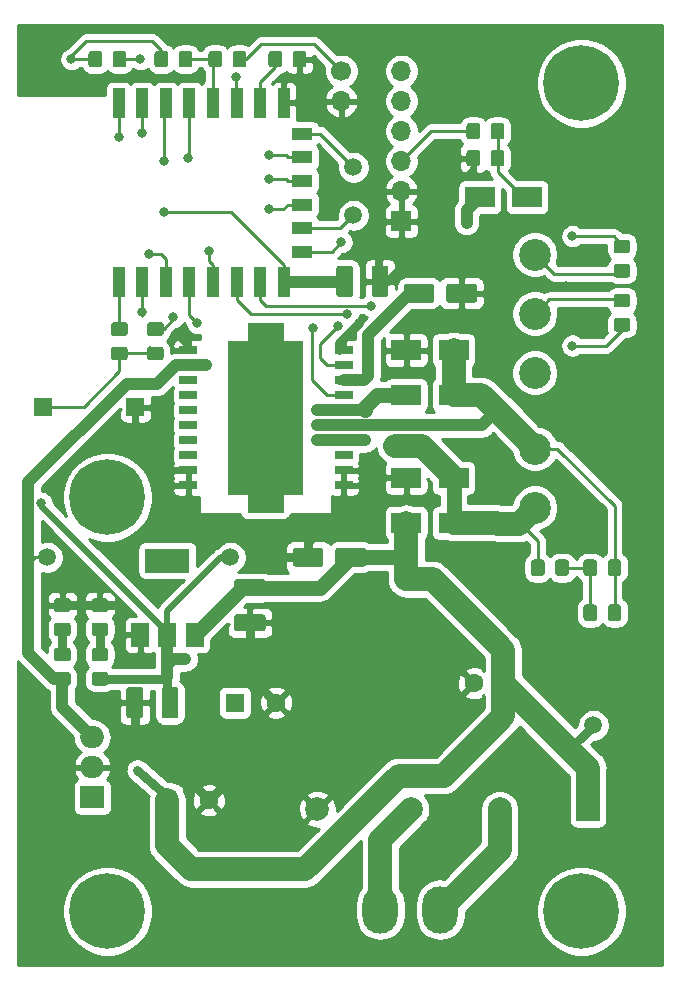
<source format=gbr>
G04 #@! TF.GenerationSoftware,KiCad,Pcbnew,(5.1.5)-3*
G04 #@! TF.CreationDate,2021-06-07T18:41:19+02:00*
G04 #@! TF.ProjectId,IotHenHouse,496f7448-656e-4486-9f75-73652e6b6963,rev?*
G04 #@! TF.SameCoordinates,Original*
G04 #@! TF.FileFunction,Copper,L1,Top*
G04 #@! TF.FilePolarity,Positive*
%FSLAX46Y46*%
G04 Gerber Fmt 4.6, Leading zero omitted, Abs format (unit mm)*
G04 Created by KiCad (PCBNEW (5.1.5)-3) date 2021-06-07 18:41:19*
%MOMM*%
%LPD*%
G04 APERTURE LIST*
%ADD10C,0.100000*%
%ADD11R,1.500000X0.700000*%
%ADD12C,0.800000*%
%ADD13C,6.400000*%
%ADD14C,1.600000*%
%ADD15R,1.600000X1.600000*%
%ADD16C,1.500000*%
%ADD17O,3.000000X4.000000*%
%ADD18R,1.500000X1.500000*%
%ADD19R,1.000000X2.500000*%
%ADD20R,1.800000X1.000000*%
%ADD21O,1.700000X1.700000*%
%ADD22C,1.700000*%
%ADD23C,2.700000*%
%ADD24O,2.000000X1.905000*%
%ADD25R,2.000000X1.905000*%
%ADD26R,2.000000X2.000000*%
%ADD27C,2.000000*%
%ADD28R,1.500000X2.000000*%
%ADD29R,3.800000X2.000000*%
%ADD30R,1.700000X1.700000*%
%ADD31R,2.500000X1.800000*%
%ADD32C,0.500000*%
%ADD33C,0.750000*%
%ADD34C,0.250000*%
%ADD35C,0.500000*%
%ADD36C,1.000000*%
%ADD37C,1.250000*%
%ADD38C,2.000000*%
%ADD39C,0.254000*%
G04 APERTURE END LIST*
D10*
G36*
X55054500Y-97282000D02*
G01*
X53403500Y-97282000D01*
X53403500Y-84328000D01*
X55054500Y-84328000D01*
X55054500Y-82804000D01*
X56451500Y-82804000D01*
X58039000Y-82804000D01*
X58039000Y-84328000D01*
X59626500Y-84328000D01*
X59626500Y-97282000D01*
X58039000Y-97282000D01*
X58039000Y-98806000D01*
X55054500Y-98806000D01*
X55054500Y-97282000D01*
G37*
X55054500Y-97282000D02*
X53403500Y-97282000D01*
X53403500Y-84328000D01*
X55054500Y-84328000D01*
X55054500Y-82804000D01*
X56451500Y-82804000D01*
X58039000Y-82804000D01*
X58039000Y-84328000D01*
X59626500Y-84328000D01*
X59626500Y-97282000D01*
X58039000Y-97282000D01*
X58039000Y-98806000D01*
X55054500Y-98806000D01*
X55054500Y-97282000D01*
D11*
X63182500Y-85090000D03*
X50038000Y-85090000D03*
X63182500Y-86360000D03*
X50038000Y-86360000D03*
X63182500Y-87630000D03*
X50038000Y-87630000D03*
X63182500Y-88900000D03*
X50038000Y-88900000D03*
X63182500Y-90170000D03*
X50038000Y-90170000D03*
X63182500Y-91440000D03*
X50038000Y-91440000D03*
X63182500Y-92710000D03*
X50038000Y-92710000D03*
X50038000Y-93980000D03*
X63182500Y-93980000D03*
X50038000Y-95250000D03*
X63182500Y-95250000D03*
X50038000Y-96520000D03*
X63182500Y-96520000D03*
D12*
X44877056Y-95838944D03*
X43180000Y-95136000D03*
X41482944Y-95838944D03*
X40780000Y-97536000D03*
X41482944Y-99233056D03*
X43180000Y-99936000D03*
X44877056Y-99233056D03*
X45580000Y-97536000D03*
D13*
X43180000Y-97536000D03*
D14*
X74208000Y-113284000D03*
D15*
X76708000Y-113284000D03*
D12*
X85009056Y-130890944D03*
X83312000Y-130188000D03*
X81614944Y-130890944D03*
X80912000Y-132588000D03*
X81614944Y-134285056D03*
X83312000Y-134988000D03*
X85009056Y-134285056D03*
X85712000Y-132588000D03*
D13*
X83312000Y-132588000D03*
D12*
X85009056Y-60786944D03*
X83312000Y-60084000D03*
X81614944Y-60786944D03*
X80912000Y-62484000D03*
X81614944Y-64181056D03*
X83312000Y-64884000D03*
X85009056Y-64181056D03*
X85712000Y-62484000D03*
D13*
X83312000Y-62484000D03*
D12*
X44877056Y-130890944D03*
X43180000Y-130188000D03*
X41482944Y-130890944D03*
X40780000Y-132588000D03*
X41482944Y-134285056D03*
X43180000Y-134988000D03*
X44877056Y-134285056D03*
X45580000Y-132588000D03*
D13*
X43180000Y-132588000D03*
D16*
X53594000Y-102616000D03*
X38100000Y-102616000D03*
X84328000Y-116840000D03*
D17*
X71374000Y-132461000D03*
X66294000Y-132461000D03*
G04 #@! TA.AperFunction,SMDPad,CuDef*
D10*
G36*
X87215505Y-77794204D02*
G01*
X87239773Y-77797804D01*
X87263572Y-77803765D01*
X87286671Y-77812030D01*
X87308850Y-77822520D01*
X87329893Y-77835132D01*
X87349599Y-77849747D01*
X87367777Y-77866223D01*
X87384253Y-77884401D01*
X87398868Y-77904107D01*
X87411480Y-77925150D01*
X87421970Y-77947329D01*
X87430235Y-77970428D01*
X87436196Y-77994227D01*
X87439796Y-78018495D01*
X87441000Y-78042999D01*
X87441000Y-78693001D01*
X87439796Y-78717505D01*
X87436196Y-78741773D01*
X87430235Y-78765572D01*
X87421970Y-78788671D01*
X87411480Y-78810850D01*
X87398868Y-78831893D01*
X87384253Y-78851599D01*
X87367777Y-78869777D01*
X87349599Y-78886253D01*
X87329893Y-78900868D01*
X87308850Y-78913480D01*
X87286671Y-78923970D01*
X87263572Y-78932235D01*
X87239773Y-78938196D01*
X87215505Y-78941796D01*
X87191001Y-78943000D01*
X86290999Y-78943000D01*
X86266495Y-78941796D01*
X86242227Y-78938196D01*
X86218428Y-78932235D01*
X86195329Y-78923970D01*
X86173150Y-78913480D01*
X86152107Y-78900868D01*
X86132401Y-78886253D01*
X86114223Y-78869777D01*
X86097747Y-78851599D01*
X86083132Y-78831893D01*
X86070520Y-78810850D01*
X86060030Y-78788671D01*
X86051765Y-78765572D01*
X86045804Y-78741773D01*
X86042204Y-78717505D01*
X86041000Y-78693001D01*
X86041000Y-78042999D01*
X86042204Y-78018495D01*
X86045804Y-77994227D01*
X86051765Y-77970428D01*
X86060030Y-77947329D01*
X86070520Y-77925150D01*
X86083132Y-77904107D01*
X86097747Y-77884401D01*
X86114223Y-77866223D01*
X86132401Y-77849747D01*
X86152107Y-77835132D01*
X86173150Y-77822520D01*
X86195329Y-77812030D01*
X86218428Y-77803765D01*
X86242227Y-77797804D01*
X86266495Y-77794204D01*
X86290999Y-77793000D01*
X87191001Y-77793000D01*
X87215505Y-77794204D01*
G37*
G04 #@! TD.AperFunction*
G04 #@! TA.AperFunction,SMDPad,CuDef*
G36*
X87215505Y-75744204D02*
G01*
X87239773Y-75747804D01*
X87263572Y-75753765D01*
X87286671Y-75762030D01*
X87308850Y-75772520D01*
X87329893Y-75785132D01*
X87349599Y-75799747D01*
X87367777Y-75816223D01*
X87384253Y-75834401D01*
X87398868Y-75854107D01*
X87411480Y-75875150D01*
X87421970Y-75897329D01*
X87430235Y-75920428D01*
X87436196Y-75944227D01*
X87439796Y-75968495D01*
X87441000Y-75992999D01*
X87441000Y-76643001D01*
X87439796Y-76667505D01*
X87436196Y-76691773D01*
X87430235Y-76715572D01*
X87421970Y-76738671D01*
X87411480Y-76760850D01*
X87398868Y-76781893D01*
X87384253Y-76801599D01*
X87367777Y-76819777D01*
X87349599Y-76836253D01*
X87329893Y-76850868D01*
X87308850Y-76863480D01*
X87286671Y-76873970D01*
X87263572Y-76882235D01*
X87239773Y-76888196D01*
X87215505Y-76891796D01*
X87191001Y-76893000D01*
X86290999Y-76893000D01*
X86266495Y-76891796D01*
X86242227Y-76888196D01*
X86218428Y-76882235D01*
X86195329Y-76873970D01*
X86173150Y-76863480D01*
X86152107Y-76850868D01*
X86132401Y-76836253D01*
X86114223Y-76819777D01*
X86097747Y-76801599D01*
X86083132Y-76781893D01*
X86070520Y-76760850D01*
X86060030Y-76738671D01*
X86051765Y-76715572D01*
X86045804Y-76691773D01*
X86042204Y-76667505D01*
X86041000Y-76643001D01*
X86041000Y-75992999D01*
X86042204Y-75968495D01*
X86045804Y-75944227D01*
X86051765Y-75920428D01*
X86060030Y-75897329D01*
X86070520Y-75875150D01*
X86083132Y-75854107D01*
X86097747Y-75834401D01*
X86114223Y-75816223D01*
X86132401Y-75799747D01*
X86152107Y-75785132D01*
X86173150Y-75772520D01*
X86195329Y-75762030D01*
X86218428Y-75753765D01*
X86242227Y-75747804D01*
X86266495Y-75744204D01*
X86290999Y-75743000D01*
X87191001Y-75743000D01*
X87215505Y-75744204D01*
G37*
G04 #@! TD.AperFunction*
G04 #@! TA.AperFunction,SMDPad,CuDef*
G36*
X87215505Y-80316204D02*
G01*
X87239773Y-80319804D01*
X87263572Y-80325765D01*
X87286671Y-80334030D01*
X87308850Y-80344520D01*
X87329893Y-80357132D01*
X87349599Y-80371747D01*
X87367777Y-80388223D01*
X87384253Y-80406401D01*
X87398868Y-80426107D01*
X87411480Y-80447150D01*
X87421970Y-80469329D01*
X87430235Y-80492428D01*
X87436196Y-80516227D01*
X87439796Y-80540495D01*
X87441000Y-80564999D01*
X87441000Y-81215001D01*
X87439796Y-81239505D01*
X87436196Y-81263773D01*
X87430235Y-81287572D01*
X87421970Y-81310671D01*
X87411480Y-81332850D01*
X87398868Y-81353893D01*
X87384253Y-81373599D01*
X87367777Y-81391777D01*
X87349599Y-81408253D01*
X87329893Y-81422868D01*
X87308850Y-81435480D01*
X87286671Y-81445970D01*
X87263572Y-81454235D01*
X87239773Y-81460196D01*
X87215505Y-81463796D01*
X87191001Y-81465000D01*
X86290999Y-81465000D01*
X86266495Y-81463796D01*
X86242227Y-81460196D01*
X86218428Y-81454235D01*
X86195329Y-81445970D01*
X86173150Y-81435480D01*
X86152107Y-81422868D01*
X86132401Y-81408253D01*
X86114223Y-81391777D01*
X86097747Y-81373599D01*
X86083132Y-81353893D01*
X86070520Y-81332850D01*
X86060030Y-81310671D01*
X86051765Y-81287572D01*
X86045804Y-81263773D01*
X86042204Y-81239505D01*
X86041000Y-81215001D01*
X86041000Y-80564999D01*
X86042204Y-80540495D01*
X86045804Y-80516227D01*
X86051765Y-80492428D01*
X86060030Y-80469329D01*
X86070520Y-80447150D01*
X86083132Y-80426107D01*
X86097747Y-80406401D01*
X86114223Y-80388223D01*
X86132401Y-80371747D01*
X86152107Y-80357132D01*
X86173150Y-80344520D01*
X86195329Y-80334030D01*
X86218428Y-80325765D01*
X86242227Y-80319804D01*
X86266495Y-80316204D01*
X86290999Y-80315000D01*
X87191001Y-80315000D01*
X87215505Y-80316204D01*
G37*
G04 #@! TD.AperFunction*
G04 #@! TA.AperFunction,SMDPad,CuDef*
G36*
X87215505Y-82366204D02*
G01*
X87239773Y-82369804D01*
X87263572Y-82375765D01*
X87286671Y-82384030D01*
X87308850Y-82394520D01*
X87329893Y-82407132D01*
X87349599Y-82421747D01*
X87367777Y-82438223D01*
X87384253Y-82456401D01*
X87398868Y-82476107D01*
X87411480Y-82497150D01*
X87421970Y-82519329D01*
X87430235Y-82542428D01*
X87436196Y-82566227D01*
X87439796Y-82590495D01*
X87441000Y-82614999D01*
X87441000Y-83265001D01*
X87439796Y-83289505D01*
X87436196Y-83313773D01*
X87430235Y-83337572D01*
X87421970Y-83360671D01*
X87411480Y-83382850D01*
X87398868Y-83403893D01*
X87384253Y-83423599D01*
X87367777Y-83441777D01*
X87349599Y-83458253D01*
X87329893Y-83472868D01*
X87308850Y-83485480D01*
X87286671Y-83495970D01*
X87263572Y-83504235D01*
X87239773Y-83510196D01*
X87215505Y-83513796D01*
X87191001Y-83515000D01*
X86290999Y-83515000D01*
X86266495Y-83513796D01*
X86242227Y-83510196D01*
X86218428Y-83504235D01*
X86195329Y-83495970D01*
X86173150Y-83485480D01*
X86152107Y-83472868D01*
X86132401Y-83458253D01*
X86114223Y-83441777D01*
X86097747Y-83423599D01*
X86083132Y-83403893D01*
X86070520Y-83382850D01*
X86060030Y-83360671D01*
X86051765Y-83337572D01*
X86045804Y-83313773D01*
X86042204Y-83289505D01*
X86041000Y-83265001D01*
X86041000Y-82614999D01*
X86042204Y-82590495D01*
X86045804Y-82566227D01*
X86051765Y-82542428D01*
X86060030Y-82519329D01*
X86070520Y-82497150D01*
X86083132Y-82476107D01*
X86097747Y-82456401D01*
X86114223Y-82438223D01*
X86132401Y-82421747D01*
X86152107Y-82407132D01*
X86173150Y-82394520D01*
X86195329Y-82384030D01*
X86218428Y-82375765D01*
X86242227Y-82369804D01*
X86266495Y-82366204D01*
X86290999Y-82365000D01*
X87191001Y-82365000D01*
X87215505Y-82366204D01*
G37*
G04 #@! TD.AperFunction*
D18*
X45556000Y-89916000D03*
X37756000Y-89916000D03*
D19*
X44125000Y-64155000D03*
X46125000Y-64155000D03*
X48125000Y-64155000D03*
X50125000Y-64155000D03*
X52125000Y-64155000D03*
X54125000Y-64155000D03*
X56125000Y-64155000D03*
X58125000Y-64155000D03*
D20*
X59625000Y-66755000D03*
X59625000Y-68755000D03*
X59625000Y-70755000D03*
X59625000Y-72755000D03*
X59625000Y-74755000D03*
X59625000Y-76755000D03*
D19*
X58125000Y-79355000D03*
X56125000Y-79355000D03*
X54125000Y-79355000D03*
X52125000Y-79355000D03*
X50125000Y-79355000D03*
X48125000Y-79355000D03*
X46125000Y-79355000D03*
X44125000Y-79355000D03*
D21*
X62992000Y-64008000D03*
D22*
X62992000Y-61468000D03*
D23*
X79375000Y-76995000D03*
X79375000Y-81995000D03*
X79375000Y-86995000D03*
D14*
X51760000Y-123190000D03*
D15*
X48260000Y-123190000D03*
D14*
X57475000Y-114935000D03*
D15*
X53975000Y-114935000D03*
D24*
X41910000Y-117856000D03*
X41910000Y-120396000D03*
D25*
X41910000Y-122936000D03*
D26*
X83883500Y-123952000D03*
D27*
X68883500Y-123952000D03*
X76390500Y-123952000D03*
X60960000Y-123952000D03*
D28*
X45960000Y-109195000D03*
X50560000Y-109195000D03*
X48260000Y-109195000D03*
D29*
X48260000Y-102895000D03*
D16*
X64008000Y-69596000D03*
X64008000Y-73660000D03*
G04 #@! TA.AperFunction,SMDPad,CuDef*
D10*
G36*
X82019505Y-102806204D02*
G01*
X82043773Y-102809804D01*
X82067572Y-102815765D01*
X82090671Y-102824030D01*
X82112850Y-102834520D01*
X82133893Y-102847132D01*
X82153599Y-102861747D01*
X82171777Y-102878223D01*
X82188253Y-102896401D01*
X82202868Y-102916107D01*
X82215480Y-102937150D01*
X82225970Y-102959329D01*
X82234235Y-102982428D01*
X82240196Y-103006227D01*
X82243796Y-103030495D01*
X82245000Y-103054999D01*
X82245000Y-103955001D01*
X82243796Y-103979505D01*
X82240196Y-104003773D01*
X82234235Y-104027572D01*
X82225970Y-104050671D01*
X82215480Y-104072850D01*
X82202868Y-104093893D01*
X82188253Y-104113599D01*
X82171777Y-104131777D01*
X82153599Y-104148253D01*
X82133893Y-104162868D01*
X82112850Y-104175480D01*
X82090671Y-104185970D01*
X82067572Y-104194235D01*
X82043773Y-104200196D01*
X82019505Y-104203796D01*
X81995001Y-104205000D01*
X81344999Y-104205000D01*
X81320495Y-104203796D01*
X81296227Y-104200196D01*
X81272428Y-104194235D01*
X81249329Y-104185970D01*
X81227150Y-104175480D01*
X81206107Y-104162868D01*
X81186401Y-104148253D01*
X81168223Y-104131777D01*
X81151747Y-104113599D01*
X81137132Y-104093893D01*
X81124520Y-104072850D01*
X81114030Y-104050671D01*
X81105765Y-104027572D01*
X81099804Y-104003773D01*
X81096204Y-103979505D01*
X81095000Y-103955001D01*
X81095000Y-103054999D01*
X81096204Y-103030495D01*
X81099804Y-103006227D01*
X81105765Y-102982428D01*
X81114030Y-102959329D01*
X81124520Y-102937150D01*
X81137132Y-102916107D01*
X81151747Y-102896401D01*
X81168223Y-102878223D01*
X81186401Y-102861747D01*
X81206107Y-102847132D01*
X81227150Y-102834520D01*
X81249329Y-102824030D01*
X81272428Y-102815765D01*
X81296227Y-102809804D01*
X81320495Y-102806204D01*
X81344999Y-102805000D01*
X81995001Y-102805000D01*
X82019505Y-102806204D01*
G37*
G04 #@! TD.AperFunction*
G04 #@! TA.AperFunction,SMDPad,CuDef*
G36*
X79969505Y-102806204D02*
G01*
X79993773Y-102809804D01*
X80017572Y-102815765D01*
X80040671Y-102824030D01*
X80062850Y-102834520D01*
X80083893Y-102847132D01*
X80103599Y-102861747D01*
X80121777Y-102878223D01*
X80138253Y-102896401D01*
X80152868Y-102916107D01*
X80165480Y-102937150D01*
X80175970Y-102959329D01*
X80184235Y-102982428D01*
X80190196Y-103006227D01*
X80193796Y-103030495D01*
X80195000Y-103054999D01*
X80195000Y-103955001D01*
X80193796Y-103979505D01*
X80190196Y-104003773D01*
X80184235Y-104027572D01*
X80175970Y-104050671D01*
X80165480Y-104072850D01*
X80152868Y-104093893D01*
X80138253Y-104113599D01*
X80121777Y-104131777D01*
X80103599Y-104148253D01*
X80083893Y-104162868D01*
X80062850Y-104175480D01*
X80040671Y-104185970D01*
X80017572Y-104194235D01*
X79993773Y-104200196D01*
X79969505Y-104203796D01*
X79945001Y-104205000D01*
X79294999Y-104205000D01*
X79270495Y-104203796D01*
X79246227Y-104200196D01*
X79222428Y-104194235D01*
X79199329Y-104185970D01*
X79177150Y-104175480D01*
X79156107Y-104162868D01*
X79136401Y-104148253D01*
X79118223Y-104131777D01*
X79101747Y-104113599D01*
X79087132Y-104093893D01*
X79074520Y-104072850D01*
X79064030Y-104050671D01*
X79055765Y-104027572D01*
X79049804Y-104003773D01*
X79046204Y-103979505D01*
X79045000Y-103955001D01*
X79045000Y-103054999D01*
X79046204Y-103030495D01*
X79049804Y-103006227D01*
X79055765Y-102982428D01*
X79064030Y-102959329D01*
X79074520Y-102937150D01*
X79087132Y-102916107D01*
X79101747Y-102896401D01*
X79118223Y-102878223D01*
X79136401Y-102861747D01*
X79156107Y-102847132D01*
X79177150Y-102834520D01*
X79199329Y-102824030D01*
X79222428Y-102815765D01*
X79246227Y-102809804D01*
X79270495Y-102806204D01*
X79294999Y-102805000D01*
X79945001Y-102805000D01*
X79969505Y-102806204D01*
G37*
G04 #@! TD.AperFunction*
G04 #@! TA.AperFunction,SMDPad,CuDef*
G36*
X43019505Y-110288204D02*
G01*
X43043773Y-110291804D01*
X43067572Y-110297765D01*
X43090671Y-110306030D01*
X43112850Y-110316520D01*
X43133893Y-110329132D01*
X43153599Y-110343747D01*
X43171777Y-110360223D01*
X43188253Y-110378401D01*
X43202868Y-110398107D01*
X43215480Y-110419150D01*
X43225970Y-110441329D01*
X43234235Y-110464428D01*
X43240196Y-110488227D01*
X43243796Y-110512495D01*
X43245000Y-110536999D01*
X43245000Y-111187001D01*
X43243796Y-111211505D01*
X43240196Y-111235773D01*
X43234235Y-111259572D01*
X43225970Y-111282671D01*
X43215480Y-111304850D01*
X43202868Y-111325893D01*
X43188253Y-111345599D01*
X43171777Y-111363777D01*
X43153599Y-111380253D01*
X43133893Y-111394868D01*
X43112850Y-111407480D01*
X43090671Y-111417970D01*
X43067572Y-111426235D01*
X43043773Y-111432196D01*
X43019505Y-111435796D01*
X42995001Y-111437000D01*
X42094999Y-111437000D01*
X42070495Y-111435796D01*
X42046227Y-111432196D01*
X42022428Y-111426235D01*
X41999329Y-111417970D01*
X41977150Y-111407480D01*
X41956107Y-111394868D01*
X41936401Y-111380253D01*
X41918223Y-111363777D01*
X41901747Y-111345599D01*
X41887132Y-111325893D01*
X41874520Y-111304850D01*
X41864030Y-111282671D01*
X41855765Y-111259572D01*
X41849804Y-111235773D01*
X41846204Y-111211505D01*
X41845000Y-111187001D01*
X41845000Y-110536999D01*
X41846204Y-110512495D01*
X41849804Y-110488227D01*
X41855765Y-110464428D01*
X41864030Y-110441329D01*
X41874520Y-110419150D01*
X41887132Y-110398107D01*
X41901747Y-110378401D01*
X41918223Y-110360223D01*
X41936401Y-110343747D01*
X41956107Y-110329132D01*
X41977150Y-110316520D01*
X41999329Y-110306030D01*
X42022428Y-110297765D01*
X42046227Y-110291804D01*
X42070495Y-110288204D01*
X42094999Y-110287000D01*
X42995001Y-110287000D01*
X43019505Y-110288204D01*
G37*
G04 #@! TD.AperFunction*
G04 #@! TA.AperFunction,SMDPad,CuDef*
G36*
X43019505Y-112338204D02*
G01*
X43043773Y-112341804D01*
X43067572Y-112347765D01*
X43090671Y-112356030D01*
X43112850Y-112366520D01*
X43133893Y-112379132D01*
X43153599Y-112393747D01*
X43171777Y-112410223D01*
X43188253Y-112428401D01*
X43202868Y-112448107D01*
X43215480Y-112469150D01*
X43225970Y-112491329D01*
X43234235Y-112514428D01*
X43240196Y-112538227D01*
X43243796Y-112562495D01*
X43245000Y-112586999D01*
X43245000Y-113237001D01*
X43243796Y-113261505D01*
X43240196Y-113285773D01*
X43234235Y-113309572D01*
X43225970Y-113332671D01*
X43215480Y-113354850D01*
X43202868Y-113375893D01*
X43188253Y-113395599D01*
X43171777Y-113413777D01*
X43153599Y-113430253D01*
X43133893Y-113444868D01*
X43112850Y-113457480D01*
X43090671Y-113467970D01*
X43067572Y-113476235D01*
X43043773Y-113482196D01*
X43019505Y-113485796D01*
X42995001Y-113487000D01*
X42094999Y-113487000D01*
X42070495Y-113485796D01*
X42046227Y-113482196D01*
X42022428Y-113476235D01*
X41999329Y-113467970D01*
X41977150Y-113457480D01*
X41956107Y-113444868D01*
X41936401Y-113430253D01*
X41918223Y-113413777D01*
X41901747Y-113395599D01*
X41887132Y-113375893D01*
X41874520Y-113354850D01*
X41864030Y-113332671D01*
X41855765Y-113309572D01*
X41849804Y-113285773D01*
X41846204Y-113261505D01*
X41845000Y-113237001D01*
X41845000Y-112586999D01*
X41846204Y-112562495D01*
X41849804Y-112538227D01*
X41855765Y-112514428D01*
X41864030Y-112491329D01*
X41874520Y-112469150D01*
X41887132Y-112448107D01*
X41901747Y-112428401D01*
X41918223Y-112410223D01*
X41936401Y-112393747D01*
X41956107Y-112379132D01*
X41977150Y-112366520D01*
X41999329Y-112356030D01*
X42022428Y-112347765D01*
X42046227Y-112341804D01*
X42070495Y-112338204D01*
X42094999Y-112337000D01*
X42995001Y-112337000D01*
X43019505Y-112338204D01*
G37*
G04 #@! TD.AperFunction*
G04 #@! TA.AperFunction,SMDPad,CuDef*
G36*
X54714505Y-59753204D02*
G01*
X54738773Y-59756804D01*
X54762572Y-59762765D01*
X54785671Y-59771030D01*
X54807850Y-59781520D01*
X54828893Y-59794132D01*
X54848599Y-59808747D01*
X54866777Y-59825223D01*
X54883253Y-59843401D01*
X54897868Y-59863107D01*
X54910480Y-59884150D01*
X54920970Y-59906329D01*
X54929235Y-59929428D01*
X54935196Y-59953227D01*
X54938796Y-59977495D01*
X54940000Y-60001999D01*
X54940000Y-60902001D01*
X54938796Y-60926505D01*
X54935196Y-60950773D01*
X54929235Y-60974572D01*
X54920970Y-60997671D01*
X54910480Y-61019850D01*
X54897868Y-61040893D01*
X54883253Y-61060599D01*
X54866777Y-61078777D01*
X54848599Y-61095253D01*
X54828893Y-61109868D01*
X54807850Y-61122480D01*
X54785671Y-61132970D01*
X54762572Y-61141235D01*
X54738773Y-61147196D01*
X54714505Y-61150796D01*
X54690001Y-61152000D01*
X54039999Y-61152000D01*
X54015495Y-61150796D01*
X53991227Y-61147196D01*
X53967428Y-61141235D01*
X53944329Y-61132970D01*
X53922150Y-61122480D01*
X53901107Y-61109868D01*
X53881401Y-61095253D01*
X53863223Y-61078777D01*
X53846747Y-61060599D01*
X53832132Y-61040893D01*
X53819520Y-61019850D01*
X53809030Y-60997671D01*
X53800765Y-60974572D01*
X53794804Y-60950773D01*
X53791204Y-60926505D01*
X53790000Y-60902001D01*
X53790000Y-60001999D01*
X53791204Y-59977495D01*
X53794804Y-59953227D01*
X53800765Y-59929428D01*
X53809030Y-59906329D01*
X53819520Y-59884150D01*
X53832132Y-59863107D01*
X53846747Y-59843401D01*
X53863223Y-59825223D01*
X53881401Y-59808747D01*
X53901107Y-59794132D01*
X53922150Y-59781520D01*
X53944329Y-59771030D01*
X53967428Y-59762765D01*
X53991227Y-59756804D01*
X54015495Y-59753204D01*
X54039999Y-59752000D01*
X54690001Y-59752000D01*
X54714505Y-59753204D01*
G37*
G04 #@! TD.AperFunction*
G04 #@! TA.AperFunction,SMDPad,CuDef*
G36*
X52664505Y-59753204D02*
G01*
X52688773Y-59756804D01*
X52712572Y-59762765D01*
X52735671Y-59771030D01*
X52757850Y-59781520D01*
X52778893Y-59794132D01*
X52798599Y-59808747D01*
X52816777Y-59825223D01*
X52833253Y-59843401D01*
X52847868Y-59863107D01*
X52860480Y-59884150D01*
X52870970Y-59906329D01*
X52879235Y-59929428D01*
X52885196Y-59953227D01*
X52888796Y-59977495D01*
X52890000Y-60001999D01*
X52890000Y-60902001D01*
X52888796Y-60926505D01*
X52885196Y-60950773D01*
X52879235Y-60974572D01*
X52870970Y-60997671D01*
X52860480Y-61019850D01*
X52847868Y-61040893D01*
X52833253Y-61060599D01*
X52816777Y-61078777D01*
X52798599Y-61095253D01*
X52778893Y-61109868D01*
X52757850Y-61122480D01*
X52735671Y-61132970D01*
X52712572Y-61141235D01*
X52688773Y-61147196D01*
X52664505Y-61150796D01*
X52640001Y-61152000D01*
X51989999Y-61152000D01*
X51965495Y-61150796D01*
X51941227Y-61147196D01*
X51917428Y-61141235D01*
X51894329Y-61132970D01*
X51872150Y-61122480D01*
X51851107Y-61109868D01*
X51831401Y-61095253D01*
X51813223Y-61078777D01*
X51796747Y-61060599D01*
X51782132Y-61040893D01*
X51769520Y-61019850D01*
X51759030Y-60997671D01*
X51750765Y-60974572D01*
X51744804Y-60950773D01*
X51741204Y-60926505D01*
X51740000Y-60902001D01*
X51740000Y-60001999D01*
X51741204Y-59977495D01*
X51744804Y-59953227D01*
X51750765Y-59929428D01*
X51759030Y-59906329D01*
X51769520Y-59884150D01*
X51782132Y-59863107D01*
X51796747Y-59843401D01*
X51813223Y-59825223D01*
X51831401Y-59808747D01*
X51851107Y-59794132D01*
X51872150Y-59781520D01*
X51894329Y-59771030D01*
X51917428Y-59762765D01*
X51941227Y-59756804D01*
X51965495Y-59753204D01*
X51989999Y-59752000D01*
X52640001Y-59752000D01*
X52664505Y-59753204D01*
G37*
G04 #@! TD.AperFunction*
G04 #@! TA.AperFunction,SMDPad,CuDef*
G36*
X47718505Y-84779204D02*
G01*
X47742773Y-84782804D01*
X47766572Y-84788765D01*
X47789671Y-84797030D01*
X47811850Y-84807520D01*
X47832893Y-84820132D01*
X47852599Y-84834747D01*
X47870777Y-84851223D01*
X47887253Y-84869401D01*
X47901868Y-84889107D01*
X47914480Y-84910150D01*
X47924970Y-84932329D01*
X47933235Y-84955428D01*
X47939196Y-84979227D01*
X47942796Y-85003495D01*
X47944000Y-85027999D01*
X47944000Y-85678001D01*
X47942796Y-85702505D01*
X47939196Y-85726773D01*
X47933235Y-85750572D01*
X47924970Y-85773671D01*
X47914480Y-85795850D01*
X47901868Y-85816893D01*
X47887253Y-85836599D01*
X47870777Y-85854777D01*
X47852599Y-85871253D01*
X47832893Y-85885868D01*
X47811850Y-85898480D01*
X47789671Y-85908970D01*
X47766572Y-85917235D01*
X47742773Y-85923196D01*
X47718505Y-85926796D01*
X47694001Y-85928000D01*
X46793999Y-85928000D01*
X46769495Y-85926796D01*
X46745227Y-85923196D01*
X46721428Y-85917235D01*
X46698329Y-85908970D01*
X46676150Y-85898480D01*
X46655107Y-85885868D01*
X46635401Y-85871253D01*
X46617223Y-85854777D01*
X46600747Y-85836599D01*
X46586132Y-85816893D01*
X46573520Y-85795850D01*
X46563030Y-85773671D01*
X46554765Y-85750572D01*
X46548804Y-85726773D01*
X46545204Y-85702505D01*
X46544000Y-85678001D01*
X46544000Y-85027999D01*
X46545204Y-85003495D01*
X46548804Y-84979227D01*
X46554765Y-84955428D01*
X46563030Y-84932329D01*
X46573520Y-84910150D01*
X46586132Y-84889107D01*
X46600747Y-84869401D01*
X46617223Y-84851223D01*
X46635401Y-84834747D01*
X46655107Y-84820132D01*
X46676150Y-84807520D01*
X46698329Y-84797030D01*
X46721428Y-84788765D01*
X46745227Y-84782804D01*
X46769495Y-84779204D01*
X46793999Y-84778000D01*
X47694001Y-84778000D01*
X47718505Y-84779204D01*
G37*
G04 #@! TD.AperFunction*
G04 #@! TA.AperFunction,SMDPad,CuDef*
G36*
X47718505Y-82729204D02*
G01*
X47742773Y-82732804D01*
X47766572Y-82738765D01*
X47789671Y-82747030D01*
X47811850Y-82757520D01*
X47832893Y-82770132D01*
X47852599Y-82784747D01*
X47870777Y-82801223D01*
X47887253Y-82819401D01*
X47901868Y-82839107D01*
X47914480Y-82860150D01*
X47924970Y-82882329D01*
X47933235Y-82905428D01*
X47939196Y-82929227D01*
X47942796Y-82953495D01*
X47944000Y-82977999D01*
X47944000Y-83628001D01*
X47942796Y-83652505D01*
X47939196Y-83676773D01*
X47933235Y-83700572D01*
X47924970Y-83723671D01*
X47914480Y-83745850D01*
X47901868Y-83766893D01*
X47887253Y-83786599D01*
X47870777Y-83804777D01*
X47852599Y-83821253D01*
X47832893Y-83835868D01*
X47811850Y-83848480D01*
X47789671Y-83858970D01*
X47766572Y-83867235D01*
X47742773Y-83873196D01*
X47718505Y-83876796D01*
X47694001Y-83878000D01*
X46793999Y-83878000D01*
X46769495Y-83876796D01*
X46745227Y-83873196D01*
X46721428Y-83867235D01*
X46698329Y-83858970D01*
X46676150Y-83848480D01*
X46655107Y-83835868D01*
X46635401Y-83821253D01*
X46617223Y-83804777D01*
X46600747Y-83786599D01*
X46586132Y-83766893D01*
X46573520Y-83745850D01*
X46563030Y-83723671D01*
X46554765Y-83700572D01*
X46548804Y-83676773D01*
X46545204Y-83652505D01*
X46544000Y-83628001D01*
X46544000Y-82977999D01*
X46545204Y-82953495D01*
X46548804Y-82929227D01*
X46554765Y-82905428D01*
X46563030Y-82882329D01*
X46573520Y-82860150D01*
X46586132Y-82839107D01*
X46600747Y-82819401D01*
X46617223Y-82801223D01*
X46635401Y-82784747D01*
X46655107Y-82770132D01*
X46676150Y-82757520D01*
X46698329Y-82747030D01*
X46721428Y-82738765D01*
X46745227Y-82732804D01*
X46769495Y-82729204D01*
X46793999Y-82728000D01*
X47694001Y-82728000D01*
X47718505Y-82729204D01*
G37*
G04 #@! TD.AperFunction*
G04 #@! TA.AperFunction,SMDPad,CuDef*
G36*
X74508505Y-68135204D02*
G01*
X74532773Y-68138804D01*
X74556572Y-68144765D01*
X74579671Y-68153030D01*
X74601850Y-68163520D01*
X74622893Y-68176132D01*
X74642599Y-68190747D01*
X74660777Y-68207223D01*
X74677253Y-68225401D01*
X74691868Y-68245107D01*
X74704480Y-68266150D01*
X74714970Y-68288329D01*
X74723235Y-68311428D01*
X74729196Y-68335227D01*
X74732796Y-68359495D01*
X74734000Y-68383999D01*
X74734000Y-69284001D01*
X74732796Y-69308505D01*
X74729196Y-69332773D01*
X74723235Y-69356572D01*
X74714970Y-69379671D01*
X74704480Y-69401850D01*
X74691868Y-69422893D01*
X74677253Y-69442599D01*
X74660777Y-69460777D01*
X74642599Y-69477253D01*
X74622893Y-69491868D01*
X74601850Y-69504480D01*
X74579671Y-69514970D01*
X74556572Y-69523235D01*
X74532773Y-69529196D01*
X74508505Y-69532796D01*
X74484001Y-69534000D01*
X73833999Y-69534000D01*
X73809495Y-69532796D01*
X73785227Y-69529196D01*
X73761428Y-69523235D01*
X73738329Y-69514970D01*
X73716150Y-69504480D01*
X73695107Y-69491868D01*
X73675401Y-69477253D01*
X73657223Y-69460777D01*
X73640747Y-69442599D01*
X73626132Y-69422893D01*
X73613520Y-69401850D01*
X73603030Y-69379671D01*
X73594765Y-69356572D01*
X73588804Y-69332773D01*
X73585204Y-69308505D01*
X73584000Y-69284001D01*
X73584000Y-68383999D01*
X73585204Y-68359495D01*
X73588804Y-68335227D01*
X73594765Y-68311428D01*
X73603030Y-68288329D01*
X73613520Y-68266150D01*
X73626132Y-68245107D01*
X73640747Y-68225401D01*
X73657223Y-68207223D01*
X73675401Y-68190747D01*
X73695107Y-68176132D01*
X73716150Y-68163520D01*
X73738329Y-68153030D01*
X73761428Y-68144765D01*
X73785227Y-68138804D01*
X73809495Y-68135204D01*
X73833999Y-68134000D01*
X74484001Y-68134000D01*
X74508505Y-68135204D01*
G37*
G04 #@! TD.AperFunction*
G04 #@! TA.AperFunction,SMDPad,CuDef*
G36*
X76558505Y-68135204D02*
G01*
X76582773Y-68138804D01*
X76606572Y-68144765D01*
X76629671Y-68153030D01*
X76651850Y-68163520D01*
X76672893Y-68176132D01*
X76692599Y-68190747D01*
X76710777Y-68207223D01*
X76727253Y-68225401D01*
X76741868Y-68245107D01*
X76754480Y-68266150D01*
X76764970Y-68288329D01*
X76773235Y-68311428D01*
X76779196Y-68335227D01*
X76782796Y-68359495D01*
X76784000Y-68383999D01*
X76784000Y-69284001D01*
X76782796Y-69308505D01*
X76779196Y-69332773D01*
X76773235Y-69356572D01*
X76764970Y-69379671D01*
X76754480Y-69401850D01*
X76741868Y-69422893D01*
X76727253Y-69442599D01*
X76710777Y-69460777D01*
X76692599Y-69477253D01*
X76672893Y-69491868D01*
X76651850Y-69504480D01*
X76629671Y-69514970D01*
X76606572Y-69523235D01*
X76582773Y-69529196D01*
X76558505Y-69532796D01*
X76534001Y-69534000D01*
X75883999Y-69534000D01*
X75859495Y-69532796D01*
X75835227Y-69529196D01*
X75811428Y-69523235D01*
X75788329Y-69514970D01*
X75766150Y-69504480D01*
X75745107Y-69491868D01*
X75725401Y-69477253D01*
X75707223Y-69460777D01*
X75690747Y-69442599D01*
X75676132Y-69422893D01*
X75663520Y-69401850D01*
X75653030Y-69379671D01*
X75644765Y-69356572D01*
X75638804Y-69332773D01*
X75635204Y-69308505D01*
X75634000Y-69284001D01*
X75634000Y-68383999D01*
X75635204Y-68359495D01*
X75638804Y-68335227D01*
X75644765Y-68311428D01*
X75653030Y-68288329D01*
X75663520Y-68266150D01*
X75676132Y-68245107D01*
X75690747Y-68225401D01*
X75707223Y-68207223D01*
X75725401Y-68190747D01*
X75745107Y-68176132D01*
X75766150Y-68163520D01*
X75788329Y-68153030D01*
X75811428Y-68144765D01*
X75835227Y-68138804D01*
X75859495Y-68135204D01*
X75883999Y-68134000D01*
X76534001Y-68134000D01*
X76558505Y-68135204D01*
G37*
G04 #@! TD.AperFunction*
G04 #@! TA.AperFunction,SMDPad,CuDef*
G36*
X76558505Y-65849204D02*
G01*
X76582773Y-65852804D01*
X76606572Y-65858765D01*
X76629671Y-65867030D01*
X76651850Y-65877520D01*
X76672893Y-65890132D01*
X76692599Y-65904747D01*
X76710777Y-65921223D01*
X76727253Y-65939401D01*
X76741868Y-65959107D01*
X76754480Y-65980150D01*
X76764970Y-66002329D01*
X76773235Y-66025428D01*
X76779196Y-66049227D01*
X76782796Y-66073495D01*
X76784000Y-66097999D01*
X76784000Y-66998001D01*
X76782796Y-67022505D01*
X76779196Y-67046773D01*
X76773235Y-67070572D01*
X76764970Y-67093671D01*
X76754480Y-67115850D01*
X76741868Y-67136893D01*
X76727253Y-67156599D01*
X76710777Y-67174777D01*
X76692599Y-67191253D01*
X76672893Y-67205868D01*
X76651850Y-67218480D01*
X76629671Y-67228970D01*
X76606572Y-67237235D01*
X76582773Y-67243196D01*
X76558505Y-67246796D01*
X76534001Y-67248000D01*
X75883999Y-67248000D01*
X75859495Y-67246796D01*
X75835227Y-67243196D01*
X75811428Y-67237235D01*
X75788329Y-67228970D01*
X75766150Y-67218480D01*
X75745107Y-67205868D01*
X75725401Y-67191253D01*
X75707223Y-67174777D01*
X75690747Y-67156599D01*
X75676132Y-67136893D01*
X75663520Y-67115850D01*
X75653030Y-67093671D01*
X75644765Y-67070572D01*
X75638804Y-67046773D01*
X75635204Y-67022505D01*
X75634000Y-66998001D01*
X75634000Y-66097999D01*
X75635204Y-66073495D01*
X75638804Y-66049227D01*
X75644765Y-66025428D01*
X75653030Y-66002329D01*
X75663520Y-65980150D01*
X75676132Y-65959107D01*
X75690747Y-65939401D01*
X75707223Y-65921223D01*
X75725401Y-65904747D01*
X75745107Y-65890132D01*
X75766150Y-65877520D01*
X75788329Y-65867030D01*
X75811428Y-65858765D01*
X75835227Y-65852804D01*
X75859495Y-65849204D01*
X75883999Y-65848000D01*
X76534001Y-65848000D01*
X76558505Y-65849204D01*
G37*
G04 #@! TD.AperFunction*
G04 #@! TA.AperFunction,SMDPad,CuDef*
G36*
X74508505Y-65849204D02*
G01*
X74532773Y-65852804D01*
X74556572Y-65858765D01*
X74579671Y-65867030D01*
X74601850Y-65877520D01*
X74622893Y-65890132D01*
X74642599Y-65904747D01*
X74660777Y-65921223D01*
X74677253Y-65939401D01*
X74691868Y-65959107D01*
X74704480Y-65980150D01*
X74714970Y-66002329D01*
X74723235Y-66025428D01*
X74729196Y-66049227D01*
X74732796Y-66073495D01*
X74734000Y-66097999D01*
X74734000Y-66998001D01*
X74732796Y-67022505D01*
X74729196Y-67046773D01*
X74723235Y-67070572D01*
X74714970Y-67093671D01*
X74704480Y-67115850D01*
X74691868Y-67136893D01*
X74677253Y-67156599D01*
X74660777Y-67174777D01*
X74642599Y-67191253D01*
X74622893Y-67205868D01*
X74601850Y-67218480D01*
X74579671Y-67228970D01*
X74556572Y-67237235D01*
X74532773Y-67243196D01*
X74508505Y-67246796D01*
X74484001Y-67248000D01*
X73833999Y-67248000D01*
X73809495Y-67246796D01*
X73785227Y-67243196D01*
X73761428Y-67237235D01*
X73738329Y-67228970D01*
X73716150Y-67218480D01*
X73695107Y-67205868D01*
X73675401Y-67191253D01*
X73657223Y-67174777D01*
X73640747Y-67156599D01*
X73626132Y-67136893D01*
X73613520Y-67115850D01*
X73603030Y-67093671D01*
X73594765Y-67070572D01*
X73588804Y-67046773D01*
X73585204Y-67022505D01*
X73584000Y-66998001D01*
X73584000Y-66097999D01*
X73585204Y-66073495D01*
X73588804Y-66049227D01*
X73594765Y-66025428D01*
X73603030Y-66002329D01*
X73613520Y-65980150D01*
X73626132Y-65959107D01*
X73640747Y-65939401D01*
X73657223Y-65921223D01*
X73675401Y-65904747D01*
X73695107Y-65890132D01*
X73716150Y-65877520D01*
X73738329Y-65867030D01*
X73761428Y-65858765D01*
X73785227Y-65852804D01*
X73809495Y-65849204D01*
X73833999Y-65848000D01*
X74484001Y-65848000D01*
X74508505Y-65849204D01*
G37*
G04 #@! TD.AperFunction*
G04 #@! TA.AperFunction,SMDPad,CuDef*
G36*
X57744505Y-59753204D02*
G01*
X57768773Y-59756804D01*
X57792572Y-59762765D01*
X57815671Y-59771030D01*
X57837850Y-59781520D01*
X57858893Y-59794132D01*
X57878599Y-59808747D01*
X57896777Y-59825223D01*
X57913253Y-59843401D01*
X57927868Y-59863107D01*
X57940480Y-59884150D01*
X57950970Y-59906329D01*
X57959235Y-59929428D01*
X57965196Y-59953227D01*
X57968796Y-59977495D01*
X57970000Y-60001999D01*
X57970000Y-60902001D01*
X57968796Y-60926505D01*
X57965196Y-60950773D01*
X57959235Y-60974572D01*
X57950970Y-60997671D01*
X57940480Y-61019850D01*
X57927868Y-61040893D01*
X57913253Y-61060599D01*
X57896777Y-61078777D01*
X57878599Y-61095253D01*
X57858893Y-61109868D01*
X57837850Y-61122480D01*
X57815671Y-61132970D01*
X57792572Y-61141235D01*
X57768773Y-61147196D01*
X57744505Y-61150796D01*
X57720001Y-61152000D01*
X57069999Y-61152000D01*
X57045495Y-61150796D01*
X57021227Y-61147196D01*
X56997428Y-61141235D01*
X56974329Y-61132970D01*
X56952150Y-61122480D01*
X56931107Y-61109868D01*
X56911401Y-61095253D01*
X56893223Y-61078777D01*
X56876747Y-61060599D01*
X56862132Y-61040893D01*
X56849520Y-61019850D01*
X56839030Y-60997671D01*
X56830765Y-60974572D01*
X56824804Y-60950773D01*
X56821204Y-60926505D01*
X56820000Y-60902001D01*
X56820000Y-60001999D01*
X56821204Y-59977495D01*
X56824804Y-59953227D01*
X56830765Y-59929428D01*
X56839030Y-59906329D01*
X56849520Y-59884150D01*
X56862132Y-59863107D01*
X56876747Y-59843401D01*
X56893223Y-59825223D01*
X56911401Y-59808747D01*
X56931107Y-59794132D01*
X56952150Y-59781520D01*
X56974329Y-59771030D01*
X56997428Y-59762765D01*
X57021227Y-59756804D01*
X57045495Y-59753204D01*
X57069999Y-59752000D01*
X57720001Y-59752000D01*
X57744505Y-59753204D01*
G37*
G04 #@! TD.AperFunction*
G04 #@! TA.AperFunction,SMDPad,CuDef*
G36*
X59794505Y-59753204D02*
G01*
X59818773Y-59756804D01*
X59842572Y-59762765D01*
X59865671Y-59771030D01*
X59887850Y-59781520D01*
X59908893Y-59794132D01*
X59928599Y-59808747D01*
X59946777Y-59825223D01*
X59963253Y-59843401D01*
X59977868Y-59863107D01*
X59990480Y-59884150D01*
X60000970Y-59906329D01*
X60009235Y-59929428D01*
X60015196Y-59953227D01*
X60018796Y-59977495D01*
X60020000Y-60001999D01*
X60020000Y-60902001D01*
X60018796Y-60926505D01*
X60015196Y-60950773D01*
X60009235Y-60974572D01*
X60000970Y-60997671D01*
X59990480Y-61019850D01*
X59977868Y-61040893D01*
X59963253Y-61060599D01*
X59946777Y-61078777D01*
X59928599Y-61095253D01*
X59908893Y-61109868D01*
X59887850Y-61122480D01*
X59865671Y-61132970D01*
X59842572Y-61141235D01*
X59818773Y-61147196D01*
X59794505Y-61150796D01*
X59770001Y-61152000D01*
X59119999Y-61152000D01*
X59095495Y-61150796D01*
X59071227Y-61147196D01*
X59047428Y-61141235D01*
X59024329Y-61132970D01*
X59002150Y-61122480D01*
X58981107Y-61109868D01*
X58961401Y-61095253D01*
X58943223Y-61078777D01*
X58926747Y-61060599D01*
X58912132Y-61040893D01*
X58899520Y-61019850D01*
X58889030Y-60997671D01*
X58880765Y-60974572D01*
X58874804Y-60950773D01*
X58871204Y-60926505D01*
X58870000Y-60902001D01*
X58870000Y-60001999D01*
X58871204Y-59977495D01*
X58874804Y-59953227D01*
X58880765Y-59929428D01*
X58889030Y-59906329D01*
X58899520Y-59884150D01*
X58912132Y-59863107D01*
X58926747Y-59843401D01*
X58943223Y-59825223D01*
X58961401Y-59808747D01*
X58981107Y-59794132D01*
X59002150Y-59781520D01*
X59024329Y-59771030D01*
X59047428Y-59762765D01*
X59071227Y-59756804D01*
X59095495Y-59753204D01*
X59119999Y-59752000D01*
X59770001Y-59752000D01*
X59794505Y-59753204D01*
G37*
G04 #@! TD.AperFunction*
G04 #@! TA.AperFunction,SMDPad,CuDef*
G36*
X39844505Y-110288204D02*
G01*
X39868773Y-110291804D01*
X39892572Y-110297765D01*
X39915671Y-110306030D01*
X39937850Y-110316520D01*
X39958893Y-110329132D01*
X39978599Y-110343747D01*
X39996777Y-110360223D01*
X40013253Y-110378401D01*
X40027868Y-110398107D01*
X40040480Y-110419150D01*
X40050970Y-110441329D01*
X40059235Y-110464428D01*
X40065196Y-110488227D01*
X40068796Y-110512495D01*
X40070000Y-110536999D01*
X40070000Y-111187001D01*
X40068796Y-111211505D01*
X40065196Y-111235773D01*
X40059235Y-111259572D01*
X40050970Y-111282671D01*
X40040480Y-111304850D01*
X40027868Y-111325893D01*
X40013253Y-111345599D01*
X39996777Y-111363777D01*
X39978599Y-111380253D01*
X39958893Y-111394868D01*
X39937850Y-111407480D01*
X39915671Y-111417970D01*
X39892572Y-111426235D01*
X39868773Y-111432196D01*
X39844505Y-111435796D01*
X39820001Y-111437000D01*
X38919999Y-111437000D01*
X38895495Y-111435796D01*
X38871227Y-111432196D01*
X38847428Y-111426235D01*
X38824329Y-111417970D01*
X38802150Y-111407480D01*
X38781107Y-111394868D01*
X38761401Y-111380253D01*
X38743223Y-111363777D01*
X38726747Y-111345599D01*
X38712132Y-111325893D01*
X38699520Y-111304850D01*
X38689030Y-111282671D01*
X38680765Y-111259572D01*
X38674804Y-111235773D01*
X38671204Y-111211505D01*
X38670000Y-111187001D01*
X38670000Y-110536999D01*
X38671204Y-110512495D01*
X38674804Y-110488227D01*
X38680765Y-110464428D01*
X38689030Y-110441329D01*
X38699520Y-110419150D01*
X38712132Y-110398107D01*
X38726747Y-110378401D01*
X38743223Y-110360223D01*
X38761401Y-110343747D01*
X38781107Y-110329132D01*
X38802150Y-110316520D01*
X38824329Y-110306030D01*
X38847428Y-110297765D01*
X38871227Y-110291804D01*
X38895495Y-110288204D01*
X38919999Y-110287000D01*
X39820001Y-110287000D01*
X39844505Y-110288204D01*
G37*
G04 #@! TD.AperFunction*
G04 #@! TA.AperFunction,SMDPad,CuDef*
G36*
X39844505Y-112338204D02*
G01*
X39868773Y-112341804D01*
X39892572Y-112347765D01*
X39915671Y-112356030D01*
X39937850Y-112366520D01*
X39958893Y-112379132D01*
X39978599Y-112393747D01*
X39996777Y-112410223D01*
X40013253Y-112428401D01*
X40027868Y-112448107D01*
X40040480Y-112469150D01*
X40050970Y-112491329D01*
X40059235Y-112514428D01*
X40065196Y-112538227D01*
X40068796Y-112562495D01*
X40070000Y-112586999D01*
X40070000Y-113237001D01*
X40068796Y-113261505D01*
X40065196Y-113285773D01*
X40059235Y-113309572D01*
X40050970Y-113332671D01*
X40040480Y-113354850D01*
X40027868Y-113375893D01*
X40013253Y-113395599D01*
X39996777Y-113413777D01*
X39978599Y-113430253D01*
X39958893Y-113444868D01*
X39937850Y-113457480D01*
X39915671Y-113467970D01*
X39892572Y-113476235D01*
X39868773Y-113482196D01*
X39844505Y-113485796D01*
X39820001Y-113487000D01*
X38919999Y-113487000D01*
X38895495Y-113485796D01*
X38871227Y-113482196D01*
X38847428Y-113476235D01*
X38824329Y-113467970D01*
X38802150Y-113457480D01*
X38781107Y-113444868D01*
X38761401Y-113430253D01*
X38743223Y-113413777D01*
X38726747Y-113395599D01*
X38712132Y-113375893D01*
X38699520Y-113354850D01*
X38689030Y-113332671D01*
X38680765Y-113309572D01*
X38674804Y-113285773D01*
X38671204Y-113261505D01*
X38670000Y-113237001D01*
X38670000Y-112586999D01*
X38671204Y-112562495D01*
X38674804Y-112538227D01*
X38680765Y-112514428D01*
X38689030Y-112491329D01*
X38699520Y-112469150D01*
X38712132Y-112448107D01*
X38726747Y-112428401D01*
X38743223Y-112410223D01*
X38761401Y-112393747D01*
X38781107Y-112379132D01*
X38802150Y-112366520D01*
X38824329Y-112356030D01*
X38847428Y-112347765D01*
X38871227Y-112341804D01*
X38895495Y-112338204D01*
X38919999Y-112337000D01*
X39820001Y-112337000D01*
X39844505Y-112338204D01*
G37*
G04 #@! TD.AperFunction*
G04 #@! TA.AperFunction,SMDPad,CuDef*
G36*
X50142505Y-59753204D02*
G01*
X50166773Y-59756804D01*
X50190572Y-59762765D01*
X50213671Y-59771030D01*
X50235850Y-59781520D01*
X50256893Y-59794132D01*
X50276599Y-59808747D01*
X50294777Y-59825223D01*
X50311253Y-59843401D01*
X50325868Y-59863107D01*
X50338480Y-59884150D01*
X50348970Y-59906329D01*
X50357235Y-59929428D01*
X50363196Y-59953227D01*
X50366796Y-59977495D01*
X50368000Y-60001999D01*
X50368000Y-60902001D01*
X50366796Y-60926505D01*
X50363196Y-60950773D01*
X50357235Y-60974572D01*
X50348970Y-60997671D01*
X50338480Y-61019850D01*
X50325868Y-61040893D01*
X50311253Y-61060599D01*
X50294777Y-61078777D01*
X50276599Y-61095253D01*
X50256893Y-61109868D01*
X50235850Y-61122480D01*
X50213671Y-61132970D01*
X50190572Y-61141235D01*
X50166773Y-61147196D01*
X50142505Y-61150796D01*
X50118001Y-61152000D01*
X49467999Y-61152000D01*
X49443495Y-61150796D01*
X49419227Y-61147196D01*
X49395428Y-61141235D01*
X49372329Y-61132970D01*
X49350150Y-61122480D01*
X49329107Y-61109868D01*
X49309401Y-61095253D01*
X49291223Y-61078777D01*
X49274747Y-61060599D01*
X49260132Y-61040893D01*
X49247520Y-61019850D01*
X49237030Y-60997671D01*
X49228765Y-60974572D01*
X49222804Y-60950773D01*
X49219204Y-60926505D01*
X49218000Y-60902001D01*
X49218000Y-60001999D01*
X49219204Y-59977495D01*
X49222804Y-59953227D01*
X49228765Y-59929428D01*
X49237030Y-59906329D01*
X49247520Y-59884150D01*
X49260132Y-59863107D01*
X49274747Y-59843401D01*
X49291223Y-59825223D01*
X49309401Y-59808747D01*
X49329107Y-59794132D01*
X49350150Y-59781520D01*
X49372329Y-59771030D01*
X49395428Y-59762765D01*
X49419227Y-59756804D01*
X49443495Y-59753204D01*
X49467999Y-59752000D01*
X50118001Y-59752000D01*
X50142505Y-59753204D01*
G37*
G04 #@! TD.AperFunction*
G04 #@! TA.AperFunction,SMDPad,CuDef*
G36*
X48092505Y-59753204D02*
G01*
X48116773Y-59756804D01*
X48140572Y-59762765D01*
X48163671Y-59771030D01*
X48185850Y-59781520D01*
X48206893Y-59794132D01*
X48226599Y-59808747D01*
X48244777Y-59825223D01*
X48261253Y-59843401D01*
X48275868Y-59863107D01*
X48288480Y-59884150D01*
X48298970Y-59906329D01*
X48307235Y-59929428D01*
X48313196Y-59953227D01*
X48316796Y-59977495D01*
X48318000Y-60001999D01*
X48318000Y-60902001D01*
X48316796Y-60926505D01*
X48313196Y-60950773D01*
X48307235Y-60974572D01*
X48298970Y-60997671D01*
X48288480Y-61019850D01*
X48275868Y-61040893D01*
X48261253Y-61060599D01*
X48244777Y-61078777D01*
X48226599Y-61095253D01*
X48206893Y-61109868D01*
X48185850Y-61122480D01*
X48163671Y-61132970D01*
X48140572Y-61141235D01*
X48116773Y-61147196D01*
X48092505Y-61150796D01*
X48068001Y-61152000D01*
X47417999Y-61152000D01*
X47393495Y-61150796D01*
X47369227Y-61147196D01*
X47345428Y-61141235D01*
X47322329Y-61132970D01*
X47300150Y-61122480D01*
X47279107Y-61109868D01*
X47259401Y-61095253D01*
X47241223Y-61078777D01*
X47224747Y-61060599D01*
X47210132Y-61040893D01*
X47197520Y-61019850D01*
X47187030Y-60997671D01*
X47178765Y-60974572D01*
X47172804Y-60950773D01*
X47169204Y-60926505D01*
X47168000Y-60902001D01*
X47168000Y-60001999D01*
X47169204Y-59977495D01*
X47172804Y-59953227D01*
X47178765Y-59929428D01*
X47187030Y-59906329D01*
X47197520Y-59884150D01*
X47210132Y-59863107D01*
X47224747Y-59843401D01*
X47241223Y-59825223D01*
X47259401Y-59808747D01*
X47279107Y-59794132D01*
X47300150Y-59781520D01*
X47322329Y-59771030D01*
X47345428Y-59762765D01*
X47369227Y-59756804D01*
X47393495Y-59753204D01*
X47417999Y-59752000D01*
X48068001Y-59752000D01*
X48092505Y-59753204D01*
G37*
G04 #@! TD.AperFunction*
G04 #@! TA.AperFunction,SMDPad,CuDef*
G36*
X42504505Y-59753204D02*
G01*
X42528773Y-59756804D01*
X42552572Y-59762765D01*
X42575671Y-59771030D01*
X42597850Y-59781520D01*
X42618893Y-59794132D01*
X42638599Y-59808747D01*
X42656777Y-59825223D01*
X42673253Y-59843401D01*
X42687868Y-59863107D01*
X42700480Y-59884150D01*
X42710970Y-59906329D01*
X42719235Y-59929428D01*
X42725196Y-59953227D01*
X42728796Y-59977495D01*
X42730000Y-60001999D01*
X42730000Y-60902001D01*
X42728796Y-60926505D01*
X42725196Y-60950773D01*
X42719235Y-60974572D01*
X42710970Y-60997671D01*
X42700480Y-61019850D01*
X42687868Y-61040893D01*
X42673253Y-61060599D01*
X42656777Y-61078777D01*
X42638599Y-61095253D01*
X42618893Y-61109868D01*
X42597850Y-61122480D01*
X42575671Y-61132970D01*
X42552572Y-61141235D01*
X42528773Y-61147196D01*
X42504505Y-61150796D01*
X42480001Y-61152000D01*
X41829999Y-61152000D01*
X41805495Y-61150796D01*
X41781227Y-61147196D01*
X41757428Y-61141235D01*
X41734329Y-61132970D01*
X41712150Y-61122480D01*
X41691107Y-61109868D01*
X41671401Y-61095253D01*
X41653223Y-61078777D01*
X41636747Y-61060599D01*
X41622132Y-61040893D01*
X41609520Y-61019850D01*
X41599030Y-60997671D01*
X41590765Y-60974572D01*
X41584804Y-60950773D01*
X41581204Y-60926505D01*
X41580000Y-60902001D01*
X41580000Y-60001999D01*
X41581204Y-59977495D01*
X41584804Y-59953227D01*
X41590765Y-59929428D01*
X41599030Y-59906329D01*
X41609520Y-59884150D01*
X41622132Y-59863107D01*
X41636747Y-59843401D01*
X41653223Y-59825223D01*
X41671401Y-59808747D01*
X41691107Y-59794132D01*
X41712150Y-59781520D01*
X41734329Y-59771030D01*
X41757428Y-59762765D01*
X41781227Y-59756804D01*
X41805495Y-59753204D01*
X41829999Y-59752000D01*
X42480001Y-59752000D01*
X42504505Y-59753204D01*
G37*
G04 #@! TD.AperFunction*
G04 #@! TA.AperFunction,SMDPad,CuDef*
G36*
X44554505Y-59753204D02*
G01*
X44578773Y-59756804D01*
X44602572Y-59762765D01*
X44625671Y-59771030D01*
X44647850Y-59781520D01*
X44668893Y-59794132D01*
X44688599Y-59808747D01*
X44706777Y-59825223D01*
X44723253Y-59843401D01*
X44737868Y-59863107D01*
X44750480Y-59884150D01*
X44760970Y-59906329D01*
X44769235Y-59929428D01*
X44775196Y-59953227D01*
X44778796Y-59977495D01*
X44780000Y-60001999D01*
X44780000Y-60902001D01*
X44778796Y-60926505D01*
X44775196Y-60950773D01*
X44769235Y-60974572D01*
X44760970Y-60997671D01*
X44750480Y-61019850D01*
X44737868Y-61040893D01*
X44723253Y-61060599D01*
X44706777Y-61078777D01*
X44688599Y-61095253D01*
X44668893Y-61109868D01*
X44647850Y-61122480D01*
X44625671Y-61132970D01*
X44602572Y-61141235D01*
X44578773Y-61147196D01*
X44554505Y-61150796D01*
X44530001Y-61152000D01*
X43879999Y-61152000D01*
X43855495Y-61150796D01*
X43831227Y-61147196D01*
X43807428Y-61141235D01*
X43784329Y-61132970D01*
X43762150Y-61122480D01*
X43741107Y-61109868D01*
X43721401Y-61095253D01*
X43703223Y-61078777D01*
X43686747Y-61060599D01*
X43672132Y-61040893D01*
X43659520Y-61019850D01*
X43649030Y-60997671D01*
X43640765Y-60974572D01*
X43634804Y-60950773D01*
X43631204Y-60926505D01*
X43630000Y-60902001D01*
X43630000Y-60001999D01*
X43631204Y-59977495D01*
X43634804Y-59953227D01*
X43640765Y-59929428D01*
X43649030Y-59906329D01*
X43659520Y-59884150D01*
X43672132Y-59863107D01*
X43686747Y-59843401D01*
X43703223Y-59825223D01*
X43721401Y-59808747D01*
X43741107Y-59794132D01*
X43762150Y-59781520D01*
X43784329Y-59771030D01*
X43807428Y-59762765D01*
X43831227Y-59756804D01*
X43855495Y-59753204D01*
X43879999Y-59752000D01*
X44530001Y-59752000D01*
X44554505Y-59753204D01*
G37*
G04 #@! TD.AperFunction*
G04 #@! TA.AperFunction,SMDPad,CuDef*
G36*
X44670505Y-84779204D02*
G01*
X44694773Y-84782804D01*
X44718572Y-84788765D01*
X44741671Y-84797030D01*
X44763850Y-84807520D01*
X44784893Y-84820132D01*
X44804599Y-84834747D01*
X44822777Y-84851223D01*
X44839253Y-84869401D01*
X44853868Y-84889107D01*
X44866480Y-84910150D01*
X44876970Y-84932329D01*
X44885235Y-84955428D01*
X44891196Y-84979227D01*
X44894796Y-85003495D01*
X44896000Y-85027999D01*
X44896000Y-85678001D01*
X44894796Y-85702505D01*
X44891196Y-85726773D01*
X44885235Y-85750572D01*
X44876970Y-85773671D01*
X44866480Y-85795850D01*
X44853868Y-85816893D01*
X44839253Y-85836599D01*
X44822777Y-85854777D01*
X44804599Y-85871253D01*
X44784893Y-85885868D01*
X44763850Y-85898480D01*
X44741671Y-85908970D01*
X44718572Y-85917235D01*
X44694773Y-85923196D01*
X44670505Y-85926796D01*
X44646001Y-85928000D01*
X43745999Y-85928000D01*
X43721495Y-85926796D01*
X43697227Y-85923196D01*
X43673428Y-85917235D01*
X43650329Y-85908970D01*
X43628150Y-85898480D01*
X43607107Y-85885868D01*
X43587401Y-85871253D01*
X43569223Y-85854777D01*
X43552747Y-85836599D01*
X43538132Y-85816893D01*
X43525520Y-85795850D01*
X43515030Y-85773671D01*
X43506765Y-85750572D01*
X43500804Y-85726773D01*
X43497204Y-85702505D01*
X43496000Y-85678001D01*
X43496000Y-85027999D01*
X43497204Y-85003495D01*
X43500804Y-84979227D01*
X43506765Y-84955428D01*
X43515030Y-84932329D01*
X43525520Y-84910150D01*
X43538132Y-84889107D01*
X43552747Y-84869401D01*
X43569223Y-84851223D01*
X43587401Y-84834747D01*
X43607107Y-84820132D01*
X43628150Y-84807520D01*
X43650329Y-84797030D01*
X43673428Y-84788765D01*
X43697227Y-84782804D01*
X43721495Y-84779204D01*
X43745999Y-84778000D01*
X44646001Y-84778000D01*
X44670505Y-84779204D01*
G37*
G04 #@! TD.AperFunction*
G04 #@! TA.AperFunction,SMDPad,CuDef*
G36*
X44670505Y-82729204D02*
G01*
X44694773Y-82732804D01*
X44718572Y-82738765D01*
X44741671Y-82747030D01*
X44763850Y-82757520D01*
X44784893Y-82770132D01*
X44804599Y-82784747D01*
X44822777Y-82801223D01*
X44839253Y-82819401D01*
X44853868Y-82839107D01*
X44866480Y-82860150D01*
X44876970Y-82882329D01*
X44885235Y-82905428D01*
X44891196Y-82929227D01*
X44894796Y-82953495D01*
X44896000Y-82977999D01*
X44896000Y-83628001D01*
X44894796Y-83652505D01*
X44891196Y-83676773D01*
X44885235Y-83700572D01*
X44876970Y-83723671D01*
X44866480Y-83745850D01*
X44853868Y-83766893D01*
X44839253Y-83786599D01*
X44822777Y-83804777D01*
X44804599Y-83821253D01*
X44784893Y-83835868D01*
X44763850Y-83848480D01*
X44741671Y-83858970D01*
X44718572Y-83867235D01*
X44694773Y-83873196D01*
X44670505Y-83876796D01*
X44646001Y-83878000D01*
X43745999Y-83878000D01*
X43721495Y-83876796D01*
X43697227Y-83873196D01*
X43673428Y-83867235D01*
X43650329Y-83858970D01*
X43628150Y-83848480D01*
X43607107Y-83835868D01*
X43587401Y-83821253D01*
X43569223Y-83804777D01*
X43552747Y-83786599D01*
X43538132Y-83766893D01*
X43525520Y-83745850D01*
X43515030Y-83723671D01*
X43506765Y-83700572D01*
X43500804Y-83676773D01*
X43497204Y-83652505D01*
X43496000Y-83628001D01*
X43496000Y-82977999D01*
X43497204Y-82953495D01*
X43500804Y-82929227D01*
X43506765Y-82905428D01*
X43515030Y-82882329D01*
X43525520Y-82860150D01*
X43538132Y-82839107D01*
X43552747Y-82819401D01*
X43569223Y-82801223D01*
X43587401Y-82784747D01*
X43607107Y-82770132D01*
X43628150Y-82757520D01*
X43650329Y-82747030D01*
X43673428Y-82738765D01*
X43697227Y-82732804D01*
X43721495Y-82729204D01*
X43745999Y-82728000D01*
X44646001Y-82728000D01*
X44670505Y-82729204D01*
G37*
G04 #@! TD.AperFunction*
D23*
X79375000Y-93425000D03*
X79375000Y-98425000D03*
D21*
X68072000Y-61468000D03*
X68072000Y-64008000D03*
X68072000Y-66548000D03*
X68072000Y-69088000D03*
X68072000Y-71628000D03*
D30*
X68072000Y-74168000D03*
D31*
X72485000Y-85090000D03*
X68485000Y-85090000D03*
X68485000Y-88900000D03*
X72485000Y-88900000D03*
G04 #@! TA.AperFunction,SMDPad,CuDef*
D10*
G36*
X43019505Y-108147204D02*
G01*
X43043773Y-108150804D01*
X43067572Y-108156765D01*
X43090671Y-108165030D01*
X43112850Y-108175520D01*
X43133893Y-108188132D01*
X43153599Y-108202747D01*
X43171777Y-108219223D01*
X43188253Y-108237401D01*
X43202868Y-108257107D01*
X43215480Y-108278150D01*
X43225970Y-108300329D01*
X43234235Y-108323428D01*
X43240196Y-108347227D01*
X43243796Y-108371495D01*
X43245000Y-108395999D01*
X43245000Y-109046001D01*
X43243796Y-109070505D01*
X43240196Y-109094773D01*
X43234235Y-109118572D01*
X43225970Y-109141671D01*
X43215480Y-109163850D01*
X43202868Y-109184893D01*
X43188253Y-109204599D01*
X43171777Y-109222777D01*
X43153599Y-109239253D01*
X43133893Y-109253868D01*
X43112850Y-109266480D01*
X43090671Y-109276970D01*
X43067572Y-109285235D01*
X43043773Y-109291196D01*
X43019505Y-109294796D01*
X42995001Y-109296000D01*
X42094999Y-109296000D01*
X42070495Y-109294796D01*
X42046227Y-109291196D01*
X42022428Y-109285235D01*
X41999329Y-109276970D01*
X41977150Y-109266480D01*
X41956107Y-109253868D01*
X41936401Y-109239253D01*
X41918223Y-109222777D01*
X41901747Y-109204599D01*
X41887132Y-109184893D01*
X41874520Y-109163850D01*
X41864030Y-109141671D01*
X41855765Y-109118572D01*
X41849804Y-109094773D01*
X41846204Y-109070505D01*
X41845000Y-109046001D01*
X41845000Y-108395999D01*
X41846204Y-108371495D01*
X41849804Y-108347227D01*
X41855765Y-108323428D01*
X41864030Y-108300329D01*
X41874520Y-108278150D01*
X41887132Y-108257107D01*
X41901747Y-108237401D01*
X41918223Y-108219223D01*
X41936401Y-108202747D01*
X41956107Y-108188132D01*
X41977150Y-108175520D01*
X41999329Y-108165030D01*
X42022428Y-108156765D01*
X42046227Y-108150804D01*
X42070495Y-108147204D01*
X42094999Y-108146000D01*
X42995001Y-108146000D01*
X43019505Y-108147204D01*
G37*
G04 #@! TD.AperFunction*
G04 #@! TA.AperFunction,SMDPad,CuDef*
G36*
X43019505Y-106097204D02*
G01*
X43043773Y-106100804D01*
X43067572Y-106106765D01*
X43090671Y-106115030D01*
X43112850Y-106125520D01*
X43133893Y-106138132D01*
X43153599Y-106152747D01*
X43171777Y-106169223D01*
X43188253Y-106187401D01*
X43202868Y-106207107D01*
X43215480Y-106228150D01*
X43225970Y-106250329D01*
X43234235Y-106273428D01*
X43240196Y-106297227D01*
X43243796Y-106321495D01*
X43245000Y-106345999D01*
X43245000Y-106996001D01*
X43243796Y-107020505D01*
X43240196Y-107044773D01*
X43234235Y-107068572D01*
X43225970Y-107091671D01*
X43215480Y-107113850D01*
X43202868Y-107134893D01*
X43188253Y-107154599D01*
X43171777Y-107172777D01*
X43153599Y-107189253D01*
X43133893Y-107203868D01*
X43112850Y-107216480D01*
X43090671Y-107226970D01*
X43067572Y-107235235D01*
X43043773Y-107241196D01*
X43019505Y-107244796D01*
X42995001Y-107246000D01*
X42094999Y-107246000D01*
X42070495Y-107244796D01*
X42046227Y-107241196D01*
X42022428Y-107235235D01*
X41999329Y-107226970D01*
X41977150Y-107216480D01*
X41956107Y-107203868D01*
X41936401Y-107189253D01*
X41918223Y-107172777D01*
X41901747Y-107154599D01*
X41887132Y-107134893D01*
X41874520Y-107113850D01*
X41864030Y-107091671D01*
X41855765Y-107068572D01*
X41849804Y-107044773D01*
X41846204Y-107020505D01*
X41845000Y-106996001D01*
X41845000Y-106345999D01*
X41846204Y-106321495D01*
X41849804Y-106297227D01*
X41855765Y-106273428D01*
X41864030Y-106250329D01*
X41874520Y-106228150D01*
X41887132Y-106207107D01*
X41901747Y-106187401D01*
X41918223Y-106169223D01*
X41936401Y-106152747D01*
X41956107Y-106138132D01*
X41977150Y-106125520D01*
X41999329Y-106115030D01*
X42022428Y-106106765D01*
X42046227Y-106100804D01*
X42070495Y-106097204D01*
X42094999Y-106096000D01*
X42995001Y-106096000D01*
X43019505Y-106097204D01*
G37*
G04 #@! TD.AperFunction*
D31*
X72485000Y-95885000D03*
X68485000Y-95885000D03*
X68485000Y-99695000D03*
X72485000Y-99695000D03*
G04 #@! TA.AperFunction,SMDPad,CuDef*
D10*
G36*
X84414505Y-102806204D02*
G01*
X84438773Y-102809804D01*
X84462572Y-102815765D01*
X84485671Y-102824030D01*
X84507850Y-102834520D01*
X84528893Y-102847132D01*
X84548599Y-102861747D01*
X84566777Y-102878223D01*
X84583253Y-102896401D01*
X84597868Y-102916107D01*
X84610480Y-102937150D01*
X84620970Y-102959329D01*
X84629235Y-102982428D01*
X84635196Y-103006227D01*
X84638796Y-103030495D01*
X84640000Y-103054999D01*
X84640000Y-103955001D01*
X84638796Y-103979505D01*
X84635196Y-104003773D01*
X84629235Y-104027572D01*
X84620970Y-104050671D01*
X84610480Y-104072850D01*
X84597868Y-104093893D01*
X84583253Y-104113599D01*
X84566777Y-104131777D01*
X84548599Y-104148253D01*
X84528893Y-104162868D01*
X84507850Y-104175480D01*
X84485671Y-104185970D01*
X84462572Y-104194235D01*
X84438773Y-104200196D01*
X84414505Y-104203796D01*
X84390001Y-104205000D01*
X83739999Y-104205000D01*
X83715495Y-104203796D01*
X83691227Y-104200196D01*
X83667428Y-104194235D01*
X83644329Y-104185970D01*
X83622150Y-104175480D01*
X83601107Y-104162868D01*
X83581401Y-104148253D01*
X83563223Y-104131777D01*
X83546747Y-104113599D01*
X83532132Y-104093893D01*
X83519520Y-104072850D01*
X83509030Y-104050671D01*
X83500765Y-104027572D01*
X83494804Y-104003773D01*
X83491204Y-103979505D01*
X83490000Y-103955001D01*
X83490000Y-103054999D01*
X83491204Y-103030495D01*
X83494804Y-103006227D01*
X83500765Y-102982428D01*
X83509030Y-102959329D01*
X83519520Y-102937150D01*
X83532132Y-102916107D01*
X83546747Y-102896401D01*
X83563223Y-102878223D01*
X83581401Y-102861747D01*
X83601107Y-102847132D01*
X83622150Y-102834520D01*
X83644329Y-102824030D01*
X83667428Y-102815765D01*
X83691227Y-102809804D01*
X83715495Y-102806204D01*
X83739999Y-102805000D01*
X84390001Y-102805000D01*
X84414505Y-102806204D01*
G37*
G04 #@! TD.AperFunction*
G04 #@! TA.AperFunction,SMDPad,CuDef*
G36*
X86464505Y-102806204D02*
G01*
X86488773Y-102809804D01*
X86512572Y-102815765D01*
X86535671Y-102824030D01*
X86557850Y-102834520D01*
X86578893Y-102847132D01*
X86598599Y-102861747D01*
X86616777Y-102878223D01*
X86633253Y-102896401D01*
X86647868Y-102916107D01*
X86660480Y-102937150D01*
X86670970Y-102959329D01*
X86679235Y-102982428D01*
X86685196Y-103006227D01*
X86688796Y-103030495D01*
X86690000Y-103054999D01*
X86690000Y-103955001D01*
X86688796Y-103979505D01*
X86685196Y-104003773D01*
X86679235Y-104027572D01*
X86670970Y-104050671D01*
X86660480Y-104072850D01*
X86647868Y-104093893D01*
X86633253Y-104113599D01*
X86616777Y-104131777D01*
X86598599Y-104148253D01*
X86578893Y-104162868D01*
X86557850Y-104175480D01*
X86535671Y-104185970D01*
X86512572Y-104194235D01*
X86488773Y-104200196D01*
X86464505Y-104203796D01*
X86440001Y-104205000D01*
X85789999Y-104205000D01*
X85765495Y-104203796D01*
X85741227Y-104200196D01*
X85717428Y-104194235D01*
X85694329Y-104185970D01*
X85672150Y-104175480D01*
X85651107Y-104162868D01*
X85631401Y-104148253D01*
X85613223Y-104131777D01*
X85596747Y-104113599D01*
X85582132Y-104093893D01*
X85569520Y-104072850D01*
X85559030Y-104050671D01*
X85550765Y-104027572D01*
X85544804Y-104003773D01*
X85541204Y-103979505D01*
X85540000Y-103955001D01*
X85540000Y-103054999D01*
X85541204Y-103030495D01*
X85544804Y-103006227D01*
X85550765Y-102982428D01*
X85559030Y-102959329D01*
X85569520Y-102937150D01*
X85582132Y-102916107D01*
X85596747Y-102896401D01*
X85613223Y-102878223D01*
X85631401Y-102861747D01*
X85651107Y-102847132D01*
X85672150Y-102834520D01*
X85694329Y-102824030D01*
X85717428Y-102815765D01*
X85741227Y-102809804D01*
X85765495Y-102806204D01*
X85789999Y-102805000D01*
X86440001Y-102805000D01*
X86464505Y-102806204D01*
G37*
G04 #@! TD.AperFunction*
G04 #@! TA.AperFunction,SMDPad,CuDef*
G36*
X86464505Y-106616204D02*
G01*
X86488773Y-106619804D01*
X86512572Y-106625765D01*
X86535671Y-106634030D01*
X86557850Y-106644520D01*
X86578893Y-106657132D01*
X86598599Y-106671747D01*
X86616777Y-106688223D01*
X86633253Y-106706401D01*
X86647868Y-106726107D01*
X86660480Y-106747150D01*
X86670970Y-106769329D01*
X86679235Y-106792428D01*
X86685196Y-106816227D01*
X86688796Y-106840495D01*
X86690000Y-106864999D01*
X86690000Y-107765001D01*
X86688796Y-107789505D01*
X86685196Y-107813773D01*
X86679235Y-107837572D01*
X86670970Y-107860671D01*
X86660480Y-107882850D01*
X86647868Y-107903893D01*
X86633253Y-107923599D01*
X86616777Y-107941777D01*
X86598599Y-107958253D01*
X86578893Y-107972868D01*
X86557850Y-107985480D01*
X86535671Y-107995970D01*
X86512572Y-108004235D01*
X86488773Y-108010196D01*
X86464505Y-108013796D01*
X86440001Y-108015000D01*
X85789999Y-108015000D01*
X85765495Y-108013796D01*
X85741227Y-108010196D01*
X85717428Y-108004235D01*
X85694329Y-107995970D01*
X85672150Y-107985480D01*
X85651107Y-107972868D01*
X85631401Y-107958253D01*
X85613223Y-107941777D01*
X85596747Y-107923599D01*
X85582132Y-107903893D01*
X85569520Y-107882850D01*
X85559030Y-107860671D01*
X85550765Y-107837572D01*
X85544804Y-107813773D01*
X85541204Y-107789505D01*
X85540000Y-107765001D01*
X85540000Y-106864999D01*
X85541204Y-106840495D01*
X85544804Y-106816227D01*
X85550765Y-106792428D01*
X85559030Y-106769329D01*
X85569520Y-106747150D01*
X85582132Y-106726107D01*
X85596747Y-106706401D01*
X85613223Y-106688223D01*
X85631401Y-106671747D01*
X85651107Y-106657132D01*
X85672150Y-106644520D01*
X85694329Y-106634030D01*
X85717428Y-106625765D01*
X85741227Y-106619804D01*
X85765495Y-106616204D01*
X85789999Y-106615000D01*
X86440001Y-106615000D01*
X86464505Y-106616204D01*
G37*
G04 #@! TD.AperFunction*
G04 #@! TA.AperFunction,SMDPad,CuDef*
G36*
X84414505Y-106616204D02*
G01*
X84438773Y-106619804D01*
X84462572Y-106625765D01*
X84485671Y-106634030D01*
X84507850Y-106644520D01*
X84528893Y-106657132D01*
X84548599Y-106671747D01*
X84566777Y-106688223D01*
X84583253Y-106706401D01*
X84597868Y-106726107D01*
X84610480Y-106747150D01*
X84620970Y-106769329D01*
X84629235Y-106792428D01*
X84635196Y-106816227D01*
X84638796Y-106840495D01*
X84640000Y-106864999D01*
X84640000Y-107765001D01*
X84638796Y-107789505D01*
X84635196Y-107813773D01*
X84629235Y-107837572D01*
X84620970Y-107860671D01*
X84610480Y-107882850D01*
X84597868Y-107903893D01*
X84583253Y-107923599D01*
X84566777Y-107941777D01*
X84548599Y-107958253D01*
X84528893Y-107972868D01*
X84507850Y-107985480D01*
X84485671Y-107995970D01*
X84462572Y-108004235D01*
X84438773Y-108010196D01*
X84414505Y-108013796D01*
X84390001Y-108015000D01*
X83739999Y-108015000D01*
X83715495Y-108013796D01*
X83691227Y-108010196D01*
X83667428Y-108004235D01*
X83644329Y-107995970D01*
X83622150Y-107985480D01*
X83601107Y-107972868D01*
X83581401Y-107958253D01*
X83563223Y-107941777D01*
X83546747Y-107923599D01*
X83532132Y-107903893D01*
X83519520Y-107882850D01*
X83509030Y-107860671D01*
X83500765Y-107837572D01*
X83494804Y-107813773D01*
X83491204Y-107789505D01*
X83490000Y-107765001D01*
X83490000Y-106864999D01*
X83491204Y-106840495D01*
X83494804Y-106816227D01*
X83500765Y-106792428D01*
X83509030Y-106769329D01*
X83519520Y-106747150D01*
X83532132Y-106726107D01*
X83546747Y-106706401D01*
X83563223Y-106688223D01*
X83581401Y-106671747D01*
X83601107Y-106657132D01*
X83622150Y-106644520D01*
X83644329Y-106634030D01*
X83667428Y-106625765D01*
X83691227Y-106619804D01*
X83715495Y-106616204D01*
X83739999Y-106615000D01*
X84390001Y-106615000D01*
X84414505Y-106616204D01*
G37*
G04 #@! TD.AperFunction*
D31*
X74708000Y-72136000D03*
X78708000Y-72136000D03*
G04 #@! TA.AperFunction,SMDPad,CuDef*
D10*
G36*
X39844505Y-108147204D02*
G01*
X39868773Y-108150804D01*
X39892572Y-108156765D01*
X39915671Y-108165030D01*
X39937850Y-108175520D01*
X39958893Y-108188132D01*
X39978599Y-108202747D01*
X39996777Y-108219223D01*
X40013253Y-108237401D01*
X40027868Y-108257107D01*
X40040480Y-108278150D01*
X40050970Y-108300329D01*
X40059235Y-108323428D01*
X40065196Y-108347227D01*
X40068796Y-108371495D01*
X40070000Y-108395999D01*
X40070000Y-109046001D01*
X40068796Y-109070505D01*
X40065196Y-109094773D01*
X40059235Y-109118572D01*
X40050970Y-109141671D01*
X40040480Y-109163850D01*
X40027868Y-109184893D01*
X40013253Y-109204599D01*
X39996777Y-109222777D01*
X39978599Y-109239253D01*
X39958893Y-109253868D01*
X39937850Y-109266480D01*
X39915671Y-109276970D01*
X39892572Y-109285235D01*
X39868773Y-109291196D01*
X39844505Y-109294796D01*
X39820001Y-109296000D01*
X38919999Y-109296000D01*
X38895495Y-109294796D01*
X38871227Y-109291196D01*
X38847428Y-109285235D01*
X38824329Y-109276970D01*
X38802150Y-109266480D01*
X38781107Y-109253868D01*
X38761401Y-109239253D01*
X38743223Y-109222777D01*
X38726747Y-109204599D01*
X38712132Y-109184893D01*
X38699520Y-109163850D01*
X38689030Y-109141671D01*
X38680765Y-109118572D01*
X38674804Y-109094773D01*
X38671204Y-109070505D01*
X38670000Y-109046001D01*
X38670000Y-108395999D01*
X38671204Y-108371495D01*
X38674804Y-108347227D01*
X38680765Y-108323428D01*
X38689030Y-108300329D01*
X38699520Y-108278150D01*
X38712132Y-108257107D01*
X38726747Y-108237401D01*
X38743223Y-108219223D01*
X38761401Y-108202747D01*
X38781107Y-108188132D01*
X38802150Y-108175520D01*
X38824329Y-108165030D01*
X38847428Y-108156765D01*
X38871227Y-108150804D01*
X38895495Y-108147204D01*
X38919999Y-108146000D01*
X39820001Y-108146000D01*
X39844505Y-108147204D01*
G37*
G04 #@! TD.AperFunction*
G04 #@! TA.AperFunction,SMDPad,CuDef*
G36*
X39844505Y-106097204D02*
G01*
X39868773Y-106100804D01*
X39892572Y-106106765D01*
X39915671Y-106115030D01*
X39937850Y-106125520D01*
X39958893Y-106138132D01*
X39978599Y-106152747D01*
X39996777Y-106169223D01*
X40013253Y-106187401D01*
X40027868Y-106207107D01*
X40040480Y-106228150D01*
X40050970Y-106250329D01*
X40059235Y-106273428D01*
X40065196Y-106297227D01*
X40068796Y-106321495D01*
X40070000Y-106345999D01*
X40070000Y-106996001D01*
X40068796Y-107020505D01*
X40065196Y-107044773D01*
X40059235Y-107068572D01*
X40050970Y-107091671D01*
X40040480Y-107113850D01*
X40027868Y-107134893D01*
X40013253Y-107154599D01*
X39996777Y-107172777D01*
X39978599Y-107189253D01*
X39958893Y-107203868D01*
X39937850Y-107216480D01*
X39915671Y-107226970D01*
X39892572Y-107235235D01*
X39868773Y-107241196D01*
X39844505Y-107244796D01*
X39820001Y-107246000D01*
X38919999Y-107246000D01*
X38895495Y-107244796D01*
X38871227Y-107241196D01*
X38847428Y-107235235D01*
X38824329Y-107226970D01*
X38802150Y-107216480D01*
X38781107Y-107203868D01*
X38761401Y-107189253D01*
X38743223Y-107172777D01*
X38726747Y-107154599D01*
X38712132Y-107134893D01*
X38699520Y-107113850D01*
X38689030Y-107091671D01*
X38680765Y-107068572D01*
X38674804Y-107044773D01*
X38671204Y-107020505D01*
X38670000Y-106996001D01*
X38670000Y-106345999D01*
X38671204Y-106321495D01*
X38674804Y-106297227D01*
X38680765Y-106273428D01*
X38689030Y-106250329D01*
X38699520Y-106228150D01*
X38712132Y-106207107D01*
X38726747Y-106187401D01*
X38743223Y-106169223D01*
X38761401Y-106152747D01*
X38781107Y-106138132D01*
X38802150Y-106125520D01*
X38824329Y-106115030D01*
X38847428Y-106106765D01*
X38871227Y-106100804D01*
X38895495Y-106097204D01*
X38919999Y-106096000D01*
X39820001Y-106096000D01*
X39844505Y-106097204D01*
G37*
G04 #@! TD.AperFunction*
G04 #@! TA.AperFunction,SMDPad,CuDef*
G36*
X45989504Y-113611204D02*
G01*
X46013773Y-113614804D01*
X46037571Y-113620765D01*
X46060671Y-113629030D01*
X46082849Y-113639520D01*
X46103893Y-113652133D01*
X46123598Y-113666747D01*
X46141777Y-113683223D01*
X46158253Y-113701402D01*
X46172867Y-113721107D01*
X46185480Y-113742151D01*
X46195970Y-113764329D01*
X46204235Y-113787429D01*
X46210196Y-113811227D01*
X46213796Y-113835496D01*
X46215000Y-113860000D01*
X46215000Y-116010000D01*
X46213796Y-116034504D01*
X46210196Y-116058773D01*
X46204235Y-116082571D01*
X46195970Y-116105671D01*
X46185480Y-116127849D01*
X46172867Y-116148893D01*
X46158253Y-116168598D01*
X46141777Y-116186777D01*
X46123598Y-116203253D01*
X46103893Y-116217867D01*
X46082849Y-116230480D01*
X46060671Y-116240970D01*
X46037571Y-116249235D01*
X46013773Y-116255196D01*
X45989504Y-116258796D01*
X45965000Y-116260000D01*
X45040000Y-116260000D01*
X45015496Y-116258796D01*
X44991227Y-116255196D01*
X44967429Y-116249235D01*
X44944329Y-116240970D01*
X44922151Y-116230480D01*
X44901107Y-116217867D01*
X44881402Y-116203253D01*
X44863223Y-116186777D01*
X44846747Y-116168598D01*
X44832133Y-116148893D01*
X44819520Y-116127849D01*
X44809030Y-116105671D01*
X44800765Y-116082571D01*
X44794804Y-116058773D01*
X44791204Y-116034504D01*
X44790000Y-116010000D01*
X44790000Y-113860000D01*
X44791204Y-113835496D01*
X44794804Y-113811227D01*
X44800765Y-113787429D01*
X44809030Y-113764329D01*
X44819520Y-113742151D01*
X44832133Y-113721107D01*
X44846747Y-113701402D01*
X44863223Y-113683223D01*
X44881402Y-113666747D01*
X44901107Y-113652133D01*
X44922151Y-113639520D01*
X44944329Y-113629030D01*
X44967429Y-113620765D01*
X44991227Y-113614804D01*
X45015496Y-113611204D01*
X45040000Y-113610000D01*
X45965000Y-113610000D01*
X45989504Y-113611204D01*
G37*
G04 #@! TD.AperFunction*
G04 #@! TA.AperFunction,SMDPad,CuDef*
G36*
X48964504Y-113611204D02*
G01*
X48988773Y-113614804D01*
X49012571Y-113620765D01*
X49035671Y-113629030D01*
X49057849Y-113639520D01*
X49078893Y-113652133D01*
X49098598Y-113666747D01*
X49116777Y-113683223D01*
X49133253Y-113701402D01*
X49147867Y-113721107D01*
X49160480Y-113742151D01*
X49170970Y-113764329D01*
X49179235Y-113787429D01*
X49185196Y-113811227D01*
X49188796Y-113835496D01*
X49190000Y-113860000D01*
X49190000Y-116010000D01*
X49188796Y-116034504D01*
X49185196Y-116058773D01*
X49179235Y-116082571D01*
X49170970Y-116105671D01*
X49160480Y-116127849D01*
X49147867Y-116148893D01*
X49133253Y-116168598D01*
X49116777Y-116186777D01*
X49098598Y-116203253D01*
X49078893Y-116217867D01*
X49057849Y-116230480D01*
X49035671Y-116240970D01*
X49012571Y-116249235D01*
X48988773Y-116255196D01*
X48964504Y-116258796D01*
X48940000Y-116260000D01*
X48015000Y-116260000D01*
X47990496Y-116258796D01*
X47966227Y-116255196D01*
X47942429Y-116249235D01*
X47919329Y-116240970D01*
X47897151Y-116230480D01*
X47876107Y-116217867D01*
X47856402Y-116203253D01*
X47838223Y-116186777D01*
X47821747Y-116168598D01*
X47807133Y-116148893D01*
X47794520Y-116127849D01*
X47784030Y-116105671D01*
X47775765Y-116082571D01*
X47769804Y-116058773D01*
X47766204Y-116034504D01*
X47765000Y-116010000D01*
X47765000Y-113860000D01*
X47766204Y-113835496D01*
X47769804Y-113811227D01*
X47775765Y-113787429D01*
X47784030Y-113764329D01*
X47794520Y-113742151D01*
X47807133Y-113721107D01*
X47821747Y-113701402D01*
X47838223Y-113683223D01*
X47856402Y-113666747D01*
X47876107Y-113652133D01*
X47897151Y-113639520D01*
X47919329Y-113629030D01*
X47942429Y-113620765D01*
X47966227Y-113614804D01*
X47990496Y-113611204D01*
X48015000Y-113610000D01*
X48940000Y-113610000D01*
X48964504Y-113611204D01*
G37*
G04 #@! TD.AperFunction*
G04 #@! TA.AperFunction,SMDPad,CuDef*
G36*
X56344504Y-107456204D02*
G01*
X56368773Y-107459804D01*
X56392571Y-107465765D01*
X56415671Y-107474030D01*
X56437849Y-107484520D01*
X56458893Y-107497133D01*
X56478598Y-107511747D01*
X56496777Y-107528223D01*
X56513253Y-107546402D01*
X56527867Y-107566107D01*
X56540480Y-107587151D01*
X56550970Y-107609329D01*
X56559235Y-107632429D01*
X56565196Y-107656227D01*
X56568796Y-107680496D01*
X56570000Y-107705000D01*
X56570000Y-108630000D01*
X56568796Y-108654504D01*
X56565196Y-108678773D01*
X56559235Y-108702571D01*
X56550970Y-108725671D01*
X56540480Y-108747849D01*
X56527867Y-108768893D01*
X56513253Y-108788598D01*
X56496777Y-108806777D01*
X56478598Y-108823253D01*
X56458893Y-108837867D01*
X56437849Y-108850480D01*
X56415671Y-108860970D01*
X56392571Y-108869235D01*
X56368773Y-108875196D01*
X56344504Y-108878796D01*
X56320000Y-108880000D01*
X54170000Y-108880000D01*
X54145496Y-108878796D01*
X54121227Y-108875196D01*
X54097429Y-108869235D01*
X54074329Y-108860970D01*
X54052151Y-108850480D01*
X54031107Y-108837867D01*
X54011402Y-108823253D01*
X53993223Y-108806777D01*
X53976747Y-108788598D01*
X53962133Y-108768893D01*
X53949520Y-108747849D01*
X53939030Y-108725671D01*
X53930765Y-108702571D01*
X53924804Y-108678773D01*
X53921204Y-108654504D01*
X53920000Y-108630000D01*
X53920000Y-107705000D01*
X53921204Y-107680496D01*
X53924804Y-107656227D01*
X53930765Y-107632429D01*
X53939030Y-107609329D01*
X53949520Y-107587151D01*
X53962133Y-107566107D01*
X53976747Y-107546402D01*
X53993223Y-107528223D01*
X54011402Y-107511747D01*
X54031107Y-107497133D01*
X54052151Y-107484520D01*
X54074329Y-107474030D01*
X54097429Y-107465765D01*
X54121227Y-107459804D01*
X54145496Y-107456204D01*
X54170000Y-107455000D01*
X56320000Y-107455000D01*
X56344504Y-107456204D01*
G37*
G04 #@! TD.AperFunction*
G04 #@! TA.AperFunction,SMDPad,CuDef*
G36*
X56344504Y-104481204D02*
G01*
X56368773Y-104484804D01*
X56392571Y-104490765D01*
X56415671Y-104499030D01*
X56437849Y-104509520D01*
X56458893Y-104522133D01*
X56478598Y-104536747D01*
X56496777Y-104553223D01*
X56513253Y-104571402D01*
X56527867Y-104591107D01*
X56540480Y-104612151D01*
X56550970Y-104634329D01*
X56559235Y-104657429D01*
X56565196Y-104681227D01*
X56568796Y-104705496D01*
X56570000Y-104730000D01*
X56570000Y-105655000D01*
X56568796Y-105679504D01*
X56565196Y-105703773D01*
X56559235Y-105727571D01*
X56550970Y-105750671D01*
X56540480Y-105772849D01*
X56527867Y-105793893D01*
X56513253Y-105813598D01*
X56496777Y-105831777D01*
X56478598Y-105848253D01*
X56458893Y-105862867D01*
X56437849Y-105875480D01*
X56415671Y-105885970D01*
X56392571Y-105894235D01*
X56368773Y-105900196D01*
X56344504Y-105903796D01*
X56320000Y-105905000D01*
X54170000Y-105905000D01*
X54145496Y-105903796D01*
X54121227Y-105900196D01*
X54097429Y-105894235D01*
X54074329Y-105885970D01*
X54052151Y-105875480D01*
X54031107Y-105862867D01*
X54011402Y-105848253D01*
X53993223Y-105831777D01*
X53976747Y-105813598D01*
X53962133Y-105793893D01*
X53949520Y-105772849D01*
X53939030Y-105750671D01*
X53930765Y-105727571D01*
X53924804Y-105703773D01*
X53921204Y-105679504D01*
X53920000Y-105655000D01*
X53920000Y-104730000D01*
X53921204Y-104705496D01*
X53924804Y-104681227D01*
X53930765Y-104657429D01*
X53939030Y-104634329D01*
X53949520Y-104612151D01*
X53962133Y-104591107D01*
X53976747Y-104571402D01*
X53993223Y-104553223D01*
X54011402Y-104536747D01*
X54031107Y-104522133D01*
X54052151Y-104509520D01*
X54074329Y-104499030D01*
X54097429Y-104490765D01*
X54121227Y-104484804D01*
X54145496Y-104481204D01*
X54170000Y-104480000D01*
X56320000Y-104480000D01*
X56344504Y-104481204D01*
G37*
G04 #@! TD.AperFunction*
G04 #@! TA.AperFunction,SMDPad,CuDef*
G36*
X66744504Y-77924204D02*
G01*
X66768773Y-77927804D01*
X66792571Y-77933765D01*
X66815671Y-77942030D01*
X66837849Y-77952520D01*
X66858893Y-77965133D01*
X66878598Y-77979747D01*
X66896777Y-77996223D01*
X66913253Y-78014402D01*
X66927867Y-78034107D01*
X66940480Y-78055151D01*
X66950970Y-78077329D01*
X66959235Y-78100429D01*
X66965196Y-78124227D01*
X66968796Y-78148496D01*
X66970000Y-78173000D01*
X66970000Y-80323000D01*
X66968796Y-80347504D01*
X66965196Y-80371773D01*
X66959235Y-80395571D01*
X66950970Y-80418671D01*
X66940480Y-80440849D01*
X66927867Y-80461893D01*
X66913253Y-80481598D01*
X66896777Y-80499777D01*
X66878598Y-80516253D01*
X66858893Y-80530867D01*
X66837849Y-80543480D01*
X66815671Y-80553970D01*
X66792571Y-80562235D01*
X66768773Y-80568196D01*
X66744504Y-80571796D01*
X66720000Y-80573000D01*
X65795000Y-80573000D01*
X65770496Y-80571796D01*
X65746227Y-80568196D01*
X65722429Y-80562235D01*
X65699329Y-80553970D01*
X65677151Y-80543480D01*
X65656107Y-80530867D01*
X65636402Y-80516253D01*
X65618223Y-80499777D01*
X65601747Y-80481598D01*
X65587133Y-80461893D01*
X65574520Y-80440849D01*
X65564030Y-80418671D01*
X65555765Y-80395571D01*
X65549804Y-80371773D01*
X65546204Y-80347504D01*
X65545000Y-80323000D01*
X65545000Y-78173000D01*
X65546204Y-78148496D01*
X65549804Y-78124227D01*
X65555765Y-78100429D01*
X65564030Y-78077329D01*
X65574520Y-78055151D01*
X65587133Y-78034107D01*
X65601747Y-78014402D01*
X65618223Y-77996223D01*
X65636402Y-77979747D01*
X65656107Y-77965133D01*
X65677151Y-77952520D01*
X65699329Y-77942030D01*
X65722429Y-77933765D01*
X65746227Y-77927804D01*
X65770496Y-77924204D01*
X65795000Y-77923000D01*
X66720000Y-77923000D01*
X66744504Y-77924204D01*
G37*
G04 #@! TD.AperFunction*
G04 #@! TA.AperFunction,SMDPad,CuDef*
G36*
X63769504Y-77924204D02*
G01*
X63793773Y-77927804D01*
X63817571Y-77933765D01*
X63840671Y-77942030D01*
X63862849Y-77952520D01*
X63883893Y-77965133D01*
X63903598Y-77979747D01*
X63921777Y-77996223D01*
X63938253Y-78014402D01*
X63952867Y-78034107D01*
X63965480Y-78055151D01*
X63975970Y-78077329D01*
X63984235Y-78100429D01*
X63990196Y-78124227D01*
X63993796Y-78148496D01*
X63995000Y-78173000D01*
X63995000Y-80323000D01*
X63993796Y-80347504D01*
X63990196Y-80371773D01*
X63984235Y-80395571D01*
X63975970Y-80418671D01*
X63965480Y-80440849D01*
X63952867Y-80461893D01*
X63938253Y-80481598D01*
X63921777Y-80499777D01*
X63903598Y-80516253D01*
X63883893Y-80530867D01*
X63862849Y-80543480D01*
X63840671Y-80553970D01*
X63817571Y-80562235D01*
X63793773Y-80568196D01*
X63769504Y-80571796D01*
X63745000Y-80573000D01*
X62820000Y-80573000D01*
X62795496Y-80571796D01*
X62771227Y-80568196D01*
X62747429Y-80562235D01*
X62724329Y-80553970D01*
X62702151Y-80543480D01*
X62681107Y-80530867D01*
X62661402Y-80516253D01*
X62643223Y-80499777D01*
X62626747Y-80481598D01*
X62612133Y-80461893D01*
X62599520Y-80440849D01*
X62589030Y-80418671D01*
X62580765Y-80395571D01*
X62574804Y-80371773D01*
X62571204Y-80347504D01*
X62570000Y-80323000D01*
X62570000Y-78173000D01*
X62571204Y-78148496D01*
X62574804Y-78124227D01*
X62580765Y-78100429D01*
X62589030Y-78077329D01*
X62599520Y-78055151D01*
X62612133Y-78034107D01*
X62626747Y-78014402D01*
X62643223Y-77996223D01*
X62661402Y-77979747D01*
X62681107Y-77965133D01*
X62702151Y-77952520D01*
X62724329Y-77942030D01*
X62747429Y-77933765D01*
X62771227Y-77927804D01*
X62795496Y-77924204D01*
X62820000Y-77923000D01*
X63745000Y-77923000D01*
X63769504Y-77924204D01*
G37*
G04 #@! TD.AperFunction*
G04 #@! TA.AperFunction,SMDPad,CuDef*
G36*
X61250504Y-101817204D02*
G01*
X61274773Y-101820804D01*
X61298571Y-101826765D01*
X61321671Y-101835030D01*
X61343849Y-101845520D01*
X61364893Y-101858133D01*
X61384598Y-101872747D01*
X61402777Y-101889223D01*
X61419253Y-101907402D01*
X61433867Y-101927107D01*
X61446480Y-101948151D01*
X61456970Y-101970329D01*
X61465235Y-101993429D01*
X61471196Y-102017227D01*
X61474796Y-102041496D01*
X61476000Y-102066000D01*
X61476000Y-103166000D01*
X61474796Y-103190504D01*
X61471196Y-103214773D01*
X61465235Y-103238571D01*
X61456970Y-103261671D01*
X61446480Y-103283849D01*
X61433867Y-103304893D01*
X61419253Y-103324598D01*
X61402777Y-103342777D01*
X61384598Y-103359253D01*
X61364893Y-103373867D01*
X61343849Y-103386480D01*
X61321671Y-103396970D01*
X61298571Y-103405235D01*
X61274773Y-103411196D01*
X61250504Y-103414796D01*
X61226000Y-103416000D01*
X59126000Y-103416000D01*
X59101496Y-103414796D01*
X59077227Y-103411196D01*
X59053429Y-103405235D01*
X59030329Y-103396970D01*
X59008151Y-103386480D01*
X58987107Y-103373867D01*
X58967402Y-103359253D01*
X58949223Y-103342777D01*
X58932747Y-103324598D01*
X58918133Y-103304893D01*
X58905520Y-103283849D01*
X58895030Y-103261671D01*
X58886765Y-103238571D01*
X58880804Y-103214773D01*
X58877204Y-103190504D01*
X58876000Y-103166000D01*
X58876000Y-102066000D01*
X58877204Y-102041496D01*
X58880804Y-102017227D01*
X58886765Y-101993429D01*
X58895030Y-101970329D01*
X58905520Y-101948151D01*
X58918133Y-101927107D01*
X58932747Y-101907402D01*
X58949223Y-101889223D01*
X58967402Y-101872747D01*
X58987107Y-101858133D01*
X59008151Y-101845520D01*
X59030329Y-101835030D01*
X59053429Y-101826765D01*
X59077227Y-101820804D01*
X59101496Y-101817204D01*
X59126000Y-101816000D01*
X61226000Y-101816000D01*
X61250504Y-101817204D01*
G37*
G04 #@! TD.AperFunction*
G04 #@! TA.AperFunction,SMDPad,CuDef*
G36*
X64850504Y-101817204D02*
G01*
X64874773Y-101820804D01*
X64898571Y-101826765D01*
X64921671Y-101835030D01*
X64943849Y-101845520D01*
X64964893Y-101858133D01*
X64984598Y-101872747D01*
X65002777Y-101889223D01*
X65019253Y-101907402D01*
X65033867Y-101927107D01*
X65046480Y-101948151D01*
X65056970Y-101970329D01*
X65065235Y-101993429D01*
X65071196Y-102017227D01*
X65074796Y-102041496D01*
X65076000Y-102066000D01*
X65076000Y-103166000D01*
X65074796Y-103190504D01*
X65071196Y-103214773D01*
X65065235Y-103238571D01*
X65056970Y-103261671D01*
X65046480Y-103283849D01*
X65033867Y-103304893D01*
X65019253Y-103324598D01*
X65002777Y-103342777D01*
X64984598Y-103359253D01*
X64964893Y-103373867D01*
X64943849Y-103386480D01*
X64921671Y-103396970D01*
X64898571Y-103405235D01*
X64874773Y-103411196D01*
X64850504Y-103414796D01*
X64826000Y-103416000D01*
X62726000Y-103416000D01*
X62701496Y-103414796D01*
X62677227Y-103411196D01*
X62653429Y-103405235D01*
X62630329Y-103396970D01*
X62608151Y-103386480D01*
X62587107Y-103373867D01*
X62567402Y-103359253D01*
X62549223Y-103342777D01*
X62532747Y-103324598D01*
X62518133Y-103304893D01*
X62505520Y-103283849D01*
X62495030Y-103261671D01*
X62486765Y-103238571D01*
X62480804Y-103214773D01*
X62477204Y-103190504D01*
X62476000Y-103166000D01*
X62476000Y-102066000D01*
X62477204Y-102041496D01*
X62480804Y-102017227D01*
X62486765Y-101993429D01*
X62495030Y-101970329D01*
X62505520Y-101948151D01*
X62518133Y-101927107D01*
X62532747Y-101907402D01*
X62549223Y-101889223D01*
X62567402Y-101872747D01*
X62587107Y-101858133D01*
X62608151Y-101845520D01*
X62630329Y-101835030D01*
X62653429Y-101826765D01*
X62677227Y-101820804D01*
X62701496Y-101817204D01*
X62726000Y-101816000D01*
X64826000Y-101816000D01*
X64850504Y-101817204D01*
G37*
G04 #@! TD.AperFunction*
G04 #@! TA.AperFunction,SMDPad,CuDef*
G36*
X74248504Y-79465204D02*
G01*
X74272773Y-79468804D01*
X74296571Y-79474765D01*
X74319671Y-79483030D01*
X74341849Y-79493520D01*
X74362893Y-79506133D01*
X74382598Y-79520747D01*
X74400777Y-79537223D01*
X74417253Y-79555402D01*
X74431867Y-79575107D01*
X74444480Y-79596151D01*
X74454970Y-79618329D01*
X74463235Y-79641429D01*
X74469196Y-79665227D01*
X74472796Y-79689496D01*
X74474000Y-79714000D01*
X74474000Y-80814000D01*
X74472796Y-80838504D01*
X74469196Y-80862773D01*
X74463235Y-80886571D01*
X74454970Y-80909671D01*
X74444480Y-80931849D01*
X74431867Y-80952893D01*
X74417253Y-80972598D01*
X74400777Y-80990777D01*
X74382598Y-81007253D01*
X74362893Y-81021867D01*
X74341849Y-81034480D01*
X74319671Y-81044970D01*
X74296571Y-81053235D01*
X74272773Y-81059196D01*
X74248504Y-81062796D01*
X74224000Y-81064000D01*
X72124000Y-81064000D01*
X72099496Y-81062796D01*
X72075227Y-81059196D01*
X72051429Y-81053235D01*
X72028329Y-81044970D01*
X72006151Y-81034480D01*
X71985107Y-81021867D01*
X71965402Y-81007253D01*
X71947223Y-80990777D01*
X71930747Y-80972598D01*
X71916133Y-80952893D01*
X71903520Y-80931849D01*
X71893030Y-80909671D01*
X71884765Y-80886571D01*
X71878804Y-80862773D01*
X71875204Y-80838504D01*
X71874000Y-80814000D01*
X71874000Y-79714000D01*
X71875204Y-79689496D01*
X71878804Y-79665227D01*
X71884765Y-79641429D01*
X71893030Y-79618329D01*
X71903520Y-79596151D01*
X71916133Y-79575107D01*
X71930747Y-79555402D01*
X71947223Y-79537223D01*
X71965402Y-79520747D01*
X71985107Y-79506133D01*
X72006151Y-79493520D01*
X72028329Y-79483030D01*
X72051429Y-79474765D01*
X72075227Y-79468804D01*
X72099496Y-79465204D01*
X72124000Y-79464000D01*
X74224000Y-79464000D01*
X74248504Y-79465204D01*
G37*
G04 #@! TD.AperFunction*
G04 #@! TA.AperFunction,SMDPad,CuDef*
G36*
X70648504Y-79465204D02*
G01*
X70672773Y-79468804D01*
X70696571Y-79474765D01*
X70719671Y-79483030D01*
X70741849Y-79493520D01*
X70762893Y-79506133D01*
X70782598Y-79520747D01*
X70800777Y-79537223D01*
X70817253Y-79555402D01*
X70831867Y-79575107D01*
X70844480Y-79596151D01*
X70854970Y-79618329D01*
X70863235Y-79641429D01*
X70869196Y-79665227D01*
X70872796Y-79689496D01*
X70874000Y-79714000D01*
X70874000Y-80814000D01*
X70872796Y-80838504D01*
X70869196Y-80862773D01*
X70863235Y-80886571D01*
X70854970Y-80909671D01*
X70844480Y-80931849D01*
X70831867Y-80952893D01*
X70817253Y-80972598D01*
X70800777Y-80990777D01*
X70782598Y-81007253D01*
X70762893Y-81021867D01*
X70741849Y-81034480D01*
X70719671Y-81044970D01*
X70696571Y-81053235D01*
X70672773Y-81059196D01*
X70648504Y-81062796D01*
X70624000Y-81064000D01*
X68524000Y-81064000D01*
X68499496Y-81062796D01*
X68475227Y-81059196D01*
X68451429Y-81053235D01*
X68428329Y-81044970D01*
X68406151Y-81034480D01*
X68385107Y-81021867D01*
X68365402Y-81007253D01*
X68347223Y-80990777D01*
X68330747Y-80972598D01*
X68316133Y-80952893D01*
X68303520Y-80931849D01*
X68293030Y-80909671D01*
X68284765Y-80886571D01*
X68278804Y-80862773D01*
X68275204Y-80838504D01*
X68274000Y-80814000D01*
X68274000Y-79714000D01*
X68275204Y-79689496D01*
X68278804Y-79665227D01*
X68284765Y-79641429D01*
X68293030Y-79618329D01*
X68303520Y-79596151D01*
X68316133Y-79575107D01*
X68330747Y-79555402D01*
X68347223Y-79537223D01*
X68365402Y-79520747D01*
X68385107Y-79506133D01*
X68406151Y-79493520D01*
X68428329Y-79483030D01*
X68451429Y-79474765D01*
X68475227Y-79468804D01*
X68499496Y-79465204D01*
X68524000Y-79464000D01*
X70624000Y-79464000D01*
X70648504Y-79465204D01*
G37*
G04 #@! TD.AperFunction*
D12*
X64516000Y-82804000D03*
X70564500Y-83010500D03*
X65913000Y-76581000D03*
X82042000Y-79629000D03*
X49276000Y-83820000D03*
X37465000Y-59944000D03*
X74549000Y-61468000D03*
X61593391Y-120521391D03*
X61849000Y-111252000D03*
X68580000Y-115824000D03*
X68072000Y-108204000D03*
X75311000Y-83058000D03*
X47244000Y-93980000D03*
X56388000Y-102616000D03*
X52821750Y-100086250D03*
X82804000Y-98552000D03*
X76200000Y-95504000D03*
X65024000Y-90170000D03*
X60960000Y-90170000D03*
X65985000Y-88900000D03*
X68485000Y-104489000D03*
X68485000Y-102965000D03*
X68485000Y-101441000D03*
X65267000Y-83809000D03*
X65267000Y-85609000D03*
X50038000Y-86360000D03*
X51562000Y-86360000D03*
X60345000Y-79355000D03*
X40132000Y-60452000D03*
X48768000Y-82296000D03*
X48260000Y-112776000D03*
X61615000Y-79355000D03*
X73593960Y-74320400D03*
X48006000Y-73406000D03*
X37592000Y-98044000D03*
X49784000Y-111252000D03*
D32*
X65405000Y-133477000D03*
X66294000Y-133477000D03*
X67056000Y-133477000D03*
X67056000Y-132715000D03*
X66294000Y-132715000D03*
X65405000Y-132715000D03*
X65405000Y-131953000D03*
X66294000Y-131953000D03*
X67056000Y-131953000D03*
X65405000Y-131191000D03*
X66294000Y-131191000D03*
X67056000Y-131191000D03*
X70485000Y-133477000D03*
X71247000Y-133477000D03*
X72009000Y-133477000D03*
X72009000Y-132715000D03*
X71247000Y-132715000D03*
X70485000Y-132715000D03*
X70485000Y-131953000D03*
X71247000Y-131953000D03*
X72009000Y-131953000D03*
X71247000Y-131191000D03*
X70485000Y-131191000D03*
X72009000Y-131191000D03*
D12*
X65024000Y-92710000D03*
X60960000Y-92710000D03*
X67564000Y-93218000D03*
X69723000Y-93218000D03*
X45974000Y-60452000D03*
X54102000Y-61976000D03*
X65024000Y-91440000D03*
X60960000Y-91440000D03*
X67564000Y-91440000D03*
X44196000Y-67056000D03*
X46125000Y-66699000D03*
X46736000Y-76962000D03*
X63500000Y-82042000D03*
X65486000Y-81326000D03*
X46125000Y-81891000D03*
X62992000Y-75946000D03*
X56896000Y-73152000D03*
X56896000Y-70612000D03*
X56896000Y-68580000D03*
X51816000Y-76708000D03*
X50800000Y-82804000D03*
X62738000Y-83058000D03*
X50038000Y-68834000D03*
X60579000Y-83185000D03*
X48006000Y-69088000D03*
X82550000Y-84709000D03*
X82550000Y-75438000D03*
D33*
X45502500Y-117057500D02*
X45502500Y-114935000D01*
X45627500Y-117057500D02*
X51760000Y-123190000D01*
X45502500Y-117057500D02*
X45627500Y-117057500D01*
X66970000Y-79248000D02*
X68240000Y-77978000D01*
X66257500Y-79248000D02*
X66970000Y-79248000D01*
X68240000Y-77978000D02*
X70888000Y-77978000D01*
X60176000Y-101368000D02*
X60176000Y-102616000D01*
X51760000Y-123190000D02*
X57475000Y-117475000D01*
X62801500Y-85090000D02*
X62801500Y-84518500D01*
X64516000Y-82804000D02*
X64516000Y-82804000D01*
D34*
X68072000Y-77810000D02*
X68240000Y-77978000D01*
X68072000Y-74168000D02*
X68072000Y-77810000D01*
X68072000Y-71628000D02*
X68072000Y-74168000D01*
X62845000Y-64155000D02*
X62992000Y-64008000D01*
X58125000Y-64155000D02*
X62845000Y-64155000D01*
X62992000Y-64008000D02*
X62992000Y-66548000D01*
X65913000Y-78903500D02*
X66257500Y-79248000D01*
X65913000Y-76581000D02*
X65913000Y-78903500D01*
X69274081Y-71628000D02*
X68072000Y-71628000D01*
X72065000Y-71628000D02*
X69274081Y-71628000D01*
X74159000Y-69534000D02*
X72065000Y-71628000D01*
X74159000Y-68834000D02*
X74159000Y-69534000D01*
X58875000Y-64155000D02*
X58125000Y-64155000D01*
X59445000Y-63585000D02*
X58875000Y-64155000D01*
X59445000Y-60452000D02*
X59445000Y-63585000D01*
X49276000Y-83820000D02*
X49276000Y-83820000D01*
X50355500Y-85090000D02*
X50355500Y-84899500D01*
D33*
X62801500Y-84518500D02*
X64516000Y-82804000D01*
D34*
X73809000Y-79629000D02*
X73174000Y-80264000D01*
D33*
X55245000Y-112705000D02*
X57475000Y-114935000D01*
X55245000Y-108167500D02*
X55245000Y-112705000D01*
X60176000Y-101368000D02*
X62801500Y-98742500D01*
X42545000Y-106671000D02*
X44187000Y-106671000D01*
X39370000Y-106671000D02*
X42545000Y-106671000D01*
X60176000Y-102616000D02*
X56388000Y-102616000D01*
D35*
X45556000Y-92292000D02*
X47244000Y-93980000D01*
X45556000Y-89916000D02*
X45556000Y-92292000D01*
X48514000Y-95250000D02*
X47244000Y-93980000D01*
X50355500Y-95250000D02*
X48514000Y-95250000D01*
X49276000Y-84010500D02*
X50355500Y-85090000D01*
X49276000Y-83820000D02*
X49276000Y-84010500D01*
X75311000Y-83058000D02*
X75311000Y-82401000D01*
X73174000Y-80264000D02*
X73174000Y-80401000D01*
X82042000Y-79629000D02*
X77343000Y-79629000D01*
X75311000Y-81661000D02*
X75311000Y-83058000D01*
X77343000Y-79629000D02*
X75311000Y-81661000D01*
D36*
X62801500Y-90170000D02*
X63754000Y-90170000D01*
X63754000Y-90170000D02*
X64770000Y-90170000D01*
X62801500Y-90170000D02*
X60960000Y-90170000D01*
X64770000Y-90170000D02*
X65024000Y-90170000D01*
X65024000Y-90170000D02*
X65024000Y-90170000D01*
X60960000Y-90170000D02*
X60960000Y-90170000D01*
X68072000Y-88900000D02*
X68485000Y-88900000D01*
X65024000Y-90170000D02*
X65024000Y-90170000D01*
X60960000Y-90170000D02*
X60960000Y-90170000D01*
D37*
X65024000Y-89861000D02*
X65024000Y-90114990D01*
X68485000Y-88900000D02*
X65985000Y-88900000D01*
X65985000Y-88900000D02*
X65985000Y-88900000D01*
X65985000Y-88900000D02*
X65985000Y-88900000D01*
X65985000Y-88900000D02*
X65024000Y-89861000D01*
D38*
X68485000Y-102595000D02*
X68485000Y-101441000D01*
X68485000Y-104489000D02*
X68485000Y-102965000D01*
X68485000Y-102965000D02*
X68485000Y-102595000D01*
X68485000Y-101441000D02*
X68485000Y-99695000D01*
D37*
X68136000Y-102616000D02*
X68485000Y-102965000D01*
X63776000Y-102616000D02*
X68136000Y-102616000D01*
X61199500Y-105192500D02*
X55245000Y-105192500D01*
X63776000Y-102616000D02*
X61199500Y-105192500D01*
D38*
X76708000Y-110484000D02*
X76708000Y-113284000D01*
X70713000Y-104489000D02*
X76708000Y-110484000D01*
X68485000Y-104489000D02*
X70713000Y-104489000D01*
X83883500Y-123952000D02*
X83883500Y-120459500D01*
D33*
X83578001Y-117589999D02*
X82296000Y-118872000D01*
X84328000Y-116840000D02*
X83578001Y-117589999D01*
D38*
X83883500Y-120459500D02*
X82296000Y-118872000D01*
X82296000Y-118872000D02*
X76708000Y-113284000D01*
D33*
X48260000Y-122936000D02*
X47752000Y-122428000D01*
X48260000Y-123190000D02*
X48260000Y-122936000D01*
X45720000Y-120650000D02*
X47752000Y-122428000D01*
D38*
X67827499Y-121148501D02*
X59944000Y-129032000D01*
X59944000Y-129032000D02*
X50292000Y-129032000D01*
X48260000Y-127000000D02*
X48260000Y-123190000D01*
X50292000Y-129032000D02*
X48260000Y-127000000D01*
X76708000Y-116084000D02*
X76708000Y-113284000D01*
X71643499Y-121148501D02*
X76708000Y-116084000D01*
X67827499Y-121148501D02*
X71643499Y-121148501D01*
D37*
X54562500Y-105192500D02*
X50560000Y-109195000D01*
X55245000Y-105192500D02*
X54562500Y-105192500D01*
D33*
X62801500Y-87630000D02*
X63666502Y-87630000D01*
D36*
X39370000Y-115316000D02*
X41910000Y-117856000D01*
X39370000Y-112912000D02*
X39370000Y-115316000D01*
D33*
X64047502Y-87630000D02*
X63666502Y-87630000D01*
D36*
X68812000Y-80264000D02*
X65267000Y-83809000D01*
X69574000Y-80264000D02*
X68812000Y-80264000D01*
X65267000Y-84374685D02*
X65267000Y-83809000D01*
X64932500Y-87630000D02*
X65267000Y-87295500D01*
X63182500Y-87630000D02*
X64932500Y-87630000D01*
X65267000Y-87295500D02*
X65267000Y-85609000D01*
X36491999Y-110733999D02*
X38670000Y-112912000D01*
X50038000Y-86360000D02*
X50038000Y-86360000D01*
X48947998Y-86360000D02*
X47398598Y-87909400D01*
X38670000Y-112912000D02*
X39370000Y-112912000D01*
X47398598Y-87909400D02*
X44802598Y-87909400D01*
X44802598Y-87909400D02*
X36491999Y-96219999D01*
D34*
X37039340Y-102616000D02*
X38100000Y-102616000D01*
X36491999Y-103163341D02*
X37039340Y-102616000D01*
X36491999Y-103293999D02*
X36491999Y-103163341D01*
D36*
X36491999Y-103293999D02*
X36491999Y-110733999D01*
X36491999Y-96219999D02*
X36491999Y-103293999D01*
X65267000Y-83809000D02*
X65267000Y-83809000D01*
X65267000Y-85609000D02*
X65267000Y-84374685D01*
X50038000Y-86360000D02*
X48947998Y-86360000D01*
X50038000Y-86360000D02*
X51562000Y-86360000D01*
X51562000Y-86360000D02*
X51562000Y-86360000D01*
X58125000Y-79355000D02*
X60345000Y-79355000D01*
X63175500Y-79355000D02*
X63282500Y-79248000D01*
X60345000Y-79355000D02*
X63175500Y-79355000D01*
D34*
X47944000Y-83303000D02*
X48768000Y-82479000D01*
X47244000Y-83303000D02*
X47944000Y-83303000D01*
X48768000Y-82479000D02*
X48768000Y-82296000D01*
X48768000Y-82296000D02*
X48768000Y-82296000D01*
D33*
X48260000Y-114717500D02*
X48477500Y-114935000D01*
X48260000Y-112776000D02*
X48260000Y-114717500D01*
D34*
X48120000Y-111900000D02*
X48260000Y-111760000D01*
X40132000Y-60452000D02*
X42155000Y-60452000D01*
X47743000Y-59681000D02*
X47743000Y-60452000D01*
X46990000Y-58928000D02*
X47743000Y-59681000D01*
X41402000Y-58928000D02*
X46990000Y-58928000D01*
X40132000Y-60452000D02*
X40132000Y-60198000D01*
X40132000Y-60198000D02*
X41402000Y-58928000D01*
X74708000Y-72136000D02*
X75058000Y-72136000D01*
X58125000Y-77855000D02*
X53676000Y-73406000D01*
X58125000Y-79355000D02*
X58125000Y-77855000D01*
X53676000Y-73406000D02*
X48006000Y-73406000D01*
X48006000Y-73406000D02*
X47752000Y-73406000D01*
D33*
X48260000Y-111760000D02*
X48260000Y-109195000D01*
X48124000Y-112912000D02*
X48260000Y-112776000D01*
X42545000Y-112912000D02*
X48124000Y-112912000D01*
D35*
X48260000Y-108945000D02*
X37592000Y-98277000D01*
X48260000Y-109195000D02*
X48260000Y-108945000D01*
X48260000Y-107188000D02*
X48260000Y-109195000D01*
X52832000Y-102616000D02*
X48260000Y-107188000D01*
D36*
X48768000Y-111252000D02*
X48260000Y-111760000D01*
X49784000Y-111252000D02*
X48768000Y-111252000D01*
X48260000Y-112776000D02*
X48260000Y-111760000D01*
X48260000Y-112776000D02*
X48260000Y-109195000D01*
X73593960Y-73250040D02*
X74708000Y-72136000D01*
X73593960Y-74320400D02*
X73593960Y-73250040D01*
D35*
X53594000Y-102616000D02*
X52832000Y-102616000D01*
D38*
X66294000Y-126541500D02*
X68883500Y-123952000D01*
X66294000Y-132461000D02*
X66294000Y-126541500D01*
X76390500Y-127444500D02*
X71374000Y-132461000D01*
X76390500Y-123952000D02*
X76390500Y-127444500D01*
D33*
X39370000Y-108721000D02*
X39370000Y-110862000D01*
D34*
X76209000Y-66548000D02*
X76209000Y-68834000D01*
X78358000Y-72136000D02*
X78708000Y-72136000D01*
X76209000Y-69987000D02*
X78358000Y-72136000D01*
X76209000Y-68834000D02*
X76209000Y-69987000D01*
X81670000Y-103505000D02*
X84065000Y-103505000D01*
X84065000Y-103505000D02*
X84065000Y-107315000D01*
X79620000Y-101210000D02*
X78105000Y-99695000D01*
X79620000Y-103505000D02*
X79620000Y-101210000D01*
D37*
X72485000Y-99695000D02*
X72485000Y-95885000D01*
X79375000Y-98425000D02*
X78105000Y-99695000D01*
D36*
X62801500Y-92710000D02*
X64551500Y-92710000D01*
X62801500Y-92710000D02*
X60960000Y-92710000D01*
X64551500Y-92710000D02*
X65024000Y-92710000D01*
X65024000Y-92710000D02*
X65024000Y-92710000D01*
X60960000Y-92710000D02*
X60960000Y-92710000D01*
D37*
X67564000Y-93218000D02*
X67564000Y-93218000D01*
D38*
X76279999Y-99774999D02*
X76200000Y-99695000D01*
X78025001Y-99774999D02*
X76279999Y-99774999D01*
X79375000Y-98425000D02*
X78025001Y-99774999D01*
D37*
X76200000Y-99695000D02*
X78105000Y-99695000D01*
D38*
X76200000Y-99695000D02*
X72485000Y-99695000D01*
X69818000Y-93218000D02*
X67564000Y-93218000D01*
X72485000Y-95885000D02*
X69818000Y-93218000D01*
D34*
X44205000Y-60452000D02*
X44780000Y-60452000D01*
X44780000Y-60452000D02*
X45974000Y-60452000D01*
X45974000Y-60452000D02*
X45974000Y-60452000D01*
X54102000Y-64132000D02*
X54125000Y-64155000D01*
X54102000Y-61976000D02*
X54102000Y-64132000D01*
X56125000Y-62655000D02*
X56125000Y-64155000D01*
X56125000Y-62422000D02*
X56125000Y-62655000D01*
X57395000Y-61152000D02*
X56125000Y-62422000D01*
X57395000Y-60452000D02*
X57395000Y-61152000D01*
X86115000Y-107315000D02*
X86115000Y-103505000D01*
X86115000Y-102805000D02*
X86115000Y-103505000D01*
X81284188Y-93425000D02*
X86115000Y-98255812D01*
X86115000Y-98255812D02*
X86115000Y-102805000D01*
X79375000Y-93425000D02*
X81284188Y-93425000D01*
D36*
X62801500Y-91440000D02*
X63754000Y-91440000D01*
X63754000Y-91440000D02*
X64516000Y-91440000D01*
X64516000Y-91440000D02*
X60960000Y-91440000D01*
X64516000Y-91440000D02*
X65024000Y-91440000D01*
X65024000Y-91440000D02*
X65024000Y-91440000D01*
X60960000Y-91440000D02*
X60960000Y-91440000D01*
X67564000Y-91440000D02*
X67564000Y-91440000D01*
D38*
X72485000Y-88900000D02*
X72485000Y-85090000D01*
X72485000Y-88900000D02*
X74850000Y-88900000D01*
D36*
X65024000Y-91440000D02*
X67564000Y-91440000D01*
X67564000Y-91440000D02*
X74930000Y-91440000D01*
X74930000Y-91440000D02*
X76200000Y-90170000D01*
D38*
X74850000Y-88900000D02*
X76200000Y-90170000D01*
X76200000Y-90170000D02*
X79375000Y-93425000D01*
D33*
X42545000Y-108721000D02*
X42545000Y-110862000D01*
D34*
X44125000Y-64155000D02*
X44125000Y-66985000D01*
X44125000Y-66985000D02*
X44196000Y-67056000D01*
X44196000Y-67056000D02*
X44196000Y-67056000D01*
X46125000Y-64155000D02*
X46125000Y-66699000D01*
X46125000Y-66699000D02*
X46125000Y-66699000D01*
X70612000Y-66548000D02*
X68072000Y-69088000D01*
X74159000Y-66548000D02*
X70612000Y-66548000D01*
X46736000Y-84845000D02*
X47244000Y-85353000D01*
X47244000Y-85353000D02*
X44196000Y-85353000D01*
X44196000Y-86889000D02*
X44196000Y-85353000D01*
X41169000Y-89916000D02*
X37756000Y-89916000D01*
X44196000Y-86889000D02*
X41169000Y-89916000D01*
X44196000Y-79426000D02*
X44125000Y-79355000D01*
X44196000Y-82795000D02*
X44196000Y-79426000D01*
X48125000Y-79355000D02*
X48125000Y-77335000D01*
X47752000Y-76962000D02*
X46736000Y-76962000D01*
X48125000Y-77335000D02*
X47752000Y-76962000D01*
X52315000Y-60452000D02*
X49793000Y-60452000D01*
X52125000Y-60642000D02*
X52315000Y-60452000D01*
X52125000Y-64155000D02*
X52125000Y-60642000D01*
X54365000Y-60452000D02*
X54940000Y-60452000D01*
X60706000Y-59182000D02*
X62992000Y-61468000D01*
X56210000Y-59182000D02*
X60706000Y-59182000D01*
X54940000Y-60452000D02*
X56210000Y-59182000D01*
X54125000Y-80855000D02*
X55312000Y-82042000D01*
X54125000Y-79355000D02*
X54125000Y-80855000D01*
X55312000Y-82042000D02*
X63246000Y-82042000D01*
X63246000Y-82042000D02*
X63500000Y-82042000D01*
X63500000Y-82042000D02*
X63500000Y-82042000D01*
X80607000Y-80763000D02*
X79375000Y-81995000D01*
X86741000Y-80763000D02*
X80607000Y-80763000D01*
X56125000Y-80855000D02*
X56596000Y-81326000D01*
X65486000Y-81326000D02*
X65486000Y-81326000D01*
X65486000Y-81326000D02*
X65324000Y-81326000D01*
X56125000Y-80855000D02*
X56125000Y-79355000D01*
X56586999Y-81316999D02*
X56125000Y-80855000D01*
X65314999Y-81316999D02*
X56586999Y-81316999D01*
X65324000Y-81326000D02*
X65314999Y-81316999D01*
X81002000Y-78622000D02*
X79375000Y-76995000D01*
X86614000Y-78622000D02*
X81002000Y-78622000D01*
X46125000Y-80855000D02*
X46125000Y-81891000D01*
X46125000Y-81891000D02*
X46125000Y-82193000D01*
X46125000Y-79355000D02*
X46125000Y-80855000D01*
X59625000Y-76755000D02*
X62183000Y-76755000D01*
X62183000Y-76755000D02*
X62992000Y-75946000D01*
X62992000Y-75946000D02*
X62992000Y-75946000D01*
X62913000Y-74755000D02*
X64008000Y-73660000D01*
X59625000Y-74755000D02*
X62913000Y-74755000D01*
X58475000Y-72755000D02*
X58078000Y-73152000D01*
X59625000Y-72755000D02*
X58475000Y-72755000D01*
X58078000Y-73152000D02*
X56896000Y-73152000D01*
X56896000Y-73152000D02*
X56896000Y-73152000D01*
X58475000Y-70755000D02*
X58332000Y-70612000D01*
X59625000Y-70755000D02*
X58475000Y-70755000D01*
X58332000Y-70612000D02*
X56896000Y-70612000D01*
X56896000Y-70612000D02*
X56896000Y-70612000D01*
X58475000Y-68755000D02*
X58300000Y-68580000D01*
X59625000Y-68755000D02*
X58475000Y-68755000D01*
X58300000Y-68580000D02*
X56896000Y-68580000D01*
X56896000Y-68580000D02*
X56896000Y-68580000D01*
X61167000Y-66755000D02*
X64008000Y-69596000D01*
X59625000Y-66755000D02*
X61167000Y-66755000D01*
X52125000Y-77855000D02*
X51816000Y-77546000D01*
X52125000Y-79355000D02*
X52125000Y-77855000D01*
X51816000Y-77546000D02*
X51816000Y-76708000D01*
X51816000Y-76708000D02*
X51816000Y-76708000D01*
X50125000Y-79355000D02*
X50125000Y-80855000D01*
X50125000Y-80855000D02*
X50125000Y-82129000D01*
X50125000Y-82129000D02*
X50800000Y-82804000D01*
X50800000Y-82804000D02*
X50800000Y-82804000D01*
X61801500Y-86360000D02*
X61214000Y-85772500D01*
X62801500Y-86360000D02*
X61801500Y-86360000D01*
X61214000Y-85772500D02*
X61214000Y-84582000D01*
X61214000Y-84582000D02*
X62738000Y-83058000D01*
X62738000Y-83058000D02*
X62738000Y-83058000D01*
X50125000Y-68747000D02*
X50038000Y-68834000D01*
X50125000Y-64155000D02*
X50125000Y-68747000D01*
X62801500Y-88900000D02*
X61801500Y-88900000D01*
X60491750Y-87590250D02*
X60491750Y-83272250D01*
X61801500Y-88900000D02*
X60491750Y-87590250D01*
X60491750Y-83272250D02*
X60579000Y-83185000D01*
X60579000Y-83185000D02*
X60706000Y-83058000D01*
X48006000Y-64274000D02*
X48125000Y-64155000D01*
X48006000Y-69088000D02*
X48006000Y-64274000D01*
X86741000Y-83388000D02*
X86741000Y-82813000D01*
X85420000Y-84709000D02*
X86741000Y-83388000D01*
X82550000Y-84709000D02*
X85420000Y-84709000D01*
X86614000Y-75997000D02*
X86614000Y-76572000D01*
X86055000Y-75438000D02*
X86614000Y-75997000D01*
X82550000Y-75438000D02*
X86055000Y-75438000D01*
D39*
G36*
X90145001Y-74262581D02*
G01*
X90145000Y-137135000D01*
X35585000Y-137135000D01*
X35585000Y-132210285D01*
X39345000Y-132210285D01*
X39345000Y-132965715D01*
X39492377Y-133706628D01*
X39781467Y-134404554D01*
X40201161Y-135032670D01*
X40735330Y-135566839D01*
X41363446Y-135986533D01*
X42061372Y-136275623D01*
X42802285Y-136423000D01*
X43557715Y-136423000D01*
X44298628Y-136275623D01*
X44996554Y-135986533D01*
X45624670Y-135566839D01*
X46158839Y-135032670D01*
X46578533Y-134404554D01*
X46867623Y-133706628D01*
X47015000Y-132965715D01*
X47015000Y-132210285D01*
X46867623Y-131469372D01*
X46578533Y-130771446D01*
X46158839Y-130143330D01*
X45624670Y-129609161D01*
X44996554Y-129189467D01*
X44298628Y-128900377D01*
X43557715Y-128753000D01*
X42802285Y-128753000D01*
X42061372Y-128900377D01*
X41363446Y-129189467D01*
X40735330Y-129609161D01*
X40201161Y-130143330D01*
X39781467Y-130771446D01*
X39492377Y-131469372D01*
X39345000Y-132210285D01*
X35585000Y-132210285D01*
X35585000Y-121983500D01*
X40271928Y-121983500D01*
X40271928Y-123888500D01*
X40284188Y-124012982D01*
X40320498Y-124132680D01*
X40379463Y-124242994D01*
X40458815Y-124339685D01*
X40555506Y-124419037D01*
X40665820Y-124478002D01*
X40785518Y-124514312D01*
X40910000Y-124526572D01*
X42910000Y-124526572D01*
X43034482Y-124514312D01*
X43154180Y-124478002D01*
X43264494Y-124419037D01*
X43361185Y-124339685D01*
X43440537Y-124242994D01*
X43499502Y-124132680D01*
X43535812Y-124012982D01*
X43548072Y-123888500D01*
X43548072Y-121983500D01*
X43535812Y-121859018D01*
X43499502Y-121739320D01*
X43440537Y-121629006D01*
X43361185Y-121532315D01*
X43264494Y-121452963D01*
X43172781Y-121403941D01*
X43285969Y-121262923D01*
X43429571Y-120987094D01*
X43500563Y-120768980D01*
X43380594Y-120523000D01*
X42037000Y-120523000D01*
X42037000Y-120543000D01*
X41783000Y-120543000D01*
X41783000Y-120523000D01*
X40439406Y-120523000D01*
X40319437Y-120768980D01*
X40390429Y-120987094D01*
X40534031Y-121262923D01*
X40647219Y-121403941D01*
X40555506Y-121452963D01*
X40458815Y-121532315D01*
X40379463Y-121629006D01*
X40320498Y-121739320D01*
X40284188Y-121859018D01*
X40271928Y-121983500D01*
X35585000Y-121983500D01*
X35585000Y-111417927D01*
X35685551Y-111540448D01*
X35728859Y-111575990D01*
X37828013Y-113675146D01*
X37863551Y-113718449D01*
X37906854Y-113753987D01*
X37906856Y-113753989D01*
X38036377Y-113860284D01*
X38233553Y-113965676D01*
X38235000Y-113966115D01*
X38235001Y-115260239D01*
X38229509Y-115316000D01*
X38251423Y-115538498D01*
X38316324Y-115752446D01*
X38330435Y-115778846D01*
X38421717Y-115949623D01*
X38563552Y-116122449D01*
X38606860Y-116157991D01*
X40270686Y-117821817D01*
X40267319Y-117856000D01*
X40297970Y-118167204D01*
X40388745Y-118466449D01*
X40536155Y-118742235D01*
X40734537Y-118983963D01*
X40913899Y-119131163D01*
X40728685Y-119286563D01*
X40534031Y-119529077D01*
X40390429Y-119804906D01*
X40319437Y-120023020D01*
X40439406Y-120269000D01*
X41783000Y-120269000D01*
X41783000Y-120249000D01*
X42037000Y-120249000D01*
X42037000Y-120269000D01*
X43380594Y-120269000D01*
X43500563Y-120023020D01*
X43429571Y-119804906D01*
X43285969Y-119529077D01*
X43091315Y-119286563D01*
X42906101Y-119131163D01*
X43085463Y-118983963D01*
X43283845Y-118742235D01*
X43431255Y-118466449D01*
X43522030Y-118167204D01*
X43552681Y-117856000D01*
X43522030Y-117544796D01*
X43431255Y-117245551D01*
X43283845Y-116969765D01*
X43085463Y-116728037D01*
X42843735Y-116529655D01*
X42567949Y-116382245D01*
X42268704Y-116291470D01*
X42035486Y-116268500D01*
X41927632Y-116268500D01*
X41919132Y-116260000D01*
X44151928Y-116260000D01*
X44164188Y-116384482D01*
X44200498Y-116504180D01*
X44259463Y-116614494D01*
X44338815Y-116711185D01*
X44435506Y-116790537D01*
X44545820Y-116849502D01*
X44665518Y-116885812D01*
X44790000Y-116898072D01*
X45216750Y-116895000D01*
X45375500Y-116736250D01*
X45375500Y-115062000D01*
X45629500Y-115062000D01*
X45629500Y-116736250D01*
X45788250Y-116895000D01*
X46215000Y-116898072D01*
X46339482Y-116885812D01*
X46459180Y-116849502D01*
X46569494Y-116790537D01*
X46666185Y-116711185D01*
X46745537Y-116614494D01*
X46804502Y-116504180D01*
X46840812Y-116384482D01*
X46853072Y-116260000D01*
X46850000Y-115220750D01*
X46691250Y-115062000D01*
X45629500Y-115062000D01*
X45375500Y-115062000D01*
X44313750Y-115062000D01*
X44155000Y-115220750D01*
X44151928Y-116260000D01*
X41919132Y-116260000D01*
X40505000Y-114845869D01*
X40505000Y-113795461D01*
X40558405Y-113730387D01*
X40640472Y-113576851D01*
X40691008Y-113410255D01*
X40708072Y-113237001D01*
X40708072Y-112586999D01*
X40691008Y-112413745D01*
X40640472Y-112247149D01*
X40558405Y-112093613D01*
X40447962Y-111959038D01*
X40360184Y-111887000D01*
X40447962Y-111814962D01*
X40558405Y-111680387D01*
X40640472Y-111526851D01*
X40691008Y-111360255D01*
X40708072Y-111187001D01*
X40708072Y-110536999D01*
X40691008Y-110363745D01*
X40640472Y-110197149D01*
X40558405Y-110043613D01*
X40447962Y-109909038D01*
X40380000Y-109853263D01*
X40380000Y-109729737D01*
X40447962Y-109673962D01*
X40558405Y-109539387D01*
X40640472Y-109385851D01*
X40691008Y-109219255D01*
X40708072Y-109046001D01*
X40708072Y-108395999D01*
X40691008Y-108222745D01*
X40640472Y-108056149D01*
X40558405Y-107902613D01*
X40447962Y-107768038D01*
X40441406Y-107762658D01*
X40521185Y-107697185D01*
X40600537Y-107600494D01*
X40659502Y-107490180D01*
X40695812Y-107370482D01*
X40708072Y-107246000D01*
X40705000Y-106956750D01*
X40546250Y-106798000D01*
X39497000Y-106798000D01*
X39497000Y-106818000D01*
X39243000Y-106818000D01*
X39243000Y-106798000D01*
X38193750Y-106798000D01*
X38035000Y-106956750D01*
X38031928Y-107246000D01*
X38044188Y-107370482D01*
X38080498Y-107490180D01*
X38139463Y-107600494D01*
X38218815Y-107697185D01*
X38298594Y-107762658D01*
X38292038Y-107768038D01*
X38181595Y-107902613D01*
X38099528Y-108056149D01*
X38048992Y-108222745D01*
X38031928Y-108395999D01*
X38031928Y-109046001D01*
X38048992Y-109219255D01*
X38099528Y-109385851D01*
X38181595Y-109539387D01*
X38292038Y-109673962D01*
X38360000Y-109729737D01*
X38360001Y-109853263D01*
X38292038Y-109909038D01*
X38181595Y-110043613D01*
X38099528Y-110197149D01*
X38048992Y-110363745D01*
X38031928Y-110536999D01*
X38031928Y-110668796D01*
X37626999Y-110263868D01*
X37626999Y-106096000D01*
X38031928Y-106096000D01*
X38035000Y-106385250D01*
X38193750Y-106544000D01*
X39243000Y-106544000D01*
X39243000Y-105619750D01*
X39497000Y-105619750D01*
X39497000Y-106544000D01*
X40546250Y-106544000D01*
X40705000Y-106385250D01*
X40708072Y-106096000D01*
X41206928Y-106096000D01*
X41210000Y-106385250D01*
X41368750Y-106544000D01*
X42418000Y-106544000D01*
X42418000Y-105619750D01*
X42672000Y-105619750D01*
X42672000Y-106544000D01*
X43721250Y-106544000D01*
X43880000Y-106385250D01*
X43883072Y-106096000D01*
X43870812Y-105971518D01*
X43834502Y-105851820D01*
X43775537Y-105741506D01*
X43696185Y-105644815D01*
X43599494Y-105565463D01*
X43489180Y-105506498D01*
X43369482Y-105470188D01*
X43245000Y-105457928D01*
X42830750Y-105461000D01*
X42672000Y-105619750D01*
X42418000Y-105619750D01*
X42259250Y-105461000D01*
X41845000Y-105457928D01*
X41720518Y-105470188D01*
X41600820Y-105506498D01*
X41490506Y-105565463D01*
X41393815Y-105644815D01*
X41314463Y-105741506D01*
X41255498Y-105851820D01*
X41219188Y-105971518D01*
X41206928Y-106096000D01*
X40708072Y-106096000D01*
X40695812Y-105971518D01*
X40659502Y-105851820D01*
X40600537Y-105741506D01*
X40521185Y-105644815D01*
X40424494Y-105565463D01*
X40314180Y-105506498D01*
X40194482Y-105470188D01*
X40070000Y-105457928D01*
X39655750Y-105461000D01*
X39497000Y-105619750D01*
X39243000Y-105619750D01*
X39084250Y-105461000D01*
X38670000Y-105457928D01*
X38545518Y-105470188D01*
X38425820Y-105506498D01*
X38315506Y-105565463D01*
X38218815Y-105644815D01*
X38139463Y-105741506D01*
X38080498Y-105851820D01*
X38044188Y-105971518D01*
X38031928Y-106096000D01*
X37626999Y-106096000D01*
X37626999Y-103919189D01*
X37696011Y-103947775D01*
X37963589Y-104001000D01*
X38236411Y-104001000D01*
X38503989Y-103947775D01*
X38756043Y-103843371D01*
X38982886Y-103691799D01*
X39175799Y-103498886D01*
X39327371Y-103272043D01*
X39431775Y-103019989D01*
X39485000Y-102752411D01*
X39485000Y-102479589D01*
X39431775Y-102212011D01*
X39327371Y-101959957D01*
X39175799Y-101733114D01*
X38982886Y-101540201D01*
X38756043Y-101388629D01*
X38503989Y-101284225D01*
X38236411Y-101231000D01*
X37963589Y-101231000D01*
X37696011Y-101284225D01*
X37626999Y-101312811D01*
X37626999Y-99563577D01*
X45623083Y-107559661D01*
X45210000Y-107556928D01*
X45085518Y-107569188D01*
X44965820Y-107605498D01*
X44855506Y-107664463D01*
X44758815Y-107743815D01*
X44679463Y-107840506D01*
X44620498Y-107950820D01*
X44584188Y-108070518D01*
X44571928Y-108195000D01*
X44575000Y-108909250D01*
X44733750Y-109068000D01*
X45833000Y-109068000D01*
X45833000Y-109048000D01*
X46087000Y-109048000D01*
X46087000Y-109068000D01*
X46107000Y-109068000D01*
X46107000Y-109322000D01*
X46087000Y-109322000D01*
X46087000Y-110671250D01*
X46245750Y-110830000D01*
X46710000Y-110833072D01*
X46834482Y-110820812D01*
X46954180Y-110784502D01*
X47064494Y-110725537D01*
X47110000Y-110688191D01*
X47125001Y-110700502D01*
X47125000Y-111704245D01*
X47119509Y-111760000D01*
X47125000Y-111815754D01*
X47125000Y-111902000D01*
X43553461Y-111902000D01*
X43535184Y-111887000D01*
X43622962Y-111814962D01*
X43733405Y-111680387D01*
X43815472Y-111526851D01*
X43866008Y-111360255D01*
X43883072Y-111187001D01*
X43883072Y-110536999D01*
X43866008Y-110363745D01*
X43815472Y-110197149D01*
X43814324Y-110195000D01*
X44571928Y-110195000D01*
X44584188Y-110319482D01*
X44620498Y-110439180D01*
X44679463Y-110549494D01*
X44758815Y-110646185D01*
X44855506Y-110725537D01*
X44965820Y-110784502D01*
X45085518Y-110820812D01*
X45210000Y-110833072D01*
X45674250Y-110830000D01*
X45833000Y-110671250D01*
X45833000Y-109322000D01*
X44733750Y-109322000D01*
X44575000Y-109480750D01*
X44571928Y-110195000D01*
X43814324Y-110195000D01*
X43733405Y-110043613D01*
X43622962Y-109909038D01*
X43555000Y-109853263D01*
X43555000Y-109729737D01*
X43622962Y-109673962D01*
X43733405Y-109539387D01*
X43815472Y-109385851D01*
X43866008Y-109219255D01*
X43883072Y-109046001D01*
X43883072Y-108395999D01*
X43866008Y-108222745D01*
X43815472Y-108056149D01*
X43733405Y-107902613D01*
X43622962Y-107768038D01*
X43616406Y-107762658D01*
X43696185Y-107697185D01*
X43775537Y-107600494D01*
X43834502Y-107490180D01*
X43870812Y-107370482D01*
X43883072Y-107246000D01*
X43880000Y-106956750D01*
X43721250Y-106798000D01*
X42672000Y-106798000D01*
X42672000Y-106818000D01*
X42418000Y-106818000D01*
X42418000Y-106798000D01*
X41368750Y-106798000D01*
X41210000Y-106956750D01*
X41206928Y-107246000D01*
X41219188Y-107370482D01*
X41255498Y-107490180D01*
X41314463Y-107600494D01*
X41393815Y-107697185D01*
X41473594Y-107762658D01*
X41467038Y-107768038D01*
X41356595Y-107902613D01*
X41274528Y-108056149D01*
X41223992Y-108222745D01*
X41206928Y-108395999D01*
X41206928Y-109046001D01*
X41223992Y-109219255D01*
X41274528Y-109385851D01*
X41356595Y-109539387D01*
X41467038Y-109673962D01*
X41535000Y-109729737D01*
X41535001Y-109853263D01*
X41467038Y-109909038D01*
X41356595Y-110043613D01*
X41274528Y-110197149D01*
X41223992Y-110363745D01*
X41206928Y-110536999D01*
X41206928Y-111187001D01*
X41223992Y-111360255D01*
X41274528Y-111526851D01*
X41356595Y-111680387D01*
X41467038Y-111814962D01*
X41554816Y-111887000D01*
X41467038Y-111959038D01*
X41356595Y-112093613D01*
X41274528Y-112247149D01*
X41223992Y-112413745D01*
X41206928Y-112586999D01*
X41206928Y-113237001D01*
X41223992Y-113410255D01*
X41274528Y-113576851D01*
X41356595Y-113730387D01*
X41467038Y-113864962D01*
X41601613Y-113975405D01*
X41755149Y-114057472D01*
X41921745Y-114108008D01*
X42094999Y-114125072D01*
X42995001Y-114125072D01*
X43168255Y-114108008D01*
X43334851Y-114057472D01*
X43488387Y-113975405D01*
X43553461Y-113922000D01*
X44152850Y-113922000D01*
X44155000Y-114649250D01*
X44313750Y-114808000D01*
X45375500Y-114808000D01*
X45375500Y-114788000D01*
X45629500Y-114788000D01*
X45629500Y-114808000D01*
X46691250Y-114808000D01*
X46850000Y-114649250D01*
X46852150Y-113922000D01*
X47126928Y-113922000D01*
X47126928Y-116010000D01*
X47143992Y-116183254D01*
X47194528Y-116349850D01*
X47276595Y-116503386D01*
X47387038Y-116637962D01*
X47521614Y-116748405D01*
X47675150Y-116830472D01*
X47841746Y-116881008D01*
X48015000Y-116898072D01*
X48940000Y-116898072D01*
X49113254Y-116881008D01*
X49279850Y-116830472D01*
X49433386Y-116748405D01*
X49567962Y-116637962D01*
X49678405Y-116503386D01*
X49760472Y-116349850D01*
X49811008Y-116183254D01*
X49828072Y-116010000D01*
X49828072Y-114135000D01*
X52536928Y-114135000D01*
X52536928Y-115735000D01*
X52549188Y-115859482D01*
X52585498Y-115979180D01*
X52644463Y-116089494D01*
X52723815Y-116186185D01*
X52820506Y-116265537D01*
X52930820Y-116324502D01*
X53050518Y-116360812D01*
X53175000Y-116373072D01*
X54775000Y-116373072D01*
X54899482Y-116360812D01*
X55019180Y-116324502D01*
X55129494Y-116265537D01*
X55226185Y-116186185D01*
X55305537Y-116089494D01*
X55364502Y-115979180D01*
X55380117Y-115927702D01*
X56661903Y-115927702D01*
X56733486Y-116171671D01*
X56988996Y-116292571D01*
X57263184Y-116361300D01*
X57545512Y-116375217D01*
X57825130Y-116333787D01*
X58091292Y-116238603D01*
X58216514Y-116171671D01*
X58288097Y-115927702D01*
X57475000Y-115114605D01*
X56661903Y-115927702D01*
X55380117Y-115927702D01*
X55400812Y-115859482D01*
X55413072Y-115735000D01*
X55413072Y-115005512D01*
X56034783Y-115005512D01*
X56076213Y-115285130D01*
X56171397Y-115551292D01*
X56238329Y-115676514D01*
X56482298Y-115748097D01*
X57295395Y-114935000D01*
X57654605Y-114935000D01*
X58467702Y-115748097D01*
X58711671Y-115676514D01*
X58832571Y-115421004D01*
X58901300Y-115146816D01*
X58915217Y-114864488D01*
X58873787Y-114584870D01*
X58778603Y-114318708D01*
X58711671Y-114193486D01*
X58467702Y-114121903D01*
X57654605Y-114935000D01*
X57295395Y-114935000D01*
X56482298Y-114121903D01*
X56238329Y-114193486D01*
X56117429Y-114448996D01*
X56048700Y-114723184D01*
X56034783Y-115005512D01*
X55413072Y-115005512D01*
X55413072Y-114135000D01*
X55400812Y-114010518D01*
X55380118Y-113942298D01*
X56661903Y-113942298D01*
X57475000Y-114755395D01*
X58288097Y-113942298D01*
X58216514Y-113698329D01*
X57961004Y-113577429D01*
X57686816Y-113508700D01*
X57404488Y-113494783D01*
X57124870Y-113536213D01*
X56858708Y-113631397D01*
X56733486Y-113698329D01*
X56661903Y-113942298D01*
X55380118Y-113942298D01*
X55364502Y-113890820D01*
X55305537Y-113780506D01*
X55226185Y-113683815D01*
X55129494Y-113604463D01*
X55019180Y-113545498D01*
X54899482Y-113509188D01*
X54775000Y-113496928D01*
X53175000Y-113496928D01*
X53050518Y-113509188D01*
X52930820Y-113545498D01*
X52820506Y-113604463D01*
X52723815Y-113683815D01*
X52644463Y-113780506D01*
X52585498Y-113890820D01*
X52549188Y-114010518D01*
X52536928Y-114135000D01*
X49828072Y-114135000D01*
X49828072Y-113860000D01*
X49811008Y-113686746D01*
X49760472Y-113520150D01*
X49678405Y-113366614D01*
X49668474Y-113354512D01*
X72767783Y-113354512D01*
X72809213Y-113634130D01*
X72904397Y-113900292D01*
X72971329Y-114025514D01*
X73215298Y-114097097D01*
X74028395Y-113284000D01*
X73215298Y-112470903D01*
X72971329Y-112542486D01*
X72850429Y-112797996D01*
X72781700Y-113072184D01*
X72767783Y-113354512D01*
X49668474Y-113354512D01*
X49567962Y-113232038D01*
X49433386Y-113121595D01*
X49354093Y-113079212D01*
X49378577Y-112998499D01*
X49395000Y-112831752D01*
X49395000Y-112387000D01*
X49839752Y-112387000D01*
X50006499Y-112370577D01*
X50220447Y-112305676D01*
X50417623Y-112200284D01*
X50590449Y-112058449D01*
X50732284Y-111885623D01*
X50837676Y-111688447D01*
X50902577Y-111474499D01*
X50924491Y-111252000D01*
X50902577Y-111029501D01*
X50842990Y-110833072D01*
X51310000Y-110833072D01*
X51434482Y-110820812D01*
X51554180Y-110784502D01*
X51664494Y-110725537D01*
X51761185Y-110646185D01*
X51840537Y-110549494D01*
X51899502Y-110439180D01*
X51935812Y-110319482D01*
X51948072Y-110195000D01*
X51948072Y-109588836D01*
X53285000Y-108251909D01*
X53285000Y-108294502D01*
X53443748Y-108294502D01*
X53285000Y-108453250D01*
X53281928Y-108880000D01*
X53294188Y-109004482D01*
X53330498Y-109124180D01*
X53389463Y-109234494D01*
X53468815Y-109331185D01*
X53565506Y-109410537D01*
X53675820Y-109469502D01*
X53795518Y-109505812D01*
X53920000Y-109518072D01*
X54959250Y-109515000D01*
X55118000Y-109356250D01*
X55118000Y-108294500D01*
X55372000Y-108294500D01*
X55372000Y-109356250D01*
X55530750Y-109515000D01*
X56570000Y-109518072D01*
X56694482Y-109505812D01*
X56814180Y-109469502D01*
X56924494Y-109410537D01*
X57021185Y-109331185D01*
X57100537Y-109234494D01*
X57159502Y-109124180D01*
X57195812Y-109004482D01*
X57208072Y-108880000D01*
X57205000Y-108453250D01*
X57046250Y-108294500D01*
X55372000Y-108294500D01*
X55118000Y-108294500D01*
X55098000Y-108294500D01*
X55098000Y-108040500D01*
X55118000Y-108040500D01*
X55118000Y-106978750D01*
X55372000Y-106978750D01*
X55372000Y-108040500D01*
X57046250Y-108040500D01*
X57205000Y-107881750D01*
X57208072Y-107455000D01*
X57195812Y-107330518D01*
X57159502Y-107210820D01*
X57100537Y-107100506D01*
X57021185Y-107003815D01*
X56924494Y-106924463D01*
X56814180Y-106865498D01*
X56694482Y-106829188D01*
X56570000Y-106816928D01*
X55530750Y-106820000D01*
X55372000Y-106978750D01*
X55118000Y-106978750D01*
X54959250Y-106820000D01*
X54717623Y-106819286D01*
X54993837Y-106543072D01*
X56320000Y-106543072D01*
X56493254Y-106526008D01*
X56659850Y-106475472D01*
X56702827Y-106452500D01*
X61137617Y-106452500D01*
X61199500Y-106458595D01*
X61261383Y-106452500D01*
X61261393Y-106452500D01*
X61446503Y-106434268D01*
X61684014Y-106362220D01*
X61902905Y-106245220D01*
X62094765Y-106087765D01*
X62134224Y-106039684D01*
X64119837Y-104054072D01*
X64826000Y-104054072D01*
X64999254Y-104037008D01*
X65165850Y-103986472D01*
X65319386Y-103904405D01*
X65353998Y-103876000D01*
X66850000Y-103876000D01*
X66850000Y-104408678D01*
X66842089Y-104489000D01*
X66873657Y-104809516D01*
X66967148Y-105117715D01*
X67118969Y-105401752D01*
X67219295Y-105524000D01*
X67323286Y-105650714D01*
X67572248Y-105855031D01*
X67856285Y-106006852D01*
X68164484Y-106100343D01*
X68485000Y-106131911D01*
X68565322Y-106124000D01*
X70035762Y-106124000D01*
X75073000Y-111161239D01*
X75073001Y-112239392D01*
X75021097Y-112291296D01*
X74949514Y-112047329D01*
X74694004Y-111926429D01*
X74419816Y-111857700D01*
X74137488Y-111843783D01*
X73857870Y-111885213D01*
X73591708Y-111980397D01*
X73466486Y-112047329D01*
X73394903Y-112291298D01*
X74208000Y-113104395D01*
X74222143Y-113090253D01*
X74401748Y-113269858D01*
X74387605Y-113284000D01*
X74401748Y-113298143D01*
X74222143Y-113477748D01*
X74208000Y-113463605D01*
X73394903Y-114276702D01*
X73466486Y-114520671D01*
X73721996Y-114641571D01*
X73996184Y-114710300D01*
X74278512Y-114724217D01*
X74558130Y-114682787D01*
X74824292Y-114587603D01*
X74949514Y-114520671D01*
X75021097Y-114276704D01*
X75073001Y-114328608D01*
X75073000Y-115406761D01*
X70966261Y-119513501D01*
X67907818Y-119513501D01*
X67827498Y-119505590D01*
X67747179Y-119513501D01*
X67747177Y-119513501D01*
X67506983Y-119537158D01*
X67198784Y-119630649D01*
X66914747Y-119782470D01*
X66665785Y-119986787D01*
X66614579Y-120049182D01*
X62590671Y-124073090D01*
X62601718Y-123889405D01*
X62557961Y-123570325D01*
X62452795Y-123265912D01*
X62359814Y-123091956D01*
X62095413Y-122996192D01*
X61139605Y-123952000D01*
X61153748Y-123966143D01*
X60974143Y-124145748D01*
X60960000Y-124131605D01*
X60004192Y-125087413D01*
X60099956Y-125351814D01*
X60389571Y-125492704D01*
X60701108Y-125574384D01*
X61022595Y-125593718D01*
X61077585Y-125586177D01*
X59266762Y-127397000D01*
X50969239Y-127397000D01*
X49895000Y-126322762D01*
X49895000Y-124182702D01*
X50946903Y-124182702D01*
X51018486Y-124426671D01*
X51273996Y-124547571D01*
X51548184Y-124616300D01*
X51830512Y-124630217D01*
X52110130Y-124588787D01*
X52376292Y-124493603D01*
X52501514Y-124426671D01*
X52573097Y-124182702D01*
X52404990Y-124014595D01*
X59318282Y-124014595D01*
X59362039Y-124333675D01*
X59467205Y-124638088D01*
X59560186Y-124812044D01*
X59824587Y-124907808D01*
X60780395Y-123952000D01*
X59824587Y-122996192D01*
X59560186Y-123091956D01*
X59419296Y-123381571D01*
X59337616Y-123693108D01*
X59318282Y-124014595D01*
X52404990Y-124014595D01*
X51760000Y-123369605D01*
X50946903Y-124182702D01*
X49895000Y-124182702D01*
X49895000Y-123260512D01*
X50319783Y-123260512D01*
X50361213Y-123540130D01*
X50456397Y-123806292D01*
X50523329Y-123931514D01*
X50767298Y-124003097D01*
X51580395Y-123190000D01*
X51939605Y-123190000D01*
X52752702Y-124003097D01*
X52996671Y-123931514D01*
X53117571Y-123676004D01*
X53186300Y-123401816D01*
X53200217Y-123119488D01*
X53158787Y-122839870D01*
X53150461Y-122816587D01*
X60004192Y-122816587D01*
X60960000Y-123772395D01*
X61915808Y-122816587D01*
X61820044Y-122552186D01*
X61530429Y-122411296D01*
X61218892Y-122329616D01*
X60897405Y-122310282D01*
X60578325Y-122354039D01*
X60273912Y-122459205D01*
X60099956Y-122552186D01*
X60004192Y-122816587D01*
X53150461Y-122816587D01*
X53063603Y-122573708D01*
X52996671Y-122448486D01*
X52752702Y-122376903D01*
X51939605Y-123190000D01*
X51580395Y-123190000D01*
X50767298Y-122376903D01*
X50523329Y-122448486D01*
X50402429Y-122703996D01*
X50333700Y-122978184D01*
X50319783Y-123260512D01*
X49895000Y-123260512D01*
X49895000Y-123109678D01*
X49871343Y-122869484D01*
X49777852Y-122561285D01*
X49698072Y-122412027D01*
X49698072Y-122390000D01*
X49685812Y-122265518D01*
X49665118Y-122197298D01*
X50946903Y-122197298D01*
X51760000Y-123010395D01*
X52573097Y-122197298D01*
X52501514Y-121953329D01*
X52246004Y-121832429D01*
X51971816Y-121763700D01*
X51689488Y-121749783D01*
X51409870Y-121791213D01*
X51143708Y-121886397D01*
X51018486Y-121953329D01*
X50946903Y-122197298D01*
X49665118Y-122197298D01*
X49649502Y-122145820D01*
X49590537Y-122035506D01*
X49511185Y-121938815D01*
X49414494Y-121859463D01*
X49304180Y-121800498D01*
X49184482Y-121764188D01*
X49060000Y-121751928D01*
X49037973Y-121751928D01*
X48888715Y-121672148D01*
X48580516Y-121578657D01*
X48281436Y-121549200D01*
X46347755Y-119857231D01*
X46226459Y-119770517D01*
X46045149Y-119688610D01*
X45851344Y-119643650D01*
X45652491Y-119637362D01*
X45456232Y-119669991D01*
X45270111Y-119740280D01*
X45101277Y-119845529D01*
X44956221Y-119981693D01*
X44840517Y-120143541D01*
X44758610Y-120324851D01*
X44713650Y-120518656D01*
X44707362Y-120717509D01*
X44739991Y-120913768D01*
X44810280Y-121099889D01*
X44915529Y-121268723D01*
X45017577Y-121377435D01*
X46664204Y-122818234D01*
X46648658Y-122869484D01*
X46625001Y-123109678D01*
X46625000Y-126919680D01*
X46617089Y-127000000D01*
X46625000Y-127080319D01*
X46625000Y-127080321D01*
X46648657Y-127320515D01*
X46742148Y-127628714D01*
X46893969Y-127912751D01*
X47098286Y-128161714D01*
X47160687Y-128212925D01*
X49079080Y-130131318D01*
X49130286Y-130193714D01*
X49379248Y-130398031D01*
X49663285Y-130549852D01*
X49971484Y-130643343D01*
X50211678Y-130667000D01*
X50211680Y-130667000D01*
X50292000Y-130674911D01*
X50372319Y-130667000D01*
X59863681Y-130667000D01*
X59944000Y-130674911D01*
X60024319Y-130667000D01*
X60024322Y-130667000D01*
X60264516Y-130643343D01*
X60572715Y-130549852D01*
X60856752Y-130398031D01*
X61105714Y-130193714D01*
X61156925Y-130131313D01*
X64659001Y-126629237D01*
X64659000Y-130587835D01*
X64510224Y-130769119D01*
X64311974Y-131140018D01*
X64189892Y-131542467D01*
X64159000Y-131856118D01*
X64159000Y-133065881D01*
X64189892Y-133379532D01*
X64311974Y-133781981D01*
X64510223Y-134152881D01*
X64777023Y-134477977D01*
X65102119Y-134744777D01*
X65473018Y-134943026D01*
X65875467Y-135065108D01*
X66294000Y-135106330D01*
X66712532Y-135065108D01*
X67114981Y-134943026D01*
X67485881Y-134744777D01*
X67810977Y-134477977D01*
X68077777Y-134152881D01*
X68276026Y-133781982D01*
X68398108Y-133379533D01*
X68429000Y-133065882D01*
X68429000Y-131856119D01*
X68429000Y-131856118D01*
X69239000Y-131856118D01*
X69239000Y-133065881D01*
X69269892Y-133379532D01*
X69391974Y-133781981D01*
X69590223Y-134152881D01*
X69857023Y-134477977D01*
X70182119Y-134744777D01*
X70553018Y-134943026D01*
X70955467Y-135065108D01*
X71374000Y-135106330D01*
X71792532Y-135065108D01*
X72194981Y-134943026D01*
X72565881Y-134744777D01*
X72890977Y-134477977D01*
X73157777Y-134152881D01*
X73356026Y-133781982D01*
X73478108Y-133379533D01*
X73509000Y-133065882D01*
X73509000Y-132638238D01*
X73936953Y-132210285D01*
X79477000Y-132210285D01*
X79477000Y-132965715D01*
X79624377Y-133706628D01*
X79913467Y-134404554D01*
X80333161Y-135032670D01*
X80867330Y-135566839D01*
X81495446Y-135986533D01*
X82193372Y-136275623D01*
X82934285Y-136423000D01*
X83689715Y-136423000D01*
X84430628Y-136275623D01*
X85128554Y-135986533D01*
X85756670Y-135566839D01*
X86290839Y-135032670D01*
X86710533Y-134404554D01*
X86999623Y-133706628D01*
X87147000Y-132965715D01*
X87147000Y-132210285D01*
X86999623Y-131469372D01*
X86710533Y-130771446D01*
X86290839Y-130143330D01*
X85756670Y-129609161D01*
X85128554Y-129189467D01*
X84430628Y-128900377D01*
X83689715Y-128753000D01*
X82934285Y-128753000D01*
X82193372Y-128900377D01*
X81495446Y-129189467D01*
X80867330Y-129609161D01*
X80333161Y-130143330D01*
X79913467Y-130771446D01*
X79624377Y-131469372D01*
X79477000Y-132210285D01*
X73936953Y-132210285D01*
X77489819Y-128657420D01*
X77552214Y-128606214D01*
X77756531Y-128357252D01*
X77908352Y-128073215D01*
X78001843Y-127765016D01*
X78025500Y-127524822D01*
X78025500Y-127524820D01*
X78033411Y-127444501D01*
X78025500Y-127364181D01*
X78025500Y-123790967D01*
X78009754Y-123711807D01*
X78001843Y-123631484D01*
X77978414Y-123554249D01*
X77962668Y-123475088D01*
X77931781Y-123400521D01*
X77908352Y-123323285D01*
X77870304Y-123252102D01*
X77839418Y-123177537D01*
X77794579Y-123110431D01*
X77756531Y-123039248D01*
X77705326Y-122976854D01*
X77660487Y-122909748D01*
X77603420Y-122852681D01*
X77552214Y-122790286D01*
X77489820Y-122739081D01*
X77432752Y-122682013D01*
X77365642Y-122637171D01*
X77303251Y-122585969D01*
X77232073Y-122547924D01*
X77164963Y-122503082D01*
X77090393Y-122472194D01*
X77019214Y-122434148D01*
X76941982Y-122410720D01*
X76867412Y-122379832D01*
X76788248Y-122364085D01*
X76711015Y-122340657D01*
X76630694Y-122332746D01*
X76551533Y-122317000D01*
X76470822Y-122317000D01*
X76390500Y-122309089D01*
X76310178Y-122317000D01*
X76229467Y-122317000D01*
X76150307Y-122332746D01*
X76069984Y-122340657D01*
X75992749Y-122364086D01*
X75913588Y-122379832D01*
X75839021Y-122410719D01*
X75761785Y-122434148D01*
X75690602Y-122472196D01*
X75616037Y-122503082D01*
X75548931Y-122547921D01*
X75477748Y-122585969D01*
X75415354Y-122637174D01*
X75348248Y-122682013D01*
X75291181Y-122739080D01*
X75228786Y-122790286D01*
X75177581Y-122852680D01*
X75120513Y-122909748D01*
X75075671Y-122976858D01*
X75024469Y-123039249D01*
X74986424Y-123110427D01*
X74941582Y-123177537D01*
X74910694Y-123252107D01*
X74872648Y-123323286D01*
X74849220Y-123400518D01*
X74818332Y-123475088D01*
X74802585Y-123554252D01*
X74779157Y-123631485D01*
X74771246Y-123711806D01*
X74755500Y-123790967D01*
X74755500Y-123871679D01*
X74755501Y-126767260D01*
X71677226Y-129845535D01*
X71374000Y-129815670D01*
X70955468Y-129856892D01*
X70553019Y-129978974D01*
X70182120Y-130177223D01*
X69857024Y-130444023D01*
X69590224Y-130769119D01*
X69391974Y-131140018D01*
X69269892Y-131542467D01*
X69239000Y-131856118D01*
X68429000Y-131856118D01*
X68398108Y-131542468D01*
X68276026Y-131140019D01*
X68077777Y-130769119D01*
X67929000Y-130587834D01*
X67929000Y-127218738D01*
X70096415Y-125051324D01*
X70153487Y-124994252D01*
X70198328Y-124927143D01*
X70249530Y-124864753D01*
X70287577Y-124793572D01*
X70332418Y-124726463D01*
X70363304Y-124651897D01*
X70401352Y-124580715D01*
X70424781Y-124503481D01*
X70455668Y-124428912D01*
X70471415Y-124349746D01*
X70494842Y-124272517D01*
X70502753Y-124192200D01*
X70518500Y-124113033D01*
X70518500Y-124032320D01*
X70526411Y-123952001D01*
X70518500Y-123871678D01*
X70518500Y-123790967D01*
X70502753Y-123711799D01*
X70494842Y-123631484D01*
X70471416Y-123554257D01*
X70455668Y-123475088D01*
X70424779Y-123400517D01*
X70401352Y-123323286D01*
X70363306Y-123252108D01*
X70332418Y-123177537D01*
X70287574Y-123110424D01*
X70249530Y-123039248D01*
X70198331Y-122976862D01*
X70153487Y-122909748D01*
X70096411Y-122852672D01*
X70045213Y-122790287D01*
X70036944Y-122783501D01*
X71563180Y-122783501D01*
X71643499Y-122791412D01*
X71723818Y-122783501D01*
X71723821Y-122783501D01*
X71964015Y-122759844D01*
X72272214Y-122666353D01*
X72556251Y-122514532D01*
X72805213Y-122310215D01*
X72856424Y-122247814D01*
X77807320Y-117296919D01*
X77869714Y-117245714D01*
X78074031Y-116996752D01*
X78086042Y-116974281D01*
X81196676Y-120084915D01*
X81196681Y-120084919D01*
X82248501Y-121136739D01*
X82248500Y-122920805D01*
X82245428Y-122952000D01*
X82245428Y-124952000D01*
X82257688Y-125076482D01*
X82293998Y-125196180D01*
X82352963Y-125306494D01*
X82432315Y-125403185D01*
X82529006Y-125482537D01*
X82639320Y-125541502D01*
X82759018Y-125577812D01*
X82883500Y-125590072D01*
X83834369Y-125590072D01*
X83883500Y-125594911D01*
X83932631Y-125590072D01*
X84883500Y-125590072D01*
X85007982Y-125577812D01*
X85127680Y-125541502D01*
X85237994Y-125482537D01*
X85334685Y-125403185D01*
X85414037Y-125306494D01*
X85473002Y-125196180D01*
X85509312Y-125076482D01*
X85521572Y-124952000D01*
X85521572Y-122952000D01*
X85518500Y-122920808D01*
X85518500Y-120539819D01*
X85526411Y-120459499D01*
X85504598Y-120238030D01*
X85494843Y-120138984D01*
X85401352Y-119830785D01*
X85249531Y-119546748D01*
X85045214Y-119297786D01*
X84982818Y-119246579D01*
X84166297Y-118430058D01*
X84371355Y-118225000D01*
X84464411Y-118225000D01*
X84731989Y-118171775D01*
X84984043Y-118067371D01*
X85210886Y-117915799D01*
X85403799Y-117722886D01*
X85555371Y-117496043D01*
X85659775Y-117243989D01*
X85713000Y-116976411D01*
X85713000Y-116703589D01*
X85659775Y-116436011D01*
X85555371Y-116183957D01*
X85403799Y-115957114D01*
X85210886Y-115764201D01*
X84984043Y-115612629D01*
X84731989Y-115508225D01*
X84464411Y-115455000D01*
X84191589Y-115455000D01*
X83924011Y-115508225D01*
X83671957Y-115612629D01*
X83445114Y-115764201D01*
X83252201Y-115957114D01*
X83100629Y-116183957D01*
X82996225Y-116436011D01*
X82943000Y-116703589D01*
X82943000Y-116796645D01*
X82737942Y-117001703D01*
X78343000Y-112606762D01*
X78343000Y-110564319D01*
X78350911Y-110483999D01*
X78339067Y-110363745D01*
X78319343Y-110163484D01*
X78225852Y-109855285D01*
X78074031Y-109571248D01*
X77869714Y-109322286D01*
X77807320Y-109271081D01*
X71925925Y-103389687D01*
X71874714Y-103327286D01*
X71625752Y-103122969D01*
X71341715Y-102971148D01*
X71033516Y-102877657D01*
X70793322Y-102854000D01*
X70793319Y-102854000D01*
X70713000Y-102846089D01*
X70632681Y-102854000D01*
X70120000Y-102854000D01*
X70120000Y-101100501D01*
X70186185Y-101046185D01*
X70265537Y-100949494D01*
X70324502Y-100839180D01*
X70360812Y-100719482D01*
X70373072Y-100595000D01*
X70373072Y-98795000D01*
X70360812Y-98670518D01*
X70324502Y-98550820D01*
X70265537Y-98440506D01*
X70186185Y-98343815D01*
X70089494Y-98264463D01*
X69979180Y-98205498D01*
X69859482Y-98169188D01*
X69735000Y-98156928D01*
X69047058Y-98156928D01*
X68805516Y-98083657D01*
X68485000Y-98052089D01*
X68164485Y-98083657D01*
X67922943Y-98156928D01*
X67235000Y-98156928D01*
X67110518Y-98169188D01*
X66990820Y-98205498D01*
X66880506Y-98264463D01*
X66783815Y-98343815D01*
X66704463Y-98440506D01*
X66645498Y-98550820D01*
X66609188Y-98670518D01*
X66596928Y-98795000D01*
X66596928Y-100595000D01*
X66609188Y-100719482D01*
X66645498Y-100839180D01*
X66704463Y-100949494D01*
X66783815Y-101046185D01*
X66850000Y-101100501D01*
X66850000Y-101356000D01*
X65353998Y-101356000D01*
X65319386Y-101327595D01*
X65165850Y-101245528D01*
X64999254Y-101194992D01*
X64826000Y-101177928D01*
X62726000Y-101177928D01*
X62552746Y-101194992D01*
X62386150Y-101245528D01*
X62232614Y-101327595D01*
X62098038Y-101438038D01*
X62035031Y-101514813D01*
X62006537Y-101461506D01*
X61927185Y-101364815D01*
X61830494Y-101285463D01*
X61720180Y-101226498D01*
X61600482Y-101190188D01*
X61476000Y-101177928D01*
X60461750Y-101181000D01*
X60303000Y-101339750D01*
X60303000Y-102489000D01*
X60323000Y-102489000D01*
X60323000Y-102743000D01*
X60303000Y-102743000D01*
X60303000Y-102763000D01*
X60049000Y-102763000D01*
X60049000Y-102743000D01*
X58399750Y-102743000D01*
X58241000Y-102901750D01*
X58237928Y-103416000D01*
X58250188Y-103540482D01*
X58286498Y-103660180D01*
X58345463Y-103770494D01*
X58424815Y-103867185D01*
X58504402Y-103932500D01*
X56702827Y-103932500D01*
X56659850Y-103909528D01*
X56493254Y-103858992D01*
X56320000Y-103841928D01*
X54252203Y-103841928D01*
X54476886Y-103691799D01*
X54669799Y-103498886D01*
X54821371Y-103272043D01*
X54925775Y-103019989D01*
X54979000Y-102752411D01*
X54979000Y-102479589D01*
X54925775Y-102212011D01*
X54821371Y-101959957D01*
X54725182Y-101816000D01*
X58237928Y-101816000D01*
X58241000Y-102330250D01*
X58399750Y-102489000D01*
X60049000Y-102489000D01*
X60049000Y-101339750D01*
X59890250Y-101181000D01*
X58876000Y-101177928D01*
X58751518Y-101190188D01*
X58631820Y-101226498D01*
X58521506Y-101285463D01*
X58424815Y-101364815D01*
X58345463Y-101461506D01*
X58286498Y-101571820D01*
X58250188Y-101691518D01*
X58237928Y-101816000D01*
X54725182Y-101816000D01*
X54669799Y-101733114D01*
X54476886Y-101540201D01*
X54250043Y-101388629D01*
X53997989Y-101284225D01*
X53730411Y-101231000D01*
X53457589Y-101231000D01*
X53190011Y-101284225D01*
X52937957Y-101388629D01*
X52711114Y-101540201D01*
X52518201Y-101733114D01*
X52469219Y-101806420D01*
X52337941Y-101876589D01*
X52337939Y-101876590D01*
X52337940Y-101876590D01*
X52236953Y-101959468D01*
X52236951Y-101959470D01*
X52203183Y-101987183D01*
X52175470Y-102020951D01*
X50798072Y-103398349D01*
X50798072Y-101895000D01*
X50785812Y-101770518D01*
X50749502Y-101650820D01*
X50690537Y-101540506D01*
X50611185Y-101443815D01*
X50514494Y-101364463D01*
X50404180Y-101305498D01*
X50284482Y-101269188D01*
X50160000Y-101256928D01*
X46360000Y-101256928D01*
X46235518Y-101269188D01*
X46115820Y-101305498D01*
X46005506Y-101364463D01*
X45908815Y-101443815D01*
X45829463Y-101540506D01*
X45770498Y-101650820D01*
X45734188Y-101770518D01*
X45721928Y-101895000D01*
X45721928Y-103895000D01*
X45734188Y-104019482D01*
X45770498Y-104139180D01*
X45829463Y-104249494D01*
X45908815Y-104346185D01*
X46005506Y-104425537D01*
X46115820Y-104484502D01*
X46235518Y-104520812D01*
X46360000Y-104533072D01*
X49663350Y-104533072D01*
X47664956Y-106531466D01*
X47631183Y-106559183D01*
X47520589Y-106693942D01*
X47438411Y-106847688D01*
X47432792Y-106866213D01*
X41598455Y-101031877D01*
X42061372Y-101223623D01*
X42802285Y-101371000D01*
X43557715Y-101371000D01*
X44298628Y-101223623D01*
X44996554Y-100934533D01*
X45624670Y-100514839D01*
X46158839Y-99980670D01*
X46578533Y-99352554D01*
X46867623Y-98654628D01*
X47015000Y-97913715D01*
X47015000Y-97158285D01*
X46957657Y-96870000D01*
X48649928Y-96870000D01*
X48662188Y-96994482D01*
X48698498Y-97114180D01*
X48757463Y-97224494D01*
X48836815Y-97321185D01*
X48933506Y-97400537D01*
X49043820Y-97459502D01*
X49163518Y-97495812D01*
X49288000Y-97508072D01*
X49752250Y-97505000D01*
X49911000Y-97346250D01*
X49911000Y-96647000D01*
X48811750Y-96647000D01*
X48653000Y-96805750D01*
X48649928Y-96870000D01*
X46957657Y-96870000D01*
X46867623Y-96417372D01*
X46578533Y-95719446D01*
X46498722Y-95600000D01*
X48649928Y-95600000D01*
X48662188Y-95724482D01*
X48698498Y-95844180D01*
X48720317Y-95885000D01*
X48698498Y-95925820D01*
X48662188Y-96045518D01*
X48649928Y-96170000D01*
X48653000Y-96234250D01*
X48811750Y-96393000D01*
X49911000Y-96393000D01*
X49911000Y-95377000D01*
X48811750Y-95377000D01*
X48653000Y-95535750D01*
X48649928Y-95600000D01*
X46498722Y-95600000D01*
X46158839Y-95091330D01*
X45624670Y-94557161D01*
X44996554Y-94137467D01*
X44298628Y-93848377D01*
X43557715Y-93701000D01*
X42802285Y-93701000D01*
X42061372Y-93848377D01*
X41363446Y-94137467D01*
X40735330Y-94557161D01*
X40201161Y-95091330D01*
X39781467Y-95719446D01*
X39492377Y-96417372D01*
X39345000Y-97158285D01*
X39345000Y-97913715D01*
X39492377Y-98654628D01*
X39684123Y-99117545D01*
X38627000Y-98060422D01*
X38627000Y-97942061D01*
X38587226Y-97742102D01*
X38509205Y-97553744D01*
X38395937Y-97384226D01*
X38251774Y-97240063D01*
X38082256Y-97126795D01*
X37893898Y-97048774D01*
X37693939Y-97009000D01*
X37626999Y-97009000D01*
X37626999Y-96690130D01*
X44274128Y-90043002D01*
X44329748Y-90043002D01*
X44171000Y-90201750D01*
X44167928Y-90666000D01*
X44180188Y-90790482D01*
X44216498Y-90910180D01*
X44275463Y-91020494D01*
X44354815Y-91117185D01*
X44451506Y-91196537D01*
X44561820Y-91255502D01*
X44681518Y-91291812D01*
X44806000Y-91304072D01*
X45270250Y-91301000D01*
X45429000Y-91142250D01*
X45429000Y-90043000D01*
X45683000Y-90043000D01*
X45683000Y-91142250D01*
X45841750Y-91301000D01*
X46306000Y-91304072D01*
X46430482Y-91291812D01*
X46550180Y-91255502D01*
X46660494Y-91196537D01*
X46757185Y-91117185D01*
X46836537Y-91020494D01*
X46895502Y-90910180D01*
X46931812Y-90790482D01*
X46944072Y-90666000D01*
X46941000Y-90201750D01*
X46782250Y-90043000D01*
X45683000Y-90043000D01*
X45429000Y-90043000D01*
X45409000Y-90043000D01*
X45409000Y-89789000D01*
X45429000Y-89789000D01*
X45429000Y-89769000D01*
X45683000Y-89769000D01*
X45683000Y-89789000D01*
X46782250Y-89789000D01*
X46941000Y-89630250D01*
X46944072Y-89166000D01*
X46932096Y-89044400D01*
X47342847Y-89044400D01*
X47398598Y-89049891D01*
X47454349Y-89044400D01*
X47454350Y-89044400D01*
X47621097Y-89027977D01*
X47835045Y-88963076D01*
X48032221Y-88857684D01*
X48205047Y-88715849D01*
X48240594Y-88672535D01*
X48696276Y-88216854D01*
X48698498Y-88224180D01*
X48720317Y-88265000D01*
X48698498Y-88305820D01*
X48662188Y-88425518D01*
X48649928Y-88550000D01*
X48649928Y-89250000D01*
X48662188Y-89374482D01*
X48698498Y-89494180D01*
X48720317Y-89535000D01*
X48698498Y-89575820D01*
X48662188Y-89695518D01*
X48649928Y-89820000D01*
X48649928Y-90520000D01*
X48662188Y-90644482D01*
X48698498Y-90764180D01*
X48720317Y-90805000D01*
X48698498Y-90845820D01*
X48662188Y-90965518D01*
X48649928Y-91090000D01*
X48649928Y-91790000D01*
X48662188Y-91914482D01*
X48698498Y-92034180D01*
X48720317Y-92075000D01*
X48698498Y-92115820D01*
X48662188Y-92235518D01*
X48649928Y-92360000D01*
X48649928Y-93060000D01*
X48662188Y-93184482D01*
X48698498Y-93304180D01*
X48720317Y-93345000D01*
X48698498Y-93385820D01*
X48662188Y-93505518D01*
X48649928Y-93630000D01*
X48649928Y-94330000D01*
X48662188Y-94454482D01*
X48698498Y-94574180D01*
X48720317Y-94615000D01*
X48698498Y-94655820D01*
X48662188Y-94775518D01*
X48649928Y-94900000D01*
X48653000Y-94964250D01*
X48811750Y-95123000D01*
X49911000Y-95123000D01*
X49911000Y-95103000D01*
X50165000Y-95103000D01*
X50165000Y-95123000D01*
X50185000Y-95123000D01*
X50185000Y-95377000D01*
X50165000Y-95377000D01*
X50165000Y-96393000D01*
X50185000Y-96393000D01*
X50185000Y-96647000D01*
X50165000Y-96647000D01*
X50165000Y-97346250D01*
X50323750Y-97505000D01*
X50788000Y-97508072D01*
X50912482Y-97495812D01*
X50932222Y-97489824D01*
X50927001Y-98805496D01*
X50929440Y-98830776D01*
X50936667Y-98854601D01*
X50948403Y-98876557D01*
X50964197Y-98895803D01*
X50983443Y-98911597D01*
X51005399Y-98923333D01*
X51029224Y-98930560D01*
X51054000Y-98933000D01*
X54381510Y-98933000D01*
X54381633Y-98934356D01*
X54382312Y-98936662D01*
X54382546Y-98939051D01*
X54401166Y-99000723D01*
X54419379Y-99062606D01*
X54420492Y-99064736D01*
X54421186Y-99067033D01*
X54451416Y-99123886D01*
X54481316Y-99181081D01*
X54482823Y-99182955D01*
X54483949Y-99185073D01*
X54524657Y-99234986D01*
X54565086Y-99285269D01*
X54566927Y-99286813D01*
X54568444Y-99288674D01*
X54618116Y-99329766D01*
X54667498Y-99371203D01*
X54669602Y-99372360D01*
X54671453Y-99373891D01*
X54728139Y-99404541D01*
X54784650Y-99435608D01*
X54786942Y-99436335D01*
X54789052Y-99437476D01*
X54850584Y-99456524D01*
X54912080Y-99476031D01*
X54914468Y-99476299D01*
X54916762Y-99477009D01*
X54980866Y-99483746D01*
X55044936Y-99490933D01*
X55049550Y-99490965D01*
X55049718Y-99490983D01*
X55049886Y-99490968D01*
X55054500Y-99491000D01*
X58039000Y-99491000D01*
X58103145Y-99484710D01*
X58167356Y-99478867D01*
X58169662Y-99478188D01*
X58172051Y-99477954D01*
X58233723Y-99459334D01*
X58295606Y-99441121D01*
X58297736Y-99440008D01*
X58300033Y-99439314D01*
X58356886Y-99409084D01*
X58414081Y-99379184D01*
X58415955Y-99377677D01*
X58418073Y-99376551D01*
X58467986Y-99335843D01*
X58518269Y-99295414D01*
X58519813Y-99293573D01*
X58521674Y-99292056D01*
X58562766Y-99242384D01*
X58604203Y-99193002D01*
X58605360Y-99190898D01*
X58606891Y-99189047D01*
X58637541Y-99132361D01*
X58668608Y-99075850D01*
X58669335Y-99073558D01*
X58670476Y-99071448D01*
X58689524Y-99009916D01*
X58709031Y-98948420D01*
X58709299Y-98946032D01*
X58710009Y-98943738D01*
X58711138Y-98933000D01*
X62039500Y-98933000D01*
X62064771Y-98930460D01*
X62088566Y-98923139D01*
X62110476Y-98911316D01*
X62129658Y-98895445D01*
X62145376Y-98876138D01*
X62157025Y-98854135D01*
X62164157Y-98830282D01*
X62166499Y-98805496D01*
X62161100Y-97444952D01*
X62188320Y-97459502D01*
X62308018Y-97495812D01*
X62432500Y-97508072D01*
X62896750Y-97505000D01*
X63055500Y-97346250D01*
X63055500Y-96647000D01*
X63309500Y-96647000D01*
X63309500Y-97346250D01*
X63468250Y-97505000D01*
X63932500Y-97508072D01*
X64056982Y-97495812D01*
X64176680Y-97459502D01*
X64286994Y-97400537D01*
X64383685Y-97321185D01*
X64463037Y-97224494D01*
X64522002Y-97114180D01*
X64558312Y-96994482D01*
X64570572Y-96870000D01*
X64567500Y-96805750D01*
X64546750Y-96785000D01*
X66596928Y-96785000D01*
X66609188Y-96909482D01*
X66645498Y-97029180D01*
X66704463Y-97139494D01*
X66783815Y-97236185D01*
X66880506Y-97315537D01*
X66990820Y-97374502D01*
X67110518Y-97410812D01*
X67235000Y-97423072D01*
X68199250Y-97420000D01*
X68358000Y-97261250D01*
X68358000Y-96012000D01*
X66758750Y-96012000D01*
X66600000Y-96170750D01*
X66596928Y-96785000D01*
X64546750Y-96785000D01*
X64408750Y-96647000D01*
X63309500Y-96647000D01*
X63055500Y-96647000D01*
X63035500Y-96647000D01*
X63035500Y-96393000D01*
X63055500Y-96393000D01*
X63055500Y-95377000D01*
X63309500Y-95377000D01*
X63309500Y-96393000D01*
X64408750Y-96393000D01*
X64567500Y-96234250D01*
X64570572Y-96170000D01*
X64558312Y-96045518D01*
X64522002Y-95925820D01*
X64500183Y-95885000D01*
X64522002Y-95844180D01*
X64558312Y-95724482D01*
X64570572Y-95600000D01*
X64567500Y-95535750D01*
X64408750Y-95377000D01*
X63309500Y-95377000D01*
X63055500Y-95377000D01*
X63035500Y-95377000D01*
X63035500Y-95123000D01*
X63055500Y-95123000D01*
X63055500Y-95103000D01*
X63309500Y-95103000D01*
X63309500Y-95123000D01*
X64408750Y-95123000D01*
X64567500Y-94964250D01*
X64570572Y-94900000D01*
X64558312Y-94775518D01*
X64522002Y-94655820D01*
X64500183Y-94615000D01*
X64522002Y-94574180D01*
X64558312Y-94454482D01*
X64570572Y-94330000D01*
X64570572Y-93845000D01*
X65079752Y-93845000D01*
X65246499Y-93828577D01*
X65460447Y-93763676D01*
X65657623Y-93658284D01*
X65830449Y-93516449D01*
X65937622Y-93385859D01*
X65952657Y-93538516D01*
X66046148Y-93846715D01*
X66197969Y-94130752D01*
X66402286Y-94379714D01*
X66651248Y-94584031D01*
X66714749Y-94617973D01*
X66704463Y-94630506D01*
X66645498Y-94740820D01*
X66609188Y-94860518D01*
X66596928Y-94985000D01*
X66600000Y-95599250D01*
X66758750Y-95758000D01*
X68358000Y-95758000D01*
X68358000Y-95738000D01*
X68612000Y-95738000D01*
X68612000Y-95758000D01*
X68632000Y-95758000D01*
X68632000Y-96012000D01*
X68612000Y-96012000D01*
X68612000Y-97261250D01*
X68770750Y-97420000D01*
X69735000Y-97423072D01*
X69859482Y-97410812D01*
X69979180Y-97374502D01*
X70089494Y-97315537D01*
X70186185Y-97236185D01*
X70265537Y-97139494D01*
X70324502Y-97029180D01*
X70360812Y-96909482D01*
X70373072Y-96785000D01*
X70370000Y-96170750D01*
X70211252Y-96012002D01*
X70299763Y-96012002D01*
X70596928Y-96309167D01*
X70596928Y-96785000D01*
X70609188Y-96909482D01*
X70645498Y-97029180D01*
X70704463Y-97139494D01*
X70783815Y-97236185D01*
X70880506Y-97315537D01*
X70990820Y-97374502D01*
X71110518Y-97410812D01*
X71225001Y-97422087D01*
X71225000Y-98157913D01*
X71110518Y-98169188D01*
X70990820Y-98205498D01*
X70880506Y-98264463D01*
X70783815Y-98343815D01*
X70704463Y-98440506D01*
X70645498Y-98550820D01*
X70609188Y-98670518D01*
X70596928Y-98795000D01*
X70596928Y-100595000D01*
X70609188Y-100719482D01*
X70645498Y-100839180D01*
X70704463Y-100949494D01*
X70783815Y-101046185D01*
X70880506Y-101125537D01*
X70990820Y-101184502D01*
X71110518Y-101220812D01*
X71235000Y-101233072D01*
X71922942Y-101233072D01*
X72164484Y-101306343D01*
X72404678Y-101330000D01*
X75773748Y-101330000D01*
X75888518Y-101364815D01*
X75959483Y-101386342D01*
X76279999Y-101417910D01*
X76360321Y-101409999D01*
X77944682Y-101409999D01*
X78025001Y-101417910D01*
X78105320Y-101409999D01*
X78105323Y-101409999D01*
X78345517Y-101386342D01*
X78634023Y-101298825D01*
X78860001Y-101524803D01*
X78860001Y-102285386D01*
X78801613Y-102316595D01*
X78667038Y-102427038D01*
X78556595Y-102561613D01*
X78474528Y-102715149D01*
X78423992Y-102881745D01*
X78406928Y-103054999D01*
X78406928Y-103955001D01*
X78423992Y-104128255D01*
X78474528Y-104294851D01*
X78556595Y-104448387D01*
X78667038Y-104582962D01*
X78801613Y-104693405D01*
X78955149Y-104775472D01*
X79121745Y-104826008D01*
X79294999Y-104843072D01*
X79945001Y-104843072D01*
X80118255Y-104826008D01*
X80284851Y-104775472D01*
X80438387Y-104693405D01*
X80572962Y-104582962D01*
X80645000Y-104495184D01*
X80717038Y-104582962D01*
X80851613Y-104693405D01*
X81005149Y-104775472D01*
X81171745Y-104826008D01*
X81344999Y-104843072D01*
X81995001Y-104843072D01*
X82168255Y-104826008D01*
X82334851Y-104775472D01*
X82488387Y-104693405D01*
X82622962Y-104582962D01*
X82733405Y-104448387D01*
X82815472Y-104294851D01*
X82824527Y-104265000D01*
X82910473Y-104265000D01*
X82919528Y-104294851D01*
X83001595Y-104448387D01*
X83112038Y-104582962D01*
X83246613Y-104693405D01*
X83305000Y-104724614D01*
X83305001Y-106095386D01*
X83246613Y-106126595D01*
X83112038Y-106237038D01*
X83001595Y-106371613D01*
X82919528Y-106525149D01*
X82868992Y-106691745D01*
X82851928Y-106864999D01*
X82851928Y-107765001D01*
X82868992Y-107938255D01*
X82919528Y-108104851D01*
X83001595Y-108258387D01*
X83112038Y-108392962D01*
X83246613Y-108503405D01*
X83400149Y-108585472D01*
X83566745Y-108636008D01*
X83739999Y-108653072D01*
X84390001Y-108653072D01*
X84563255Y-108636008D01*
X84729851Y-108585472D01*
X84883387Y-108503405D01*
X85017962Y-108392962D01*
X85090000Y-108305184D01*
X85162038Y-108392962D01*
X85296613Y-108503405D01*
X85450149Y-108585472D01*
X85616745Y-108636008D01*
X85789999Y-108653072D01*
X86440001Y-108653072D01*
X86613255Y-108636008D01*
X86779851Y-108585472D01*
X86933387Y-108503405D01*
X87067962Y-108392962D01*
X87178405Y-108258387D01*
X87260472Y-108104851D01*
X87311008Y-107938255D01*
X87328072Y-107765001D01*
X87328072Y-106864999D01*
X87311008Y-106691745D01*
X87260472Y-106525149D01*
X87178405Y-106371613D01*
X87067962Y-106237038D01*
X86933387Y-106126595D01*
X86875000Y-106095386D01*
X86875000Y-104724614D01*
X86933387Y-104693405D01*
X87067962Y-104582962D01*
X87178405Y-104448387D01*
X87260472Y-104294851D01*
X87311008Y-104128255D01*
X87328072Y-103955001D01*
X87328072Y-103054999D01*
X87311008Y-102881745D01*
X87260472Y-102715149D01*
X87178405Y-102561613D01*
X87067962Y-102427038D01*
X86933387Y-102316595D01*
X86875000Y-102285386D01*
X86875000Y-98293135D01*
X86878676Y-98255812D01*
X86875000Y-98218489D01*
X86875000Y-98218479D01*
X86864003Y-98106826D01*
X86820546Y-97963565D01*
X86749974Y-97831536D01*
X86655001Y-97715811D01*
X86626004Y-97692014D01*
X81847992Y-92914003D01*
X81824189Y-92884999D01*
X81708464Y-92790026D01*
X81576435Y-92719454D01*
X81433174Y-92675997D01*
X81321521Y-92665000D01*
X81321510Y-92665000D01*
X81284188Y-92661324D01*
X81246866Y-92665000D01*
X81208747Y-92665000D01*
X81134085Y-92484750D01*
X80916851Y-92159636D01*
X80640364Y-91883149D01*
X80315250Y-91665915D01*
X79954003Y-91516282D01*
X79759446Y-91477582D01*
X77401946Y-89060682D01*
X77378799Y-89034170D01*
X77345865Y-89003188D01*
X77314327Y-88970855D01*
X77287428Y-88948213D01*
X76047041Y-87781332D01*
X76011714Y-87738286D01*
X75929986Y-87671214D01*
X75911792Y-87654098D01*
X75867970Y-87620319D01*
X75762752Y-87533969D01*
X75740557Y-87522106D01*
X75720635Y-87506749D01*
X75598751Y-87446309D01*
X75478715Y-87382148D01*
X75454633Y-87374843D01*
X75432096Y-87363667D01*
X75300753Y-87328164D01*
X75170516Y-87288657D01*
X75145473Y-87286191D01*
X75121188Y-87279626D01*
X74985427Y-87270427D01*
X74930322Y-87265000D01*
X74905326Y-87265000D01*
X74799859Y-87257854D01*
X74744642Y-87265000D01*
X74120000Y-87265000D01*
X74120000Y-86799495D01*
X77390000Y-86799495D01*
X77390000Y-87190505D01*
X77466282Y-87574003D01*
X77615915Y-87935250D01*
X77833149Y-88260364D01*
X78109636Y-88536851D01*
X78434750Y-88754085D01*
X78795997Y-88903718D01*
X79179495Y-88980000D01*
X79570505Y-88980000D01*
X79954003Y-88903718D01*
X80315250Y-88754085D01*
X80640364Y-88536851D01*
X80916851Y-88260364D01*
X81134085Y-87935250D01*
X81283718Y-87574003D01*
X81360000Y-87190505D01*
X81360000Y-86799495D01*
X81283718Y-86415997D01*
X81134085Y-86054750D01*
X80916851Y-85729636D01*
X80640364Y-85453149D01*
X80315250Y-85235915D01*
X79954003Y-85086282D01*
X79570505Y-85010000D01*
X79179495Y-85010000D01*
X78795997Y-85086282D01*
X78434750Y-85235915D01*
X78109636Y-85453149D01*
X77833149Y-85729636D01*
X77615915Y-86054750D01*
X77466282Y-86415997D01*
X77390000Y-86799495D01*
X74120000Y-86799495D01*
X74120000Y-86495501D01*
X74186185Y-86441185D01*
X74265537Y-86344494D01*
X74324502Y-86234180D01*
X74360812Y-86114482D01*
X74373072Y-85990000D01*
X74373072Y-84190000D01*
X74360812Y-84065518D01*
X74324502Y-83945820D01*
X74265537Y-83835506D01*
X74186185Y-83738815D01*
X74089494Y-83659463D01*
X73979180Y-83600498D01*
X73859482Y-83564188D01*
X73735000Y-83551928D01*
X73047058Y-83551928D01*
X72805516Y-83478657D01*
X72485000Y-83447089D01*
X72164485Y-83478657D01*
X71922943Y-83551928D01*
X71235000Y-83551928D01*
X71110518Y-83564188D01*
X70990820Y-83600498D01*
X70880506Y-83659463D01*
X70783815Y-83738815D01*
X70704463Y-83835506D01*
X70645498Y-83945820D01*
X70609188Y-84065518D01*
X70596928Y-84190000D01*
X70596928Y-85990000D01*
X70609188Y-86114482D01*
X70645498Y-86234180D01*
X70704463Y-86344494D01*
X70783815Y-86441185D01*
X70850001Y-86495502D01*
X70850000Y-87494498D01*
X70783815Y-87548815D01*
X70704463Y-87645506D01*
X70645498Y-87755820D01*
X70609188Y-87875518D01*
X70596928Y-88000000D01*
X70596928Y-89800000D01*
X70609188Y-89924482D01*
X70645498Y-90044180D01*
X70704463Y-90154494D01*
X70783815Y-90251185D01*
X70849389Y-90305000D01*
X70120611Y-90305000D01*
X70186185Y-90251185D01*
X70265537Y-90154494D01*
X70324502Y-90044180D01*
X70360812Y-89924482D01*
X70373072Y-89800000D01*
X70373072Y-88000000D01*
X70360812Y-87875518D01*
X70324502Y-87755820D01*
X70265537Y-87645506D01*
X70186185Y-87548815D01*
X70089494Y-87469463D01*
X69979180Y-87410498D01*
X69859482Y-87374188D01*
X69735000Y-87361928D01*
X67235000Y-87361928D01*
X67110518Y-87374188D01*
X66990820Y-87410498D01*
X66880506Y-87469463D01*
X66783815Y-87548815D01*
X66708982Y-87640000D01*
X66348568Y-87640000D01*
X66385577Y-87517999D01*
X66402000Y-87351252D01*
X66402000Y-87351243D01*
X66407490Y-87295501D01*
X66402000Y-87239759D01*
X66402000Y-85990000D01*
X66596928Y-85990000D01*
X66609188Y-86114482D01*
X66645498Y-86234180D01*
X66704463Y-86344494D01*
X66783815Y-86441185D01*
X66880506Y-86520537D01*
X66990820Y-86579502D01*
X67110518Y-86615812D01*
X67235000Y-86628072D01*
X68199250Y-86625000D01*
X68358000Y-86466250D01*
X68358000Y-85217000D01*
X68612000Y-85217000D01*
X68612000Y-86466250D01*
X68770750Y-86625000D01*
X69735000Y-86628072D01*
X69859482Y-86615812D01*
X69979180Y-86579502D01*
X70089494Y-86520537D01*
X70186185Y-86441185D01*
X70265537Y-86344494D01*
X70324502Y-86234180D01*
X70360812Y-86114482D01*
X70373072Y-85990000D01*
X70370000Y-85375750D01*
X70211250Y-85217000D01*
X68612000Y-85217000D01*
X68358000Y-85217000D01*
X66758750Y-85217000D01*
X66600000Y-85375750D01*
X66596928Y-85990000D01*
X66402000Y-85990000D01*
X66402000Y-84279131D01*
X66608486Y-84072645D01*
X66596928Y-84190000D01*
X66600000Y-84804250D01*
X66758750Y-84963000D01*
X68358000Y-84963000D01*
X68358000Y-83713750D01*
X68612000Y-83713750D01*
X68612000Y-84963000D01*
X70211250Y-84963000D01*
X70370000Y-84804250D01*
X70373072Y-84190000D01*
X70360812Y-84065518D01*
X70324502Y-83945820D01*
X70265537Y-83835506D01*
X70186185Y-83738815D01*
X70089494Y-83659463D01*
X69979180Y-83600498D01*
X69859482Y-83564188D01*
X69735000Y-83551928D01*
X68770750Y-83555000D01*
X68612000Y-83713750D01*
X68358000Y-83713750D01*
X68199250Y-83555000D01*
X67235000Y-83551928D01*
X67117645Y-83563486D01*
X68881636Y-81799495D01*
X77390000Y-81799495D01*
X77390000Y-82190505D01*
X77466282Y-82574003D01*
X77615915Y-82935250D01*
X77833149Y-83260364D01*
X78109636Y-83536851D01*
X78434750Y-83754085D01*
X78795997Y-83903718D01*
X79179495Y-83980000D01*
X79570505Y-83980000D01*
X79954003Y-83903718D01*
X80315250Y-83754085D01*
X80640364Y-83536851D01*
X80916851Y-83260364D01*
X81134085Y-82935250D01*
X81283718Y-82574003D01*
X81360000Y-82190505D01*
X81360000Y-81799495D01*
X81305002Y-81523000D01*
X85460866Y-81523000D01*
X85470528Y-81554851D01*
X85552595Y-81708387D01*
X85663038Y-81842962D01*
X85750816Y-81915000D01*
X85663038Y-81987038D01*
X85552595Y-82121613D01*
X85470528Y-82275149D01*
X85419992Y-82441745D01*
X85402928Y-82614999D01*
X85402928Y-83265001D01*
X85419992Y-83438255D01*
X85465598Y-83588600D01*
X85105199Y-83949000D01*
X83253711Y-83949000D01*
X83209774Y-83905063D01*
X83040256Y-83791795D01*
X82851898Y-83713774D01*
X82651939Y-83674000D01*
X82448061Y-83674000D01*
X82248102Y-83713774D01*
X82059744Y-83791795D01*
X81890226Y-83905063D01*
X81746063Y-84049226D01*
X81632795Y-84218744D01*
X81554774Y-84407102D01*
X81515000Y-84607061D01*
X81515000Y-84810939D01*
X81554774Y-85010898D01*
X81632795Y-85199256D01*
X81746063Y-85368774D01*
X81890226Y-85512937D01*
X82059744Y-85626205D01*
X82248102Y-85704226D01*
X82448061Y-85744000D01*
X82651939Y-85744000D01*
X82851898Y-85704226D01*
X83040256Y-85626205D01*
X83209774Y-85512937D01*
X83253711Y-85469000D01*
X85382678Y-85469000D01*
X85420000Y-85472676D01*
X85457322Y-85469000D01*
X85457333Y-85469000D01*
X85568986Y-85458003D01*
X85712247Y-85414546D01*
X85844276Y-85343974D01*
X85960001Y-85249001D01*
X85983804Y-85219997D01*
X87050730Y-84153072D01*
X87191001Y-84153072D01*
X87364255Y-84136008D01*
X87530851Y-84085472D01*
X87684387Y-84003405D01*
X87818962Y-83892962D01*
X87929405Y-83758387D01*
X88011472Y-83604851D01*
X88062008Y-83438255D01*
X88079072Y-83265001D01*
X88079072Y-82614999D01*
X88062008Y-82441745D01*
X88011472Y-82275149D01*
X87929405Y-82121613D01*
X87818962Y-81987038D01*
X87731184Y-81915000D01*
X87818962Y-81842962D01*
X87929405Y-81708387D01*
X88011472Y-81554851D01*
X88062008Y-81388255D01*
X88079072Y-81215001D01*
X88079072Y-80564999D01*
X88062008Y-80391745D01*
X88011472Y-80225149D01*
X87929405Y-80071613D01*
X87818962Y-79937038D01*
X87684387Y-79826595D01*
X87530851Y-79744528D01*
X87364255Y-79693992D01*
X87191001Y-79676928D01*
X86290999Y-79676928D01*
X86117745Y-79693992D01*
X85951149Y-79744528D01*
X85797613Y-79826595D01*
X85663038Y-79937038D01*
X85608904Y-80003000D01*
X80644322Y-80003000D01*
X80606999Y-79999324D01*
X80569676Y-80003000D01*
X80569667Y-80003000D01*
X80458014Y-80013997D01*
X80367341Y-80041502D01*
X80314753Y-80057454D01*
X80182723Y-80128026D01*
X80139809Y-80163245D01*
X79954003Y-80086282D01*
X79570505Y-80010000D01*
X79179495Y-80010000D01*
X78795997Y-80086282D01*
X78434750Y-80235915D01*
X78109636Y-80453149D01*
X77833149Y-80729636D01*
X77615915Y-81054750D01*
X77466282Y-81415997D01*
X77390000Y-81799495D01*
X68881636Y-81799495D01*
X68979060Y-81702072D01*
X70624000Y-81702072D01*
X70797254Y-81685008D01*
X70963850Y-81634472D01*
X71117386Y-81552405D01*
X71251962Y-81441962D01*
X71314969Y-81365187D01*
X71343463Y-81418494D01*
X71422815Y-81515185D01*
X71519506Y-81594537D01*
X71629820Y-81653502D01*
X71749518Y-81689812D01*
X71874000Y-81702072D01*
X72888250Y-81699000D01*
X73047000Y-81540250D01*
X73047000Y-80391000D01*
X73301000Y-80391000D01*
X73301000Y-81540250D01*
X73459750Y-81699000D01*
X74474000Y-81702072D01*
X74598482Y-81689812D01*
X74718180Y-81653502D01*
X74828494Y-81594537D01*
X74925185Y-81515185D01*
X75004537Y-81418494D01*
X75063502Y-81308180D01*
X75099812Y-81188482D01*
X75112072Y-81064000D01*
X75109000Y-80549750D01*
X74950250Y-80391000D01*
X73301000Y-80391000D01*
X73047000Y-80391000D01*
X73027000Y-80391000D01*
X73027000Y-80137000D01*
X73047000Y-80137000D01*
X73047000Y-78987750D01*
X73301000Y-78987750D01*
X73301000Y-80137000D01*
X74950250Y-80137000D01*
X75109000Y-79978250D01*
X75112072Y-79464000D01*
X75099812Y-79339518D01*
X75063502Y-79219820D01*
X75004537Y-79109506D01*
X74925185Y-79012815D01*
X74828494Y-78933463D01*
X74718180Y-78874498D01*
X74598482Y-78838188D01*
X74474000Y-78825928D01*
X73459750Y-78829000D01*
X73301000Y-78987750D01*
X73047000Y-78987750D01*
X72888250Y-78829000D01*
X71874000Y-78825928D01*
X71749518Y-78838188D01*
X71629820Y-78874498D01*
X71519506Y-78933463D01*
X71422815Y-79012815D01*
X71343463Y-79109506D01*
X71314969Y-79162813D01*
X71251962Y-79086038D01*
X71117386Y-78975595D01*
X70963850Y-78893528D01*
X70797254Y-78842992D01*
X70624000Y-78825928D01*
X68524000Y-78825928D01*
X68350746Y-78842992D01*
X68184150Y-78893528D01*
X68030614Y-78975595D01*
X67896038Y-79086038D01*
X67785595Y-79220614D01*
X67703528Y-79374150D01*
X67652992Y-79540746D01*
X67635928Y-79714000D01*
X67635928Y-79834940D01*
X67605979Y-79864889D01*
X67605000Y-79533750D01*
X67446250Y-79375000D01*
X66384500Y-79375000D01*
X66384500Y-79395000D01*
X66130500Y-79395000D01*
X66130500Y-79375000D01*
X65068750Y-79375000D01*
X64910000Y-79533750D01*
X64907239Y-80467932D01*
X64826226Y-80522063D01*
X64791290Y-80556999D01*
X64597581Y-80556999D01*
X64616008Y-80496254D01*
X64633072Y-80323000D01*
X64633072Y-78173000D01*
X64616008Y-77999746D01*
X64592728Y-77923000D01*
X64906928Y-77923000D01*
X64910000Y-78962250D01*
X65068750Y-79121000D01*
X66130500Y-79121000D01*
X66130500Y-77446750D01*
X66384500Y-77446750D01*
X66384500Y-79121000D01*
X67446250Y-79121000D01*
X67605000Y-78962250D01*
X67608072Y-77923000D01*
X67595812Y-77798518D01*
X67559502Y-77678820D01*
X67500537Y-77568506D01*
X67421185Y-77471815D01*
X67324494Y-77392463D01*
X67214180Y-77333498D01*
X67094482Y-77297188D01*
X66970000Y-77284928D01*
X66543250Y-77288000D01*
X66384500Y-77446750D01*
X66130500Y-77446750D01*
X65971750Y-77288000D01*
X65545000Y-77284928D01*
X65420518Y-77297188D01*
X65300820Y-77333498D01*
X65190506Y-77392463D01*
X65093815Y-77471815D01*
X65014463Y-77568506D01*
X64955498Y-77678820D01*
X64919188Y-77798518D01*
X64906928Y-77923000D01*
X64592728Y-77923000D01*
X64565472Y-77833150D01*
X64483405Y-77679614D01*
X64372962Y-77545038D01*
X64238386Y-77434595D01*
X64084850Y-77352528D01*
X63918254Y-77301992D01*
X63745000Y-77284928D01*
X62820000Y-77284928D01*
X62723465Y-77294436D01*
X62746803Y-77265998D01*
X63031801Y-76981000D01*
X63093939Y-76981000D01*
X63293898Y-76941226D01*
X63482256Y-76863205D01*
X63577605Y-76799495D01*
X77390000Y-76799495D01*
X77390000Y-77190505D01*
X77466282Y-77574003D01*
X77615915Y-77935250D01*
X77833149Y-78260364D01*
X78109636Y-78536851D01*
X78434750Y-78754085D01*
X78795997Y-78903718D01*
X79179495Y-78980000D01*
X79570505Y-78980000D01*
X79954003Y-78903718D01*
X80134253Y-78829056D01*
X80438205Y-79133008D01*
X80461999Y-79162001D01*
X80490992Y-79185795D01*
X80490996Y-79185799D01*
X80533419Y-79220614D01*
X80577724Y-79256974D01*
X80709753Y-79327546D01*
X80853014Y-79371003D01*
X80964667Y-79382000D01*
X80964676Y-79382000D01*
X81001999Y-79385676D01*
X81039322Y-79382000D01*
X85737413Y-79382000D01*
X85797613Y-79431405D01*
X85951149Y-79513472D01*
X86117745Y-79564008D01*
X86290999Y-79581072D01*
X87191001Y-79581072D01*
X87364255Y-79564008D01*
X87530851Y-79513472D01*
X87684387Y-79431405D01*
X87818962Y-79320962D01*
X87929405Y-79186387D01*
X88011472Y-79032851D01*
X88062008Y-78866255D01*
X88079072Y-78693001D01*
X88079072Y-78042999D01*
X88062008Y-77869745D01*
X88011472Y-77703149D01*
X87929405Y-77549613D01*
X87818962Y-77415038D01*
X87731184Y-77343000D01*
X87818962Y-77270962D01*
X87929405Y-77136387D01*
X88011472Y-76982851D01*
X88062008Y-76816255D01*
X88079072Y-76643001D01*
X88079072Y-75992999D01*
X88062008Y-75819745D01*
X88011472Y-75653149D01*
X87929405Y-75499613D01*
X87818962Y-75365038D01*
X87684387Y-75254595D01*
X87530851Y-75172528D01*
X87364255Y-75121992D01*
X87191001Y-75104928D01*
X86796730Y-75104928D01*
X86618803Y-74927002D01*
X86595001Y-74897999D01*
X86479276Y-74803026D01*
X86347247Y-74732454D01*
X86203986Y-74688997D01*
X86092333Y-74678000D01*
X86092322Y-74678000D01*
X86055000Y-74674324D01*
X86017678Y-74678000D01*
X83253711Y-74678000D01*
X83209774Y-74634063D01*
X83040256Y-74520795D01*
X82851898Y-74442774D01*
X82651939Y-74403000D01*
X82448061Y-74403000D01*
X82248102Y-74442774D01*
X82059744Y-74520795D01*
X81890226Y-74634063D01*
X81746063Y-74778226D01*
X81632795Y-74947744D01*
X81554774Y-75136102D01*
X81515000Y-75336061D01*
X81515000Y-75539939D01*
X81554774Y-75739898D01*
X81632795Y-75928256D01*
X81746063Y-76097774D01*
X81890226Y-76241937D01*
X82059744Y-76355205D01*
X82248102Y-76433226D01*
X82448061Y-76473000D01*
X82651939Y-76473000D01*
X82851898Y-76433226D01*
X83040256Y-76355205D01*
X83209774Y-76241937D01*
X83253711Y-76198000D01*
X85402928Y-76198000D01*
X85402928Y-76643001D01*
X85419992Y-76816255D01*
X85470528Y-76982851D01*
X85552595Y-77136387D01*
X85663038Y-77270962D01*
X85750816Y-77343000D01*
X85663038Y-77415038D01*
X85552595Y-77549613D01*
X85470528Y-77703149D01*
X85422341Y-77862000D01*
X81316803Y-77862000D01*
X81209056Y-77754253D01*
X81283718Y-77574003D01*
X81360000Y-77190505D01*
X81360000Y-76799495D01*
X81283718Y-76415997D01*
X81134085Y-76054750D01*
X80916851Y-75729636D01*
X80640364Y-75453149D01*
X80315250Y-75235915D01*
X79954003Y-75086282D01*
X79570505Y-75010000D01*
X79179495Y-75010000D01*
X78795997Y-75086282D01*
X78434750Y-75235915D01*
X78109636Y-75453149D01*
X77833149Y-75729636D01*
X77615915Y-76054750D01*
X77466282Y-76415997D01*
X77390000Y-76799495D01*
X63577605Y-76799495D01*
X63651774Y-76749937D01*
X63795937Y-76605774D01*
X63909205Y-76436256D01*
X63987226Y-76247898D01*
X64027000Y-76047939D01*
X64027000Y-75844061D01*
X63987226Y-75644102D01*
X63909205Y-75455744D01*
X63795937Y-75286226D01*
X63651774Y-75142063D01*
X63621180Y-75121621D01*
X63726635Y-75016167D01*
X63871589Y-75045000D01*
X64144411Y-75045000D01*
X64280148Y-75018000D01*
X66583928Y-75018000D01*
X66596188Y-75142482D01*
X66632498Y-75262180D01*
X66691463Y-75372494D01*
X66770815Y-75469185D01*
X66867506Y-75548537D01*
X66977820Y-75607502D01*
X67097518Y-75643812D01*
X67222000Y-75656072D01*
X67786250Y-75653000D01*
X67945000Y-75494250D01*
X67945000Y-74295000D01*
X68199000Y-74295000D01*
X68199000Y-75494250D01*
X68357750Y-75653000D01*
X68922000Y-75656072D01*
X69046482Y-75643812D01*
X69166180Y-75607502D01*
X69276494Y-75548537D01*
X69373185Y-75469185D01*
X69452537Y-75372494D01*
X69511502Y-75262180D01*
X69547812Y-75142482D01*
X69560072Y-75018000D01*
X69557000Y-74453750D01*
X69398250Y-74295000D01*
X68199000Y-74295000D01*
X67945000Y-74295000D01*
X66745750Y-74295000D01*
X66587000Y-74453750D01*
X66583928Y-75018000D01*
X64280148Y-75018000D01*
X64411989Y-74991775D01*
X64664043Y-74887371D01*
X64890886Y-74735799D01*
X65083799Y-74542886D01*
X65235371Y-74316043D01*
X65339775Y-74063989D01*
X65393000Y-73796411D01*
X65393000Y-73523589D01*
X65352106Y-73318000D01*
X66583928Y-73318000D01*
X66587000Y-73882250D01*
X66745750Y-74041000D01*
X67945000Y-74041000D01*
X67945000Y-71755000D01*
X68199000Y-71755000D01*
X68199000Y-74041000D01*
X69398250Y-74041000D01*
X69557000Y-73882250D01*
X69560072Y-73318000D01*
X69547812Y-73193518D01*
X69511502Y-73073820D01*
X69452537Y-72963506D01*
X69373185Y-72866815D01*
X69276494Y-72787463D01*
X69166180Y-72728498D01*
X69085534Y-72704034D01*
X69169588Y-72628269D01*
X69343641Y-72394920D01*
X69468825Y-72132099D01*
X69513476Y-71984890D01*
X69392155Y-71755000D01*
X68199000Y-71755000D01*
X67945000Y-71755000D01*
X66751845Y-71755000D01*
X66630524Y-71984890D01*
X66675175Y-72132099D01*
X66800359Y-72394920D01*
X66974412Y-72628269D01*
X67058466Y-72704034D01*
X66977820Y-72728498D01*
X66867506Y-72787463D01*
X66770815Y-72866815D01*
X66691463Y-72963506D01*
X66632498Y-73073820D01*
X66596188Y-73193518D01*
X66583928Y-73318000D01*
X65352106Y-73318000D01*
X65339775Y-73256011D01*
X65235371Y-73003957D01*
X65083799Y-72777114D01*
X64890886Y-72584201D01*
X64664043Y-72432629D01*
X64411989Y-72328225D01*
X64144411Y-72275000D01*
X63871589Y-72275000D01*
X63604011Y-72328225D01*
X63351957Y-72432629D01*
X63125114Y-72584201D01*
X62932201Y-72777114D01*
X62780629Y-73003957D01*
X62676225Y-73256011D01*
X62623000Y-73523589D01*
X62623000Y-73796411D01*
X62651833Y-73941365D01*
X62598199Y-73995000D01*
X61106046Y-73995000D01*
X61055537Y-73900506D01*
X60976185Y-73803815D01*
X60916704Y-73755000D01*
X60976185Y-73706185D01*
X61055537Y-73609494D01*
X61114502Y-73499180D01*
X61150812Y-73379482D01*
X61163072Y-73255000D01*
X61163072Y-72255000D01*
X61150812Y-72130518D01*
X61114502Y-72010820D01*
X61055537Y-71900506D01*
X60976185Y-71803815D01*
X60916704Y-71755000D01*
X60976185Y-71706185D01*
X61055537Y-71609494D01*
X61114502Y-71499180D01*
X61150812Y-71379482D01*
X61163072Y-71255000D01*
X61163072Y-70255000D01*
X61150812Y-70130518D01*
X61114502Y-70010820D01*
X61055537Y-69900506D01*
X60976185Y-69803815D01*
X60916704Y-69755000D01*
X60976185Y-69706185D01*
X61055537Y-69609494D01*
X61114502Y-69499180D01*
X61150812Y-69379482D01*
X61163072Y-69255000D01*
X61163072Y-68255000D01*
X61150812Y-68130518D01*
X61114502Y-68010820D01*
X61055537Y-67900506D01*
X60976185Y-67803815D01*
X60916704Y-67755000D01*
X60976185Y-67706185D01*
X61006475Y-67669276D01*
X62651833Y-69314635D01*
X62623000Y-69459589D01*
X62623000Y-69732411D01*
X62676225Y-69999989D01*
X62780629Y-70252043D01*
X62932201Y-70478886D01*
X63125114Y-70671799D01*
X63351957Y-70823371D01*
X63604011Y-70927775D01*
X63871589Y-70981000D01*
X64144411Y-70981000D01*
X64411989Y-70927775D01*
X64664043Y-70823371D01*
X64890886Y-70671799D01*
X65083799Y-70478886D01*
X65235371Y-70252043D01*
X65339775Y-69999989D01*
X65393000Y-69732411D01*
X65393000Y-69459589D01*
X65339775Y-69192011D01*
X65235371Y-68939957D01*
X65083799Y-68713114D01*
X64890886Y-68520201D01*
X64664043Y-68368629D01*
X64411989Y-68264225D01*
X64144411Y-68211000D01*
X63871589Y-68211000D01*
X63726635Y-68239833D01*
X61730804Y-66244003D01*
X61707001Y-66214999D01*
X61591276Y-66120026D01*
X61459247Y-66049454D01*
X61315986Y-66005997D01*
X61204333Y-65995000D01*
X61204322Y-65995000D01*
X61167000Y-65991324D01*
X61129678Y-65995000D01*
X61106046Y-65995000D01*
X61055537Y-65900506D01*
X60976185Y-65803815D01*
X60879494Y-65724463D01*
X60769180Y-65665498D01*
X60649482Y-65629188D01*
X60525000Y-65616928D01*
X59224286Y-65616928D01*
X59250812Y-65529482D01*
X59263072Y-65405000D01*
X59260000Y-64440750D01*
X59184140Y-64364890D01*
X61550524Y-64364890D01*
X61595175Y-64512099D01*
X61720359Y-64774920D01*
X61894412Y-65008269D01*
X62110645Y-65203178D01*
X62360748Y-65352157D01*
X62635109Y-65449481D01*
X62865000Y-65328814D01*
X62865000Y-64135000D01*
X63119000Y-64135000D01*
X63119000Y-65328814D01*
X63348891Y-65449481D01*
X63623252Y-65352157D01*
X63873355Y-65203178D01*
X64089588Y-65008269D01*
X64263641Y-64774920D01*
X64388825Y-64512099D01*
X64433476Y-64364890D01*
X64312155Y-64135000D01*
X63119000Y-64135000D01*
X62865000Y-64135000D01*
X61671845Y-64135000D01*
X61550524Y-64364890D01*
X59184140Y-64364890D01*
X59101250Y-64282000D01*
X58252000Y-64282000D01*
X58252000Y-64302000D01*
X57998000Y-64302000D01*
X57998000Y-64282000D01*
X57978000Y-64282000D01*
X57978000Y-64028000D01*
X57998000Y-64028000D01*
X57998000Y-62428750D01*
X58252000Y-62428750D01*
X58252000Y-64028000D01*
X59101250Y-64028000D01*
X59260000Y-63869250D01*
X59263072Y-62905000D01*
X59250812Y-62780518D01*
X59214502Y-62660820D01*
X59155537Y-62550506D01*
X59076185Y-62453815D01*
X58979494Y-62374463D01*
X58869180Y-62315498D01*
X58749482Y-62279188D01*
X58625000Y-62266928D01*
X58410750Y-62270000D01*
X58252000Y-62428750D01*
X57998000Y-62428750D01*
X57839250Y-62270000D01*
X57625000Y-62266928D01*
X57500518Y-62279188D01*
X57380820Y-62315498D01*
X57270506Y-62374463D01*
X57173815Y-62453815D01*
X57125000Y-62513296D01*
X57117565Y-62504237D01*
X57843936Y-61777865D01*
X57893255Y-61773008D01*
X58059851Y-61722472D01*
X58213387Y-61640405D01*
X58347962Y-61529962D01*
X58353342Y-61523406D01*
X58418815Y-61603185D01*
X58515506Y-61682537D01*
X58625820Y-61741502D01*
X58745518Y-61777812D01*
X58870000Y-61790072D01*
X59159250Y-61787000D01*
X59318000Y-61628250D01*
X59318000Y-60579000D01*
X59572000Y-60579000D01*
X59572000Y-61628250D01*
X59730750Y-61787000D01*
X60020000Y-61790072D01*
X60144482Y-61777812D01*
X60264180Y-61741502D01*
X60374494Y-61682537D01*
X60471185Y-61603185D01*
X60550537Y-61506494D01*
X60609502Y-61396180D01*
X60645812Y-61276482D01*
X60658072Y-61152000D01*
X60655000Y-60737750D01*
X60496250Y-60579000D01*
X59572000Y-60579000D01*
X59318000Y-60579000D01*
X59298000Y-60579000D01*
X59298000Y-60325000D01*
X59318000Y-60325000D01*
X59318000Y-60305000D01*
X59572000Y-60305000D01*
X59572000Y-60325000D01*
X60496250Y-60325000D01*
X60635224Y-60186026D01*
X61550790Y-61101592D01*
X61507000Y-61321740D01*
X61507000Y-61614260D01*
X61564068Y-61901158D01*
X61676010Y-62171411D01*
X61838525Y-62414632D01*
X62045368Y-62621475D01*
X62227534Y-62743195D01*
X62110645Y-62812822D01*
X61894412Y-63007731D01*
X61720359Y-63241080D01*
X61595175Y-63503901D01*
X61550524Y-63651110D01*
X61671845Y-63881000D01*
X62865000Y-63881000D01*
X62865000Y-63861000D01*
X63119000Y-63861000D01*
X63119000Y-63881000D01*
X64312155Y-63881000D01*
X64433476Y-63651110D01*
X64388825Y-63503901D01*
X64263641Y-63241080D01*
X64089588Y-63007731D01*
X63873355Y-62812822D01*
X63756466Y-62743195D01*
X63938632Y-62621475D01*
X64145475Y-62414632D01*
X64307990Y-62171411D01*
X64419932Y-61901158D01*
X64477000Y-61614260D01*
X64477000Y-61321740D01*
X66587000Y-61321740D01*
X66587000Y-61614260D01*
X66644068Y-61901158D01*
X66756010Y-62171411D01*
X66918525Y-62414632D01*
X67125368Y-62621475D01*
X67299760Y-62738000D01*
X67125368Y-62854525D01*
X66918525Y-63061368D01*
X66756010Y-63304589D01*
X66644068Y-63574842D01*
X66587000Y-63861740D01*
X66587000Y-64154260D01*
X66644068Y-64441158D01*
X66756010Y-64711411D01*
X66918525Y-64954632D01*
X67125368Y-65161475D01*
X67299760Y-65278000D01*
X67125368Y-65394525D01*
X66918525Y-65601368D01*
X66756010Y-65844589D01*
X66644068Y-66114842D01*
X66587000Y-66401740D01*
X66587000Y-66694260D01*
X66644068Y-66981158D01*
X66756010Y-67251411D01*
X66918525Y-67494632D01*
X67125368Y-67701475D01*
X67299760Y-67818000D01*
X67125368Y-67934525D01*
X66918525Y-68141368D01*
X66756010Y-68384589D01*
X66644068Y-68654842D01*
X66587000Y-68941740D01*
X66587000Y-69234260D01*
X66644068Y-69521158D01*
X66756010Y-69791411D01*
X66918525Y-70034632D01*
X67125368Y-70241475D01*
X67307534Y-70363195D01*
X67190645Y-70432822D01*
X66974412Y-70627731D01*
X66800359Y-70861080D01*
X66675175Y-71123901D01*
X66630524Y-71271110D01*
X66751845Y-71501000D01*
X67945000Y-71501000D01*
X67945000Y-71481000D01*
X68199000Y-71481000D01*
X68199000Y-71501000D01*
X69392155Y-71501000D01*
X69513476Y-71271110D01*
X69468825Y-71123901D01*
X69343641Y-70861080D01*
X69169588Y-70627731D01*
X68953355Y-70432822D01*
X68836466Y-70363195D01*
X69018632Y-70241475D01*
X69225475Y-70034632D01*
X69387990Y-69791411D01*
X69494612Y-69534000D01*
X72945928Y-69534000D01*
X72958188Y-69658482D01*
X72994498Y-69778180D01*
X73053463Y-69888494D01*
X73132815Y-69985185D01*
X73229506Y-70064537D01*
X73339820Y-70123502D01*
X73459518Y-70159812D01*
X73584000Y-70172072D01*
X73873250Y-70169000D01*
X74032000Y-70010250D01*
X74032000Y-68961000D01*
X73107750Y-68961000D01*
X72949000Y-69119750D01*
X72945928Y-69534000D01*
X69494612Y-69534000D01*
X69499932Y-69521158D01*
X69557000Y-69234260D01*
X69557000Y-68941740D01*
X69513210Y-68721592D01*
X70926803Y-67308000D01*
X73004473Y-67308000D01*
X73013528Y-67337851D01*
X73095595Y-67491387D01*
X73204449Y-67624026D01*
X73132815Y-67682815D01*
X73053463Y-67779506D01*
X72994498Y-67889820D01*
X72958188Y-68009518D01*
X72945928Y-68134000D01*
X72949000Y-68548250D01*
X73107750Y-68707000D01*
X74032000Y-68707000D01*
X74032000Y-68687000D01*
X74286000Y-68687000D01*
X74286000Y-68707000D01*
X74306000Y-68707000D01*
X74306000Y-68961000D01*
X74286000Y-68961000D01*
X74286000Y-70010250D01*
X74444750Y-70169000D01*
X74734000Y-70172072D01*
X74858482Y-70159812D01*
X74978180Y-70123502D01*
X75088494Y-70064537D01*
X75185185Y-69985185D01*
X75250658Y-69905406D01*
X75256038Y-69911962D01*
X75390613Y-70022405D01*
X75452045Y-70055241D01*
X75459998Y-70135986D01*
X75470013Y-70169000D01*
X75503454Y-70279246D01*
X75574026Y-70411276D01*
X75616487Y-70463014D01*
X75669000Y-70527001D01*
X75697998Y-70550799D01*
X75745127Y-70597928D01*
X73458000Y-70597928D01*
X73333518Y-70610188D01*
X73213820Y-70646498D01*
X73103506Y-70705463D01*
X73006815Y-70784815D01*
X72927463Y-70881506D01*
X72868498Y-70991820D01*
X72832188Y-71111518D01*
X72819928Y-71236000D01*
X72819928Y-72416988D01*
X72787512Y-72443591D01*
X72645677Y-72616417D01*
X72540284Y-72813593D01*
X72475383Y-73027541D01*
X72466892Y-73113753D01*
X72453469Y-73250040D01*
X72458960Y-73305791D01*
X72458960Y-74376151D01*
X72475383Y-74542898D01*
X72540284Y-74756846D01*
X72645676Y-74954023D01*
X72787511Y-75126849D01*
X72960337Y-75268684D01*
X73157513Y-75374076D01*
X73371461Y-75438977D01*
X73593960Y-75460891D01*
X73816458Y-75438977D01*
X74030406Y-75374076D01*
X74227583Y-75268684D01*
X74400409Y-75126849D01*
X74542244Y-74954023D01*
X74647636Y-74756847D01*
X74712537Y-74542899D01*
X74728960Y-74376152D01*
X74728960Y-73720171D01*
X74775059Y-73674072D01*
X75958000Y-73674072D01*
X76082482Y-73661812D01*
X76202180Y-73625502D01*
X76312494Y-73566537D01*
X76409185Y-73487185D01*
X76488537Y-73390494D01*
X76547502Y-73280180D01*
X76583812Y-73160482D01*
X76596072Y-73036000D01*
X76596072Y-71448873D01*
X76819928Y-71672730D01*
X76819928Y-73036000D01*
X76832188Y-73160482D01*
X76868498Y-73280180D01*
X76927463Y-73390494D01*
X77006815Y-73487185D01*
X77103506Y-73566537D01*
X77213820Y-73625502D01*
X77333518Y-73661812D01*
X77458000Y-73674072D01*
X79958000Y-73674072D01*
X80082482Y-73661812D01*
X80202180Y-73625502D01*
X80312494Y-73566537D01*
X80409185Y-73487185D01*
X80488537Y-73390494D01*
X80547502Y-73280180D01*
X80583812Y-73160482D01*
X80596072Y-73036000D01*
X80596072Y-71236000D01*
X80583812Y-71111518D01*
X80547502Y-70991820D01*
X80488537Y-70881506D01*
X80409185Y-70784815D01*
X80312494Y-70705463D01*
X80202180Y-70646498D01*
X80082482Y-70610188D01*
X79958000Y-70597928D01*
X77894730Y-70597928D01*
X77183058Y-69886257D01*
X77272405Y-69777387D01*
X77354472Y-69623851D01*
X77405008Y-69457255D01*
X77422072Y-69284001D01*
X77422072Y-68383999D01*
X77405008Y-68210745D01*
X77354472Y-68044149D01*
X77272405Y-67890613D01*
X77161962Y-67756038D01*
X77082713Y-67691000D01*
X77161962Y-67625962D01*
X77272405Y-67491387D01*
X77354472Y-67337851D01*
X77405008Y-67171255D01*
X77422072Y-66998001D01*
X77422072Y-66097999D01*
X77405008Y-65924745D01*
X77354472Y-65758149D01*
X77272405Y-65604613D01*
X77161962Y-65470038D01*
X77027387Y-65359595D01*
X76873851Y-65277528D01*
X76707255Y-65226992D01*
X76534001Y-65209928D01*
X75883999Y-65209928D01*
X75710745Y-65226992D01*
X75544149Y-65277528D01*
X75390613Y-65359595D01*
X75256038Y-65470038D01*
X75184000Y-65557816D01*
X75111962Y-65470038D01*
X74977387Y-65359595D01*
X74823851Y-65277528D01*
X74657255Y-65226992D01*
X74484001Y-65209928D01*
X73833999Y-65209928D01*
X73660745Y-65226992D01*
X73494149Y-65277528D01*
X73340613Y-65359595D01*
X73206038Y-65470038D01*
X73095595Y-65604613D01*
X73013528Y-65758149D01*
X73004473Y-65788000D01*
X70649322Y-65788000D01*
X70611999Y-65784324D01*
X70574676Y-65788000D01*
X70574667Y-65788000D01*
X70463014Y-65798997D01*
X70319753Y-65842454D01*
X70187724Y-65913026D01*
X70187722Y-65913027D01*
X70187723Y-65913027D01*
X70100996Y-65984201D01*
X70100992Y-65984205D01*
X70071999Y-66007999D01*
X70048205Y-66036992D01*
X69557000Y-66528197D01*
X69557000Y-66401740D01*
X69499932Y-66114842D01*
X69387990Y-65844589D01*
X69225475Y-65601368D01*
X69018632Y-65394525D01*
X68844240Y-65278000D01*
X69018632Y-65161475D01*
X69225475Y-64954632D01*
X69387990Y-64711411D01*
X69499932Y-64441158D01*
X69557000Y-64154260D01*
X69557000Y-63861740D01*
X69499932Y-63574842D01*
X69387990Y-63304589D01*
X69225475Y-63061368D01*
X69018632Y-62854525D01*
X68844240Y-62738000D01*
X69018632Y-62621475D01*
X69225475Y-62414632D01*
X69387990Y-62171411D01*
X69414965Y-62106285D01*
X79477000Y-62106285D01*
X79477000Y-62861715D01*
X79624377Y-63602628D01*
X79913467Y-64300554D01*
X80333161Y-64928670D01*
X80867330Y-65462839D01*
X81495446Y-65882533D01*
X82193372Y-66171623D01*
X82934285Y-66319000D01*
X83689715Y-66319000D01*
X84430628Y-66171623D01*
X85128554Y-65882533D01*
X85756670Y-65462839D01*
X86290839Y-64928670D01*
X86710533Y-64300554D01*
X86999623Y-63602628D01*
X87147000Y-62861715D01*
X87147000Y-62106285D01*
X86999623Y-61365372D01*
X86710533Y-60667446D01*
X86290839Y-60039330D01*
X85756670Y-59505161D01*
X85128554Y-59085467D01*
X84430628Y-58796377D01*
X83689715Y-58649000D01*
X82934285Y-58649000D01*
X82193372Y-58796377D01*
X81495446Y-59085467D01*
X80867330Y-59505161D01*
X80333161Y-60039330D01*
X79913467Y-60667446D01*
X79624377Y-61365372D01*
X79477000Y-62106285D01*
X69414965Y-62106285D01*
X69499932Y-61901158D01*
X69557000Y-61614260D01*
X69557000Y-61321740D01*
X69499932Y-61034842D01*
X69387990Y-60764589D01*
X69225475Y-60521368D01*
X69018632Y-60314525D01*
X68775411Y-60152010D01*
X68505158Y-60040068D01*
X68218260Y-59983000D01*
X67925740Y-59983000D01*
X67638842Y-60040068D01*
X67368589Y-60152010D01*
X67125368Y-60314525D01*
X66918525Y-60521368D01*
X66756010Y-60764589D01*
X66644068Y-61034842D01*
X66587000Y-61321740D01*
X64477000Y-61321740D01*
X64419932Y-61034842D01*
X64307990Y-60764589D01*
X64145475Y-60521368D01*
X63938632Y-60314525D01*
X63695411Y-60152010D01*
X63425158Y-60040068D01*
X63138260Y-59983000D01*
X62845740Y-59983000D01*
X62625592Y-60026790D01*
X61269804Y-58671003D01*
X61246001Y-58641999D01*
X61130276Y-58547026D01*
X60998247Y-58476454D01*
X60854986Y-58432997D01*
X60743333Y-58422000D01*
X60743322Y-58422000D01*
X60706000Y-58418324D01*
X60668678Y-58422000D01*
X56247322Y-58422000D01*
X56209999Y-58418324D01*
X56172676Y-58422000D01*
X56172667Y-58422000D01*
X56061014Y-58432997D01*
X55917753Y-58476454D01*
X55785724Y-58547026D01*
X55669999Y-58641999D01*
X55646201Y-58670997D01*
X55098811Y-59218388D01*
X55029851Y-59181528D01*
X54863255Y-59130992D01*
X54690001Y-59113928D01*
X54039999Y-59113928D01*
X53866745Y-59130992D01*
X53700149Y-59181528D01*
X53546613Y-59263595D01*
X53412038Y-59374038D01*
X53340000Y-59461816D01*
X53267962Y-59374038D01*
X53133387Y-59263595D01*
X52979851Y-59181528D01*
X52813255Y-59130992D01*
X52640001Y-59113928D01*
X51989999Y-59113928D01*
X51816745Y-59130992D01*
X51650149Y-59181528D01*
X51496613Y-59263595D01*
X51362038Y-59374038D01*
X51251595Y-59508613D01*
X51169528Y-59662149D01*
X51160473Y-59692000D01*
X50947527Y-59692000D01*
X50938472Y-59662149D01*
X50856405Y-59508613D01*
X50745962Y-59374038D01*
X50611387Y-59263595D01*
X50457851Y-59181528D01*
X50291255Y-59130992D01*
X50118001Y-59113928D01*
X49467999Y-59113928D01*
X49294745Y-59130992D01*
X49128149Y-59181528D01*
X48974613Y-59263595D01*
X48840038Y-59374038D01*
X48768000Y-59461816D01*
X48695962Y-59374038D01*
X48561387Y-59263595D01*
X48407851Y-59181528D01*
X48285904Y-59144536D01*
X48283001Y-59140999D01*
X48254004Y-59117202D01*
X47553803Y-58417002D01*
X47530001Y-58387999D01*
X47414276Y-58293026D01*
X47282247Y-58222454D01*
X47138986Y-58178997D01*
X47027333Y-58168000D01*
X47027322Y-58168000D01*
X46990000Y-58164324D01*
X46952678Y-58168000D01*
X41439322Y-58168000D01*
X41401999Y-58164324D01*
X41364676Y-58168000D01*
X41364667Y-58168000D01*
X41253014Y-58178997D01*
X41109753Y-58222454D01*
X40977724Y-58293026D01*
X40861999Y-58387999D01*
X40838201Y-58416997D01*
X39776025Y-59479173D01*
X39641744Y-59534795D01*
X39472226Y-59648063D01*
X39328063Y-59792226D01*
X39214795Y-59961744D01*
X39136774Y-60150102D01*
X39097000Y-60350061D01*
X39097000Y-60553939D01*
X39136774Y-60753898D01*
X39214795Y-60942256D01*
X39328063Y-61111774D01*
X39472226Y-61255937D01*
X39641744Y-61369205D01*
X39830102Y-61447226D01*
X40030061Y-61487000D01*
X40233939Y-61487000D01*
X40433898Y-61447226D01*
X40622256Y-61369205D01*
X40791774Y-61255937D01*
X40835711Y-61212000D01*
X41000473Y-61212000D01*
X41009528Y-61241851D01*
X41091595Y-61395387D01*
X41202038Y-61529962D01*
X41336613Y-61640405D01*
X41490149Y-61722472D01*
X41656745Y-61773008D01*
X41829999Y-61790072D01*
X42480001Y-61790072D01*
X42653255Y-61773008D01*
X42819851Y-61722472D01*
X42973387Y-61640405D01*
X43107962Y-61529962D01*
X43180000Y-61442184D01*
X43252038Y-61529962D01*
X43386613Y-61640405D01*
X43540149Y-61722472D01*
X43706745Y-61773008D01*
X43879999Y-61790072D01*
X44530001Y-61790072D01*
X44703255Y-61773008D01*
X44869851Y-61722472D01*
X45023387Y-61640405D01*
X45157962Y-61529962D01*
X45268405Y-61395387D01*
X45335386Y-61270075D01*
X45483744Y-61369205D01*
X45672102Y-61447226D01*
X45872061Y-61487000D01*
X46075939Y-61487000D01*
X46275898Y-61447226D01*
X46464256Y-61369205D01*
X46612614Y-61270075D01*
X46679595Y-61395387D01*
X46790038Y-61529962D01*
X46924613Y-61640405D01*
X47078149Y-61722472D01*
X47244745Y-61773008D01*
X47417999Y-61790072D01*
X48068001Y-61790072D01*
X48241255Y-61773008D01*
X48407851Y-61722472D01*
X48561387Y-61640405D01*
X48695962Y-61529962D01*
X48768000Y-61442184D01*
X48840038Y-61529962D01*
X48974613Y-61640405D01*
X49128149Y-61722472D01*
X49294745Y-61773008D01*
X49467999Y-61790072D01*
X50118001Y-61790072D01*
X50291255Y-61773008D01*
X50457851Y-61722472D01*
X50611387Y-61640405D01*
X50745962Y-61529962D01*
X50856405Y-61395387D01*
X50938472Y-61241851D01*
X50947527Y-61212000D01*
X51160473Y-61212000D01*
X51169528Y-61241851D01*
X51251595Y-61395387D01*
X51362038Y-61529962D01*
X51365001Y-61532393D01*
X51365001Y-62323954D01*
X51270506Y-62374463D01*
X51173815Y-62453815D01*
X51125000Y-62513296D01*
X51076185Y-62453815D01*
X50979494Y-62374463D01*
X50869180Y-62315498D01*
X50749482Y-62279188D01*
X50625000Y-62266928D01*
X49625000Y-62266928D01*
X49500518Y-62279188D01*
X49380820Y-62315498D01*
X49270506Y-62374463D01*
X49173815Y-62453815D01*
X49125000Y-62513296D01*
X49076185Y-62453815D01*
X48979494Y-62374463D01*
X48869180Y-62315498D01*
X48749482Y-62279188D01*
X48625000Y-62266928D01*
X47625000Y-62266928D01*
X47500518Y-62279188D01*
X47380820Y-62315498D01*
X47270506Y-62374463D01*
X47173815Y-62453815D01*
X47125000Y-62513296D01*
X47076185Y-62453815D01*
X46979494Y-62374463D01*
X46869180Y-62315498D01*
X46749482Y-62279188D01*
X46625000Y-62266928D01*
X45625000Y-62266928D01*
X45500518Y-62279188D01*
X45380820Y-62315498D01*
X45270506Y-62374463D01*
X45173815Y-62453815D01*
X45125000Y-62513296D01*
X45076185Y-62453815D01*
X44979494Y-62374463D01*
X44869180Y-62315498D01*
X44749482Y-62279188D01*
X44625000Y-62266928D01*
X43625000Y-62266928D01*
X43500518Y-62279188D01*
X43380820Y-62315498D01*
X43270506Y-62374463D01*
X43173815Y-62453815D01*
X43094463Y-62550506D01*
X43035498Y-62660820D01*
X42999188Y-62780518D01*
X42986928Y-62905000D01*
X42986928Y-63508000D01*
X35585000Y-63508000D01*
X35585000Y-57556000D01*
X90145000Y-57556000D01*
X90145001Y-74262581D01*
G37*
X90145001Y-74262581D02*
X90145000Y-137135000D01*
X35585000Y-137135000D01*
X35585000Y-132210285D01*
X39345000Y-132210285D01*
X39345000Y-132965715D01*
X39492377Y-133706628D01*
X39781467Y-134404554D01*
X40201161Y-135032670D01*
X40735330Y-135566839D01*
X41363446Y-135986533D01*
X42061372Y-136275623D01*
X42802285Y-136423000D01*
X43557715Y-136423000D01*
X44298628Y-136275623D01*
X44996554Y-135986533D01*
X45624670Y-135566839D01*
X46158839Y-135032670D01*
X46578533Y-134404554D01*
X46867623Y-133706628D01*
X47015000Y-132965715D01*
X47015000Y-132210285D01*
X46867623Y-131469372D01*
X46578533Y-130771446D01*
X46158839Y-130143330D01*
X45624670Y-129609161D01*
X44996554Y-129189467D01*
X44298628Y-128900377D01*
X43557715Y-128753000D01*
X42802285Y-128753000D01*
X42061372Y-128900377D01*
X41363446Y-129189467D01*
X40735330Y-129609161D01*
X40201161Y-130143330D01*
X39781467Y-130771446D01*
X39492377Y-131469372D01*
X39345000Y-132210285D01*
X35585000Y-132210285D01*
X35585000Y-121983500D01*
X40271928Y-121983500D01*
X40271928Y-123888500D01*
X40284188Y-124012982D01*
X40320498Y-124132680D01*
X40379463Y-124242994D01*
X40458815Y-124339685D01*
X40555506Y-124419037D01*
X40665820Y-124478002D01*
X40785518Y-124514312D01*
X40910000Y-124526572D01*
X42910000Y-124526572D01*
X43034482Y-124514312D01*
X43154180Y-124478002D01*
X43264494Y-124419037D01*
X43361185Y-124339685D01*
X43440537Y-124242994D01*
X43499502Y-124132680D01*
X43535812Y-124012982D01*
X43548072Y-123888500D01*
X43548072Y-121983500D01*
X43535812Y-121859018D01*
X43499502Y-121739320D01*
X43440537Y-121629006D01*
X43361185Y-121532315D01*
X43264494Y-121452963D01*
X43172781Y-121403941D01*
X43285969Y-121262923D01*
X43429571Y-120987094D01*
X43500563Y-120768980D01*
X43380594Y-120523000D01*
X42037000Y-120523000D01*
X42037000Y-120543000D01*
X41783000Y-120543000D01*
X41783000Y-120523000D01*
X40439406Y-120523000D01*
X40319437Y-120768980D01*
X40390429Y-120987094D01*
X40534031Y-121262923D01*
X40647219Y-121403941D01*
X40555506Y-121452963D01*
X40458815Y-121532315D01*
X40379463Y-121629006D01*
X40320498Y-121739320D01*
X40284188Y-121859018D01*
X40271928Y-121983500D01*
X35585000Y-121983500D01*
X35585000Y-111417927D01*
X35685551Y-111540448D01*
X35728859Y-111575990D01*
X37828013Y-113675146D01*
X37863551Y-113718449D01*
X37906854Y-113753987D01*
X37906856Y-113753989D01*
X38036377Y-113860284D01*
X38233553Y-113965676D01*
X38235000Y-113966115D01*
X38235001Y-115260239D01*
X38229509Y-115316000D01*
X38251423Y-115538498D01*
X38316324Y-115752446D01*
X38330435Y-115778846D01*
X38421717Y-115949623D01*
X38563552Y-116122449D01*
X38606860Y-116157991D01*
X40270686Y-117821817D01*
X40267319Y-117856000D01*
X40297970Y-118167204D01*
X40388745Y-118466449D01*
X40536155Y-118742235D01*
X40734537Y-118983963D01*
X40913899Y-119131163D01*
X40728685Y-119286563D01*
X40534031Y-119529077D01*
X40390429Y-119804906D01*
X40319437Y-120023020D01*
X40439406Y-120269000D01*
X41783000Y-120269000D01*
X41783000Y-120249000D01*
X42037000Y-120249000D01*
X42037000Y-120269000D01*
X43380594Y-120269000D01*
X43500563Y-120023020D01*
X43429571Y-119804906D01*
X43285969Y-119529077D01*
X43091315Y-119286563D01*
X42906101Y-119131163D01*
X43085463Y-118983963D01*
X43283845Y-118742235D01*
X43431255Y-118466449D01*
X43522030Y-118167204D01*
X43552681Y-117856000D01*
X43522030Y-117544796D01*
X43431255Y-117245551D01*
X43283845Y-116969765D01*
X43085463Y-116728037D01*
X42843735Y-116529655D01*
X42567949Y-116382245D01*
X42268704Y-116291470D01*
X42035486Y-116268500D01*
X41927632Y-116268500D01*
X41919132Y-116260000D01*
X44151928Y-116260000D01*
X44164188Y-116384482D01*
X44200498Y-116504180D01*
X44259463Y-116614494D01*
X44338815Y-116711185D01*
X44435506Y-116790537D01*
X44545820Y-116849502D01*
X44665518Y-116885812D01*
X44790000Y-116898072D01*
X45216750Y-116895000D01*
X45375500Y-116736250D01*
X45375500Y-115062000D01*
X45629500Y-115062000D01*
X45629500Y-116736250D01*
X45788250Y-116895000D01*
X46215000Y-116898072D01*
X46339482Y-116885812D01*
X46459180Y-116849502D01*
X46569494Y-116790537D01*
X46666185Y-116711185D01*
X46745537Y-116614494D01*
X46804502Y-116504180D01*
X46840812Y-116384482D01*
X46853072Y-116260000D01*
X46850000Y-115220750D01*
X46691250Y-115062000D01*
X45629500Y-115062000D01*
X45375500Y-115062000D01*
X44313750Y-115062000D01*
X44155000Y-115220750D01*
X44151928Y-116260000D01*
X41919132Y-116260000D01*
X40505000Y-114845869D01*
X40505000Y-113795461D01*
X40558405Y-113730387D01*
X40640472Y-113576851D01*
X40691008Y-113410255D01*
X40708072Y-113237001D01*
X40708072Y-112586999D01*
X40691008Y-112413745D01*
X40640472Y-112247149D01*
X40558405Y-112093613D01*
X40447962Y-111959038D01*
X40360184Y-111887000D01*
X40447962Y-111814962D01*
X40558405Y-111680387D01*
X40640472Y-111526851D01*
X40691008Y-111360255D01*
X40708072Y-111187001D01*
X40708072Y-110536999D01*
X40691008Y-110363745D01*
X40640472Y-110197149D01*
X40558405Y-110043613D01*
X40447962Y-109909038D01*
X40380000Y-109853263D01*
X40380000Y-109729737D01*
X40447962Y-109673962D01*
X40558405Y-109539387D01*
X40640472Y-109385851D01*
X40691008Y-109219255D01*
X40708072Y-109046001D01*
X40708072Y-108395999D01*
X40691008Y-108222745D01*
X40640472Y-108056149D01*
X40558405Y-107902613D01*
X40447962Y-107768038D01*
X40441406Y-107762658D01*
X40521185Y-107697185D01*
X40600537Y-107600494D01*
X40659502Y-107490180D01*
X40695812Y-107370482D01*
X40708072Y-107246000D01*
X40705000Y-106956750D01*
X40546250Y-106798000D01*
X39497000Y-106798000D01*
X39497000Y-106818000D01*
X39243000Y-106818000D01*
X39243000Y-106798000D01*
X38193750Y-106798000D01*
X38035000Y-106956750D01*
X38031928Y-107246000D01*
X38044188Y-107370482D01*
X38080498Y-107490180D01*
X38139463Y-107600494D01*
X38218815Y-107697185D01*
X38298594Y-107762658D01*
X38292038Y-107768038D01*
X38181595Y-107902613D01*
X38099528Y-108056149D01*
X38048992Y-108222745D01*
X38031928Y-108395999D01*
X38031928Y-109046001D01*
X38048992Y-109219255D01*
X38099528Y-109385851D01*
X38181595Y-109539387D01*
X38292038Y-109673962D01*
X38360000Y-109729737D01*
X38360001Y-109853263D01*
X38292038Y-109909038D01*
X38181595Y-110043613D01*
X38099528Y-110197149D01*
X38048992Y-110363745D01*
X38031928Y-110536999D01*
X38031928Y-110668796D01*
X37626999Y-110263868D01*
X37626999Y-106096000D01*
X38031928Y-106096000D01*
X38035000Y-106385250D01*
X38193750Y-106544000D01*
X39243000Y-106544000D01*
X39243000Y-105619750D01*
X39497000Y-105619750D01*
X39497000Y-106544000D01*
X40546250Y-106544000D01*
X40705000Y-106385250D01*
X40708072Y-106096000D01*
X41206928Y-106096000D01*
X41210000Y-106385250D01*
X41368750Y-106544000D01*
X42418000Y-106544000D01*
X42418000Y-105619750D01*
X42672000Y-105619750D01*
X42672000Y-106544000D01*
X43721250Y-106544000D01*
X43880000Y-106385250D01*
X43883072Y-106096000D01*
X43870812Y-105971518D01*
X43834502Y-105851820D01*
X43775537Y-105741506D01*
X43696185Y-105644815D01*
X43599494Y-105565463D01*
X43489180Y-105506498D01*
X43369482Y-105470188D01*
X43245000Y-105457928D01*
X42830750Y-105461000D01*
X42672000Y-105619750D01*
X42418000Y-105619750D01*
X42259250Y-105461000D01*
X41845000Y-105457928D01*
X41720518Y-105470188D01*
X41600820Y-105506498D01*
X41490506Y-105565463D01*
X41393815Y-105644815D01*
X41314463Y-105741506D01*
X41255498Y-105851820D01*
X41219188Y-105971518D01*
X41206928Y-106096000D01*
X40708072Y-106096000D01*
X40695812Y-105971518D01*
X40659502Y-105851820D01*
X40600537Y-105741506D01*
X40521185Y-105644815D01*
X40424494Y-105565463D01*
X40314180Y-105506498D01*
X40194482Y-105470188D01*
X40070000Y-105457928D01*
X39655750Y-105461000D01*
X39497000Y-105619750D01*
X39243000Y-105619750D01*
X39084250Y-105461000D01*
X38670000Y-105457928D01*
X38545518Y-105470188D01*
X38425820Y-105506498D01*
X38315506Y-105565463D01*
X38218815Y-105644815D01*
X38139463Y-105741506D01*
X38080498Y-105851820D01*
X38044188Y-105971518D01*
X38031928Y-106096000D01*
X37626999Y-106096000D01*
X37626999Y-103919189D01*
X37696011Y-103947775D01*
X37963589Y-104001000D01*
X38236411Y-104001000D01*
X38503989Y-103947775D01*
X38756043Y-103843371D01*
X38982886Y-103691799D01*
X39175799Y-103498886D01*
X39327371Y-103272043D01*
X39431775Y-103019989D01*
X39485000Y-102752411D01*
X39485000Y-102479589D01*
X39431775Y-102212011D01*
X39327371Y-101959957D01*
X39175799Y-101733114D01*
X38982886Y-101540201D01*
X38756043Y-101388629D01*
X38503989Y-101284225D01*
X38236411Y-101231000D01*
X37963589Y-101231000D01*
X37696011Y-101284225D01*
X37626999Y-101312811D01*
X37626999Y-99563577D01*
X45623083Y-107559661D01*
X45210000Y-107556928D01*
X45085518Y-107569188D01*
X44965820Y-107605498D01*
X44855506Y-107664463D01*
X44758815Y-107743815D01*
X44679463Y-107840506D01*
X44620498Y-107950820D01*
X44584188Y-108070518D01*
X44571928Y-108195000D01*
X44575000Y-108909250D01*
X44733750Y-109068000D01*
X45833000Y-109068000D01*
X45833000Y-109048000D01*
X46087000Y-109048000D01*
X46087000Y-109068000D01*
X46107000Y-109068000D01*
X46107000Y-109322000D01*
X46087000Y-109322000D01*
X46087000Y-110671250D01*
X46245750Y-110830000D01*
X46710000Y-110833072D01*
X46834482Y-110820812D01*
X46954180Y-110784502D01*
X47064494Y-110725537D01*
X47110000Y-110688191D01*
X47125001Y-110700502D01*
X47125000Y-111704245D01*
X47119509Y-111760000D01*
X47125000Y-111815754D01*
X47125000Y-111902000D01*
X43553461Y-111902000D01*
X43535184Y-111887000D01*
X43622962Y-111814962D01*
X43733405Y-111680387D01*
X43815472Y-111526851D01*
X43866008Y-111360255D01*
X43883072Y-111187001D01*
X43883072Y-110536999D01*
X43866008Y-110363745D01*
X43815472Y-110197149D01*
X43814324Y-110195000D01*
X44571928Y-110195000D01*
X44584188Y-110319482D01*
X44620498Y-110439180D01*
X44679463Y-110549494D01*
X44758815Y-110646185D01*
X44855506Y-110725537D01*
X44965820Y-110784502D01*
X45085518Y-110820812D01*
X45210000Y-110833072D01*
X45674250Y-110830000D01*
X45833000Y-110671250D01*
X45833000Y-109322000D01*
X44733750Y-109322000D01*
X44575000Y-109480750D01*
X44571928Y-110195000D01*
X43814324Y-110195000D01*
X43733405Y-110043613D01*
X43622962Y-109909038D01*
X43555000Y-109853263D01*
X43555000Y-109729737D01*
X43622962Y-109673962D01*
X43733405Y-109539387D01*
X43815472Y-109385851D01*
X43866008Y-109219255D01*
X43883072Y-109046001D01*
X43883072Y-108395999D01*
X43866008Y-108222745D01*
X43815472Y-108056149D01*
X43733405Y-107902613D01*
X43622962Y-107768038D01*
X43616406Y-107762658D01*
X43696185Y-107697185D01*
X43775537Y-107600494D01*
X43834502Y-107490180D01*
X43870812Y-107370482D01*
X43883072Y-107246000D01*
X43880000Y-106956750D01*
X43721250Y-106798000D01*
X42672000Y-106798000D01*
X42672000Y-106818000D01*
X42418000Y-106818000D01*
X42418000Y-106798000D01*
X41368750Y-106798000D01*
X41210000Y-106956750D01*
X41206928Y-107246000D01*
X41219188Y-107370482D01*
X41255498Y-107490180D01*
X41314463Y-107600494D01*
X41393815Y-107697185D01*
X41473594Y-107762658D01*
X41467038Y-107768038D01*
X41356595Y-107902613D01*
X41274528Y-108056149D01*
X41223992Y-108222745D01*
X41206928Y-108395999D01*
X41206928Y-109046001D01*
X41223992Y-109219255D01*
X41274528Y-109385851D01*
X41356595Y-109539387D01*
X41467038Y-109673962D01*
X41535000Y-109729737D01*
X41535001Y-109853263D01*
X41467038Y-109909038D01*
X41356595Y-110043613D01*
X41274528Y-110197149D01*
X41223992Y-110363745D01*
X41206928Y-110536999D01*
X41206928Y-111187001D01*
X41223992Y-111360255D01*
X41274528Y-111526851D01*
X41356595Y-111680387D01*
X41467038Y-111814962D01*
X41554816Y-111887000D01*
X41467038Y-111959038D01*
X41356595Y-112093613D01*
X41274528Y-112247149D01*
X41223992Y-112413745D01*
X41206928Y-112586999D01*
X41206928Y-113237001D01*
X41223992Y-113410255D01*
X41274528Y-113576851D01*
X41356595Y-113730387D01*
X41467038Y-113864962D01*
X41601613Y-113975405D01*
X41755149Y-114057472D01*
X41921745Y-114108008D01*
X42094999Y-114125072D01*
X42995001Y-114125072D01*
X43168255Y-114108008D01*
X43334851Y-114057472D01*
X43488387Y-113975405D01*
X43553461Y-113922000D01*
X44152850Y-113922000D01*
X44155000Y-114649250D01*
X44313750Y-114808000D01*
X45375500Y-114808000D01*
X45375500Y-114788000D01*
X45629500Y-114788000D01*
X45629500Y-114808000D01*
X46691250Y-114808000D01*
X46850000Y-114649250D01*
X46852150Y-113922000D01*
X47126928Y-113922000D01*
X47126928Y-116010000D01*
X47143992Y-116183254D01*
X47194528Y-116349850D01*
X47276595Y-116503386D01*
X47387038Y-116637962D01*
X47521614Y-116748405D01*
X47675150Y-116830472D01*
X47841746Y-116881008D01*
X48015000Y-116898072D01*
X48940000Y-116898072D01*
X49113254Y-116881008D01*
X49279850Y-116830472D01*
X49433386Y-116748405D01*
X49567962Y-116637962D01*
X49678405Y-116503386D01*
X49760472Y-116349850D01*
X49811008Y-116183254D01*
X49828072Y-116010000D01*
X49828072Y-114135000D01*
X52536928Y-114135000D01*
X52536928Y-115735000D01*
X52549188Y-115859482D01*
X52585498Y-115979180D01*
X52644463Y-116089494D01*
X52723815Y-116186185D01*
X52820506Y-116265537D01*
X52930820Y-116324502D01*
X53050518Y-116360812D01*
X53175000Y-116373072D01*
X54775000Y-116373072D01*
X54899482Y-116360812D01*
X55019180Y-116324502D01*
X55129494Y-116265537D01*
X55226185Y-116186185D01*
X55305537Y-116089494D01*
X55364502Y-115979180D01*
X55380117Y-115927702D01*
X56661903Y-115927702D01*
X56733486Y-116171671D01*
X56988996Y-116292571D01*
X57263184Y-116361300D01*
X57545512Y-116375217D01*
X57825130Y-116333787D01*
X58091292Y-116238603D01*
X58216514Y-116171671D01*
X58288097Y-115927702D01*
X57475000Y-115114605D01*
X56661903Y-115927702D01*
X55380117Y-115927702D01*
X55400812Y-115859482D01*
X55413072Y-115735000D01*
X55413072Y-115005512D01*
X56034783Y-115005512D01*
X56076213Y-115285130D01*
X56171397Y-115551292D01*
X56238329Y-115676514D01*
X56482298Y-115748097D01*
X57295395Y-114935000D01*
X57654605Y-114935000D01*
X58467702Y-115748097D01*
X58711671Y-115676514D01*
X58832571Y-115421004D01*
X58901300Y-115146816D01*
X58915217Y-114864488D01*
X58873787Y-114584870D01*
X58778603Y-114318708D01*
X58711671Y-114193486D01*
X58467702Y-114121903D01*
X57654605Y-114935000D01*
X57295395Y-114935000D01*
X56482298Y-114121903D01*
X56238329Y-114193486D01*
X56117429Y-114448996D01*
X56048700Y-114723184D01*
X56034783Y-115005512D01*
X55413072Y-115005512D01*
X55413072Y-114135000D01*
X55400812Y-114010518D01*
X55380118Y-113942298D01*
X56661903Y-113942298D01*
X57475000Y-114755395D01*
X58288097Y-113942298D01*
X58216514Y-113698329D01*
X57961004Y-113577429D01*
X57686816Y-113508700D01*
X57404488Y-113494783D01*
X57124870Y-113536213D01*
X56858708Y-113631397D01*
X56733486Y-113698329D01*
X56661903Y-113942298D01*
X55380118Y-113942298D01*
X55364502Y-113890820D01*
X55305537Y-113780506D01*
X55226185Y-113683815D01*
X55129494Y-113604463D01*
X55019180Y-113545498D01*
X54899482Y-113509188D01*
X54775000Y-113496928D01*
X53175000Y-113496928D01*
X53050518Y-113509188D01*
X52930820Y-113545498D01*
X52820506Y-113604463D01*
X52723815Y-113683815D01*
X52644463Y-113780506D01*
X52585498Y-113890820D01*
X52549188Y-114010518D01*
X52536928Y-114135000D01*
X49828072Y-114135000D01*
X49828072Y-113860000D01*
X49811008Y-113686746D01*
X49760472Y-113520150D01*
X49678405Y-113366614D01*
X49668474Y-113354512D01*
X72767783Y-113354512D01*
X72809213Y-113634130D01*
X72904397Y-113900292D01*
X72971329Y-114025514D01*
X73215298Y-114097097D01*
X74028395Y-113284000D01*
X73215298Y-112470903D01*
X72971329Y-112542486D01*
X72850429Y-112797996D01*
X72781700Y-113072184D01*
X72767783Y-113354512D01*
X49668474Y-113354512D01*
X49567962Y-113232038D01*
X49433386Y-113121595D01*
X49354093Y-113079212D01*
X49378577Y-112998499D01*
X49395000Y-112831752D01*
X49395000Y-112387000D01*
X49839752Y-112387000D01*
X50006499Y-112370577D01*
X50220447Y-112305676D01*
X50417623Y-112200284D01*
X50590449Y-112058449D01*
X50732284Y-111885623D01*
X50837676Y-111688447D01*
X50902577Y-111474499D01*
X50924491Y-111252000D01*
X50902577Y-111029501D01*
X50842990Y-110833072D01*
X51310000Y-110833072D01*
X51434482Y-110820812D01*
X51554180Y-110784502D01*
X51664494Y-110725537D01*
X51761185Y-110646185D01*
X51840537Y-110549494D01*
X51899502Y-110439180D01*
X51935812Y-110319482D01*
X51948072Y-110195000D01*
X51948072Y-109588836D01*
X53285000Y-108251909D01*
X53285000Y-108294502D01*
X53443748Y-108294502D01*
X53285000Y-108453250D01*
X53281928Y-108880000D01*
X53294188Y-109004482D01*
X53330498Y-109124180D01*
X53389463Y-109234494D01*
X53468815Y-109331185D01*
X53565506Y-109410537D01*
X53675820Y-109469502D01*
X53795518Y-109505812D01*
X53920000Y-109518072D01*
X54959250Y-109515000D01*
X55118000Y-109356250D01*
X55118000Y-108294500D01*
X55372000Y-108294500D01*
X55372000Y-109356250D01*
X55530750Y-109515000D01*
X56570000Y-109518072D01*
X56694482Y-109505812D01*
X56814180Y-109469502D01*
X56924494Y-109410537D01*
X57021185Y-109331185D01*
X57100537Y-109234494D01*
X57159502Y-109124180D01*
X57195812Y-109004482D01*
X57208072Y-108880000D01*
X57205000Y-108453250D01*
X57046250Y-108294500D01*
X55372000Y-108294500D01*
X55118000Y-108294500D01*
X55098000Y-108294500D01*
X55098000Y-108040500D01*
X55118000Y-108040500D01*
X55118000Y-106978750D01*
X55372000Y-106978750D01*
X55372000Y-108040500D01*
X57046250Y-108040500D01*
X57205000Y-107881750D01*
X57208072Y-107455000D01*
X57195812Y-107330518D01*
X57159502Y-107210820D01*
X57100537Y-107100506D01*
X57021185Y-107003815D01*
X56924494Y-106924463D01*
X56814180Y-106865498D01*
X56694482Y-106829188D01*
X56570000Y-106816928D01*
X55530750Y-106820000D01*
X55372000Y-106978750D01*
X55118000Y-106978750D01*
X54959250Y-106820000D01*
X54717623Y-106819286D01*
X54993837Y-106543072D01*
X56320000Y-106543072D01*
X56493254Y-106526008D01*
X56659850Y-106475472D01*
X56702827Y-106452500D01*
X61137617Y-106452500D01*
X61199500Y-106458595D01*
X61261383Y-106452500D01*
X61261393Y-106452500D01*
X61446503Y-106434268D01*
X61684014Y-106362220D01*
X61902905Y-106245220D01*
X62094765Y-106087765D01*
X62134224Y-106039684D01*
X64119837Y-104054072D01*
X64826000Y-104054072D01*
X64999254Y-104037008D01*
X65165850Y-103986472D01*
X65319386Y-103904405D01*
X65353998Y-103876000D01*
X66850000Y-103876000D01*
X66850000Y-104408678D01*
X66842089Y-104489000D01*
X66873657Y-104809516D01*
X66967148Y-105117715D01*
X67118969Y-105401752D01*
X67219295Y-105524000D01*
X67323286Y-105650714D01*
X67572248Y-105855031D01*
X67856285Y-106006852D01*
X68164484Y-106100343D01*
X68485000Y-106131911D01*
X68565322Y-106124000D01*
X70035762Y-106124
... [75805 chars truncated]
</source>
